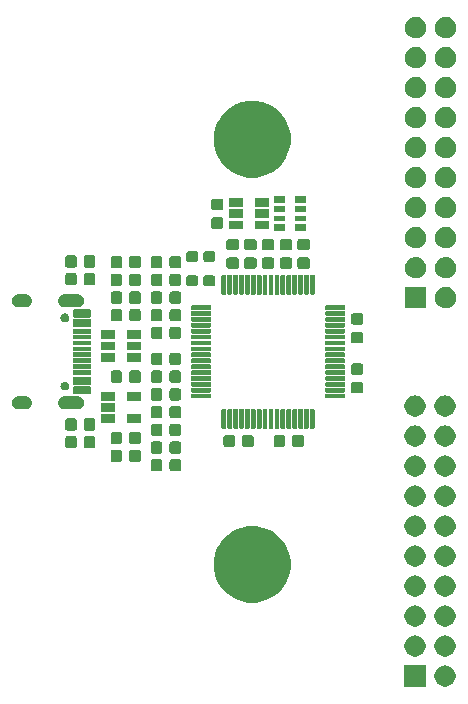
<source format=gbr>
G04 #@! TF.GenerationSoftware,KiCad,Pcbnew,(5.1.6-0-10_14)*
G04 #@! TF.CreationDate,2020-09-25T04:26:35-07:00*
G04 #@! TF.ProjectId,FT2232H_USB-C_to_2x10_1.27_F_RA,46543232-3332-4485-9f55-53422d435f74,rev?*
G04 #@! TF.SameCoordinates,Original*
G04 #@! TF.FileFunction,Soldermask,Top*
G04 #@! TF.FilePolarity,Negative*
%FSLAX46Y46*%
G04 Gerber Fmt 4.6, Leading zero omitted, Abs format (unit mm)*
G04 Created by KiCad (PCBNEW (5.1.6-0-10_14)) date 2020-09-25 04:26:35*
%MOMM*%
%LPD*%
G01*
G04 APERTURE LIST*
%ADD10C,0.100000*%
G04 APERTURE END LIST*
D10*
G36*
X176188561Y-123597057D02*
G01*
X176246520Y-123608586D01*
X176410310Y-123676430D01*
X176557717Y-123774924D01*
X176683076Y-123900283D01*
X176781570Y-124047690D01*
X176849414Y-124211480D01*
X176884000Y-124385358D01*
X176884000Y-124562642D01*
X176849414Y-124736520D01*
X176781570Y-124900310D01*
X176683076Y-125047717D01*
X176557717Y-125173076D01*
X176410310Y-125271570D01*
X176246520Y-125339414D01*
X176188561Y-125350943D01*
X176072644Y-125374000D01*
X175895356Y-125374000D01*
X175779439Y-125350943D01*
X175721480Y-125339414D01*
X175557690Y-125271570D01*
X175410283Y-125173076D01*
X175284924Y-125047717D01*
X175186430Y-124900310D01*
X175118586Y-124736520D01*
X175084000Y-124562642D01*
X175084000Y-124385358D01*
X175118586Y-124211480D01*
X175186430Y-124047690D01*
X175284924Y-123900283D01*
X175410283Y-123774924D01*
X175557690Y-123676430D01*
X175721480Y-123608586D01*
X175779439Y-123597057D01*
X175895356Y-123574000D01*
X176072644Y-123574000D01*
X176188561Y-123597057D01*
G37*
G36*
X174344000Y-125374000D02*
G01*
X172544000Y-125374000D01*
X172544000Y-123574000D01*
X174344000Y-123574000D01*
X174344000Y-125374000D01*
G37*
G36*
X176188561Y-121057057D02*
G01*
X176246520Y-121068586D01*
X176410310Y-121136430D01*
X176557717Y-121234924D01*
X176683076Y-121360283D01*
X176781570Y-121507690D01*
X176849414Y-121671480D01*
X176884000Y-121845358D01*
X176884000Y-122022642D01*
X176849414Y-122196520D01*
X176781570Y-122360310D01*
X176683076Y-122507717D01*
X176557717Y-122633076D01*
X176410310Y-122731570D01*
X176246520Y-122799414D01*
X176188561Y-122810943D01*
X176072644Y-122834000D01*
X175895356Y-122834000D01*
X175779439Y-122810943D01*
X175721480Y-122799414D01*
X175557690Y-122731570D01*
X175410283Y-122633076D01*
X175284924Y-122507717D01*
X175186430Y-122360310D01*
X175118586Y-122196520D01*
X175084000Y-122022642D01*
X175084000Y-121845358D01*
X175118586Y-121671480D01*
X175186430Y-121507690D01*
X175284924Y-121360283D01*
X175410283Y-121234924D01*
X175557690Y-121136430D01*
X175721480Y-121068586D01*
X175779439Y-121057057D01*
X175895356Y-121034000D01*
X176072644Y-121034000D01*
X176188561Y-121057057D01*
G37*
G36*
X173648561Y-121057057D02*
G01*
X173706520Y-121068586D01*
X173870310Y-121136430D01*
X174017717Y-121234924D01*
X174143076Y-121360283D01*
X174241570Y-121507690D01*
X174309414Y-121671480D01*
X174344000Y-121845358D01*
X174344000Y-122022642D01*
X174309414Y-122196520D01*
X174241570Y-122360310D01*
X174143076Y-122507717D01*
X174017717Y-122633076D01*
X173870310Y-122731570D01*
X173706520Y-122799414D01*
X173648561Y-122810943D01*
X173532644Y-122834000D01*
X173355356Y-122834000D01*
X173239439Y-122810943D01*
X173181480Y-122799414D01*
X173017690Y-122731570D01*
X172870283Y-122633076D01*
X172744924Y-122507717D01*
X172646430Y-122360310D01*
X172578586Y-122196520D01*
X172544000Y-122022642D01*
X172544000Y-121845358D01*
X172578586Y-121671480D01*
X172646430Y-121507690D01*
X172744924Y-121360283D01*
X172870283Y-121234924D01*
X173017690Y-121136430D01*
X173181480Y-121068586D01*
X173239439Y-121057057D01*
X173355356Y-121034000D01*
X173532644Y-121034000D01*
X173648561Y-121057057D01*
G37*
G36*
X173648561Y-118517057D02*
G01*
X173706520Y-118528586D01*
X173870310Y-118596430D01*
X174017717Y-118694924D01*
X174143076Y-118820283D01*
X174241570Y-118967690D01*
X174309414Y-119131480D01*
X174344000Y-119305358D01*
X174344000Y-119482642D01*
X174309414Y-119656520D01*
X174241570Y-119820310D01*
X174143076Y-119967717D01*
X174017717Y-120093076D01*
X173870310Y-120191570D01*
X173706520Y-120259414D01*
X173648561Y-120270943D01*
X173532644Y-120294000D01*
X173355356Y-120294000D01*
X173239439Y-120270943D01*
X173181480Y-120259414D01*
X173017690Y-120191570D01*
X172870283Y-120093076D01*
X172744924Y-119967717D01*
X172646430Y-119820310D01*
X172578586Y-119656520D01*
X172544000Y-119482642D01*
X172544000Y-119305358D01*
X172578586Y-119131480D01*
X172646430Y-118967690D01*
X172744924Y-118820283D01*
X172870283Y-118694924D01*
X173017690Y-118596430D01*
X173181480Y-118528586D01*
X173239439Y-118517057D01*
X173355356Y-118494000D01*
X173532644Y-118494000D01*
X173648561Y-118517057D01*
G37*
G36*
X176188561Y-118517057D02*
G01*
X176246520Y-118528586D01*
X176410310Y-118596430D01*
X176557717Y-118694924D01*
X176683076Y-118820283D01*
X176781570Y-118967690D01*
X176849414Y-119131480D01*
X176884000Y-119305358D01*
X176884000Y-119482642D01*
X176849414Y-119656520D01*
X176781570Y-119820310D01*
X176683076Y-119967717D01*
X176557717Y-120093076D01*
X176410310Y-120191570D01*
X176246520Y-120259414D01*
X176188561Y-120270943D01*
X176072644Y-120294000D01*
X175895356Y-120294000D01*
X175779439Y-120270943D01*
X175721480Y-120259414D01*
X175557690Y-120191570D01*
X175410283Y-120093076D01*
X175284924Y-119967717D01*
X175186430Y-119820310D01*
X175118586Y-119656520D01*
X175084000Y-119482642D01*
X175084000Y-119305358D01*
X175118586Y-119131480D01*
X175186430Y-118967690D01*
X175284924Y-118820283D01*
X175410283Y-118694924D01*
X175557690Y-118596430D01*
X175721480Y-118528586D01*
X175779439Y-118517057D01*
X175895356Y-118494000D01*
X176072644Y-118494000D01*
X176188561Y-118517057D01*
G37*
G36*
X160597988Y-111902895D02*
G01*
X161189451Y-112147887D01*
X161311167Y-112229215D01*
X161721754Y-112503560D01*
X162174440Y-112956246D01*
X162395190Y-113286623D01*
X162530113Y-113488549D01*
X162775105Y-114080012D01*
X162900000Y-114707901D01*
X162900000Y-115348099D01*
X162775105Y-115975988D01*
X162530113Y-116567451D01*
X162512510Y-116593796D01*
X162174440Y-117099754D01*
X161721754Y-117552440D01*
X161471859Y-117719414D01*
X161189451Y-117908113D01*
X160597988Y-118153105D01*
X159970099Y-118278000D01*
X159329901Y-118278000D01*
X158702012Y-118153105D01*
X158110549Y-117908113D01*
X157828141Y-117719414D01*
X157578246Y-117552440D01*
X157125560Y-117099754D01*
X156787490Y-116593796D01*
X156769887Y-116567451D01*
X156524895Y-115975988D01*
X156400000Y-115348099D01*
X156400000Y-114707901D01*
X156524895Y-114080012D01*
X156769887Y-113488549D01*
X156904810Y-113286623D01*
X157125560Y-112956246D01*
X157578246Y-112503560D01*
X157988833Y-112229215D01*
X158110549Y-112147887D01*
X158702012Y-111902895D01*
X159329901Y-111778000D01*
X159970099Y-111778000D01*
X160597988Y-111902895D01*
G37*
G36*
X176183185Y-115975988D02*
G01*
X176246520Y-115988586D01*
X176410310Y-116056430D01*
X176557717Y-116154924D01*
X176683076Y-116280283D01*
X176781570Y-116427690D01*
X176849414Y-116591480D01*
X176884000Y-116765358D01*
X176884000Y-116942642D01*
X176849414Y-117116520D01*
X176781570Y-117280310D01*
X176683076Y-117427717D01*
X176557717Y-117553076D01*
X176410310Y-117651570D01*
X176246520Y-117719414D01*
X176188561Y-117730943D01*
X176072644Y-117754000D01*
X175895356Y-117754000D01*
X175779439Y-117730943D01*
X175721480Y-117719414D01*
X175557690Y-117651570D01*
X175410283Y-117553076D01*
X175284924Y-117427717D01*
X175186430Y-117280310D01*
X175118586Y-117116520D01*
X175084000Y-116942642D01*
X175084000Y-116765358D01*
X175118586Y-116591480D01*
X175186430Y-116427690D01*
X175284924Y-116280283D01*
X175410283Y-116154924D01*
X175557690Y-116056430D01*
X175721480Y-115988586D01*
X175784815Y-115975988D01*
X175895356Y-115954000D01*
X176072644Y-115954000D01*
X176183185Y-115975988D01*
G37*
G36*
X173643185Y-115975988D02*
G01*
X173706520Y-115988586D01*
X173870310Y-116056430D01*
X174017717Y-116154924D01*
X174143076Y-116280283D01*
X174241570Y-116427690D01*
X174309414Y-116591480D01*
X174344000Y-116765358D01*
X174344000Y-116942642D01*
X174309414Y-117116520D01*
X174241570Y-117280310D01*
X174143076Y-117427717D01*
X174017717Y-117553076D01*
X173870310Y-117651570D01*
X173706520Y-117719414D01*
X173648561Y-117730943D01*
X173532644Y-117754000D01*
X173355356Y-117754000D01*
X173239439Y-117730943D01*
X173181480Y-117719414D01*
X173017690Y-117651570D01*
X172870283Y-117553076D01*
X172744924Y-117427717D01*
X172646430Y-117280310D01*
X172578586Y-117116520D01*
X172544000Y-116942642D01*
X172544000Y-116765358D01*
X172578586Y-116591480D01*
X172646430Y-116427690D01*
X172744924Y-116280283D01*
X172870283Y-116154924D01*
X173017690Y-116056430D01*
X173181480Y-115988586D01*
X173244815Y-115975988D01*
X173355356Y-115954000D01*
X173532644Y-115954000D01*
X173643185Y-115975988D01*
G37*
G36*
X173648561Y-113437057D02*
G01*
X173706520Y-113448586D01*
X173870310Y-113516430D01*
X174017717Y-113614924D01*
X174143076Y-113740283D01*
X174241570Y-113887690D01*
X174309414Y-114051480D01*
X174344000Y-114225358D01*
X174344000Y-114402642D01*
X174309414Y-114576520D01*
X174241570Y-114740310D01*
X174143076Y-114887717D01*
X174017717Y-115013076D01*
X173870310Y-115111570D01*
X173706520Y-115179414D01*
X173648561Y-115190943D01*
X173532644Y-115214000D01*
X173355356Y-115214000D01*
X173239439Y-115190943D01*
X173181480Y-115179414D01*
X173017690Y-115111570D01*
X172870283Y-115013076D01*
X172744924Y-114887717D01*
X172646430Y-114740310D01*
X172578586Y-114576520D01*
X172544000Y-114402642D01*
X172544000Y-114225358D01*
X172578586Y-114051480D01*
X172646430Y-113887690D01*
X172744924Y-113740283D01*
X172870283Y-113614924D01*
X173017690Y-113516430D01*
X173181480Y-113448586D01*
X173239439Y-113437057D01*
X173355356Y-113414000D01*
X173532644Y-113414000D01*
X173648561Y-113437057D01*
G37*
G36*
X176188561Y-113437057D02*
G01*
X176246520Y-113448586D01*
X176410310Y-113516430D01*
X176557717Y-113614924D01*
X176683076Y-113740283D01*
X176781570Y-113887690D01*
X176849414Y-114051480D01*
X176884000Y-114225358D01*
X176884000Y-114402642D01*
X176849414Y-114576520D01*
X176781570Y-114740310D01*
X176683076Y-114887717D01*
X176557717Y-115013076D01*
X176410310Y-115111570D01*
X176246520Y-115179414D01*
X176188561Y-115190943D01*
X176072644Y-115214000D01*
X175895356Y-115214000D01*
X175779439Y-115190943D01*
X175721480Y-115179414D01*
X175557690Y-115111570D01*
X175410283Y-115013076D01*
X175284924Y-114887717D01*
X175186430Y-114740310D01*
X175118586Y-114576520D01*
X175084000Y-114402642D01*
X175084000Y-114225358D01*
X175118586Y-114051480D01*
X175186430Y-113887690D01*
X175284924Y-113740283D01*
X175410283Y-113614924D01*
X175557690Y-113516430D01*
X175721480Y-113448586D01*
X175779439Y-113437057D01*
X175895356Y-113414000D01*
X176072644Y-113414000D01*
X176188561Y-113437057D01*
G37*
G36*
X176188561Y-110897057D02*
G01*
X176246520Y-110908586D01*
X176410310Y-110976430D01*
X176557717Y-111074924D01*
X176683076Y-111200283D01*
X176683077Y-111200285D01*
X176781571Y-111347692D01*
X176849414Y-111511481D01*
X176884000Y-111685356D01*
X176884000Y-111862644D01*
X176875993Y-111902896D01*
X176849414Y-112036520D01*
X176781570Y-112200310D01*
X176683076Y-112347717D01*
X176557717Y-112473076D01*
X176410310Y-112571570D01*
X176246520Y-112639414D01*
X176188561Y-112650943D01*
X176072644Y-112674000D01*
X175895356Y-112674000D01*
X175779439Y-112650943D01*
X175721480Y-112639414D01*
X175557690Y-112571570D01*
X175410283Y-112473076D01*
X175284924Y-112347717D01*
X175186430Y-112200310D01*
X175118586Y-112036520D01*
X175092007Y-111902896D01*
X175084000Y-111862644D01*
X175084000Y-111685356D01*
X175118586Y-111511481D01*
X175186429Y-111347692D01*
X175284923Y-111200285D01*
X175284924Y-111200283D01*
X175410283Y-111074924D01*
X175557690Y-110976430D01*
X175721480Y-110908586D01*
X175779439Y-110897057D01*
X175895356Y-110874000D01*
X176072644Y-110874000D01*
X176188561Y-110897057D01*
G37*
G36*
X173648561Y-110897057D02*
G01*
X173706520Y-110908586D01*
X173870310Y-110976430D01*
X174017717Y-111074924D01*
X174143076Y-111200283D01*
X174143077Y-111200285D01*
X174241571Y-111347692D01*
X174309414Y-111511481D01*
X174344000Y-111685356D01*
X174344000Y-111862644D01*
X174335993Y-111902896D01*
X174309414Y-112036520D01*
X174241570Y-112200310D01*
X174143076Y-112347717D01*
X174017717Y-112473076D01*
X173870310Y-112571570D01*
X173706520Y-112639414D01*
X173648561Y-112650943D01*
X173532644Y-112674000D01*
X173355356Y-112674000D01*
X173239439Y-112650943D01*
X173181480Y-112639414D01*
X173017690Y-112571570D01*
X172870283Y-112473076D01*
X172744924Y-112347717D01*
X172646430Y-112200310D01*
X172578586Y-112036520D01*
X172552007Y-111902896D01*
X172544000Y-111862644D01*
X172544000Y-111685356D01*
X172578586Y-111511481D01*
X172646429Y-111347692D01*
X172744923Y-111200285D01*
X172744924Y-111200283D01*
X172870283Y-111074924D01*
X173017690Y-110976430D01*
X173181480Y-110908586D01*
X173239439Y-110897057D01*
X173355356Y-110874000D01*
X173532644Y-110874000D01*
X173648561Y-110897057D01*
G37*
G36*
X173648561Y-108357057D02*
G01*
X173706520Y-108368586D01*
X173870310Y-108436430D01*
X174017717Y-108534924D01*
X174143076Y-108660283D01*
X174241570Y-108807690D01*
X174309414Y-108971480D01*
X174344000Y-109145358D01*
X174344000Y-109322642D01*
X174309414Y-109496520D01*
X174241570Y-109660310D01*
X174143076Y-109807717D01*
X174017717Y-109933076D01*
X173870310Y-110031570D01*
X173706520Y-110099414D01*
X173648561Y-110110943D01*
X173532644Y-110134000D01*
X173355356Y-110134000D01*
X173239439Y-110110943D01*
X173181480Y-110099414D01*
X173017690Y-110031570D01*
X172870283Y-109933076D01*
X172744924Y-109807717D01*
X172646430Y-109660310D01*
X172578586Y-109496520D01*
X172544000Y-109322642D01*
X172544000Y-109145358D01*
X172578586Y-108971480D01*
X172646430Y-108807690D01*
X172744924Y-108660283D01*
X172870283Y-108534924D01*
X173017690Y-108436430D01*
X173181480Y-108368586D01*
X173239439Y-108357057D01*
X173355356Y-108334000D01*
X173532644Y-108334000D01*
X173648561Y-108357057D01*
G37*
G36*
X176188561Y-108357057D02*
G01*
X176246520Y-108368586D01*
X176410310Y-108436430D01*
X176557717Y-108534924D01*
X176683076Y-108660283D01*
X176781570Y-108807690D01*
X176849414Y-108971480D01*
X176884000Y-109145358D01*
X176884000Y-109322642D01*
X176849414Y-109496520D01*
X176781570Y-109660310D01*
X176683076Y-109807717D01*
X176557717Y-109933076D01*
X176410310Y-110031570D01*
X176246520Y-110099414D01*
X176188561Y-110110943D01*
X176072644Y-110134000D01*
X175895356Y-110134000D01*
X175779439Y-110110943D01*
X175721480Y-110099414D01*
X175557690Y-110031570D01*
X175410283Y-109933076D01*
X175284924Y-109807717D01*
X175186430Y-109660310D01*
X175118586Y-109496520D01*
X175084000Y-109322642D01*
X175084000Y-109145358D01*
X175118586Y-108971480D01*
X175186430Y-108807690D01*
X175284924Y-108660283D01*
X175410283Y-108534924D01*
X175557690Y-108436430D01*
X175721480Y-108368586D01*
X175779439Y-108357057D01*
X175895356Y-108334000D01*
X176072644Y-108334000D01*
X176188561Y-108357057D01*
G37*
G36*
X173648561Y-105817057D02*
G01*
X173706520Y-105828586D01*
X173870310Y-105896430D01*
X174017717Y-105994924D01*
X174143076Y-106120283D01*
X174241570Y-106267690D01*
X174309414Y-106431480D01*
X174344000Y-106605358D01*
X174344000Y-106782642D01*
X174309414Y-106956520D01*
X174241570Y-107120310D01*
X174143076Y-107267717D01*
X174017717Y-107393076D01*
X173870310Y-107491570D01*
X173706520Y-107559414D01*
X173648561Y-107570943D01*
X173532644Y-107594000D01*
X173355356Y-107594000D01*
X173239439Y-107570943D01*
X173181480Y-107559414D01*
X173017690Y-107491570D01*
X172870283Y-107393076D01*
X172744924Y-107267717D01*
X172646430Y-107120310D01*
X172578586Y-106956520D01*
X172544000Y-106782642D01*
X172544000Y-106605358D01*
X172578586Y-106431480D01*
X172646430Y-106267690D01*
X172744924Y-106120283D01*
X172870283Y-105994924D01*
X173017690Y-105896430D01*
X173181480Y-105828586D01*
X173239439Y-105817057D01*
X173355356Y-105794000D01*
X173532644Y-105794000D01*
X173648561Y-105817057D01*
G37*
G36*
X176188561Y-105817057D02*
G01*
X176246520Y-105828586D01*
X176410310Y-105896430D01*
X176557717Y-105994924D01*
X176683076Y-106120283D01*
X176781570Y-106267690D01*
X176849414Y-106431480D01*
X176884000Y-106605358D01*
X176884000Y-106782642D01*
X176849414Y-106956520D01*
X176781570Y-107120310D01*
X176683076Y-107267717D01*
X176557717Y-107393076D01*
X176410310Y-107491570D01*
X176246520Y-107559414D01*
X176188561Y-107570943D01*
X176072644Y-107594000D01*
X175895356Y-107594000D01*
X175779439Y-107570943D01*
X175721480Y-107559414D01*
X175557690Y-107491570D01*
X175410283Y-107393076D01*
X175284924Y-107267717D01*
X175186430Y-107120310D01*
X175118586Y-106956520D01*
X175084000Y-106782642D01*
X175084000Y-106605358D01*
X175118586Y-106431480D01*
X175186430Y-106267690D01*
X175284924Y-106120283D01*
X175410283Y-105994924D01*
X175557690Y-105896430D01*
X175721480Y-105828586D01*
X175779439Y-105817057D01*
X175895356Y-105794000D01*
X176072644Y-105794000D01*
X176188561Y-105817057D01*
G37*
G36*
X153448879Y-106107440D02*
G01*
X153489870Y-106119874D01*
X153527645Y-106140065D01*
X153560758Y-106167242D01*
X153587935Y-106200355D01*
X153608126Y-106238130D01*
X153620560Y-106279121D01*
X153625000Y-106324204D01*
X153625000Y-106931796D01*
X153620560Y-106976879D01*
X153608126Y-107017870D01*
X153587935Y-107055645D01*
X153560758Y-107088758D01*
X153527645Y-107115935D01*
X153489870Y-107136126D01*
X153448879Y-107148560D01*
X153403796Y-107153000D01*
X152871204Y-107153000D01*
X152826121Y-107148560D01*
X152785130Y-107136126D01*
X152747355Y-107115935D01*
X152714242Y-107088758D01*
X152687065Y-107055645D01*
X152666874Y-107017870D01*
X152654440Y-106976879D01*
X152650000Y-106931796D01*
X152650000Y-106324204D01*
X152654440Y-106279121D01*
X152666874Y-106238130D01*
X152687065Y-106200355D01*
X152714242Y-106167242D01*
X152747355Y-106140065D01*
X152785130Y-106119874D01*
X152826121Y-106107440D01*
X152871204Y-106103000D01*
X153403796Y-106103000D01*
X153448879Y-106107440D01*
G37*
G36*
X151873879Y-106107440D02*
G01*
X151914870Y-106119874D01*
X151952645Y-106140065D01*
X151985758Y-106167242D01*
X152012935Y-106200355D01*
X152033126Y-106238130D01*
X152045560Y-106279121D01*
X152050000Y-106324204D01*
X152050000Y-106931796D01*
X152045560Y-106976879D01*
X152033126Y-107017870D01*
X152012935Y-107055645D01*
X151985758Y-107088758D01*
X151952645Y-107115935D01*
X151914870Y-107136126D01*
X151873879Y-107148560D01*
X151828796Y-107153000D01*
X151296204Y-107153000D01*
X151251121Y-107148560D01*
X151210130Y-107136126D01*
X151172355Y-107115935D01*
X151139242Y-107088758D01*
X151112065Y-107055645D01*
X151091874Y-107017870D01*
X151079440Y-106976879D01*
X151075000Y-106931796D01*
X151075000Y-106324204D01*
X151079440Y-106279121D01*
X151091874Y-106238130D01*
X151112065Y-106200355D01*
X151139242Y-106167242D01*
X151172355Y-106140065D01*
X151210130Y-106119874D01*
X151251121Y-106107440D01*
X151296204Y-106103000D01*
X151828796Y-106103000D01*
X151873879Y-106107440D01*
G37*
G36*
X150048879Y-105307440D02*
G01*
X150089870Y-105319874D01*
X150127645Y-105340065D01*
X150160758Y-105367242D01*
X150187935Y-105400355D01*
X150208126Y-105438130D01*
X150220560Y-105479121D01*
X150225000Y-105524204D01*
X150225000Y-106131796D01*
X150220560Y-106176879D01*
X150208126Y-106217870D01*
X150187935Y-106255645D01*
X150160758Y-106288758D01*
X150127645Y-106315935D01*
X150089870Y-106336126D01*
X150048879Y-106348560D01*
X150003796Y-106353000D01*
X149471204Y-106353000D01*
X149426121Y-106348560D01*
X149385130Y-106336126D01*
X149347355Y-106315935D01*
X149314242Y-106288758D01*
X149287065Y-106255645D01*
X149266874Y-106217870D01*
X149254440Y-106176879D01*
X149250000Y-106131796D01*
X149250000Y-105524204D01*
X149254440Y-105479121D01*
X149266874Y-105438130D01*
X149287065Y-105400355D01*
X149314242Y-105367242D01*
X149347355Y-105340065D01*
X149385130Y-105319874D01*
X149426121Y-105307440D01*
X149471204Y-105303000D01*
X150003796Y-105303000D01*
X150048879Y-105307440D01*
G37*
G36*
X148473879Y-105307440D02*
G01*
X148514870Y-105319874D01*
X148552645Y-105340065D01*
X148585758Y-105367242D01*
X148612935Y-105400355D01*
X148633126Y-105438130D01*
X148645560Y-105479121D01*
X148650000Y-105524204D01*
X148650000Y-106131796D01*
X148645560Y-106176879D01*
X148633126Y-106217870D01*
X148612935Y-106255645D01*
X148585758Y-106288758D01*
X148552645Y-106315935D01*
X148514870Y-106336126D01*
X148473879Y-106348560D01*
X148428796Y-106353000D01*
X147896204Y-106353000D01*
X147851121Y-106348560D01*
X147810130Y-106336126D01*
X147772355Y-106315935D01*
X147739242Y-106288758D01*
X147712065Y-106255645D01*
X147691874Y-106217870D01*
X147679440Y-106176879D01*
X147675000Y-106131796D01*
X147675000Y-105524204D01*
X147679440Y-105479121D01*
X147691874Y-105438130D01*
X147712065Y-105400355D01*
X147739242Y-105367242D01*
X147772355Y-105340065D01*
X147810130Y-105319874D01*
X147851121Y-105307440D01*
X147896204Y-105303000D01*
X148428796Y-105303000D01*
X148473879Y-105307440D01*
G37*
G36*
X153448879Y-104607440D02*
G01*
X153489870Y-104619874D01*
X153527645Y-104640065D01*
X153560758Y-104667242D01*
X153587935Y-104700355D01*
X153608126Y-104738130D01*
X153620560Y-104779121D01*
X153625000Y-104824204D01*
X153625000Y-105431796D01*
X153620560Y-105476879D01*
X153608126Y-105517870D01*
X153587935Y-105555645D01*
X153560758Y-105588758D01*
X153527645Y-105615935D01*
X153489870Y-105636126D01*
X153448879Y-105648560D01*
X153403796Y-105653000D01*
X152871204Y-105653000D01*
X152826121Y-105648560D01*
X152785130Y-105636126D01*
X152747355Y-105615935D01*
X152714242Y-105588758D01*
X152687065Y-105555645D01*
X152666874Y-105517870D01*
X152654440Y-105476879D01*
X152650000Y-105431796D01*
X152650000Y-104824204D01*
X152654440Y-104779121D01*
X152666874Y-104738130D01*
X152687065Y-104700355D01*
X152714242Y-104667242D01*
X152747355Y-104640065D01*
X152785130Y-104619874D01*
X152826121Y-104607440D01*
X152871204Y-104603000D01*
X153403796Y-104603000D01*
X153448879Y-104607440D01*
G37*
G36*
X151873879Y-104607440D02*
G01*
X151914870Y-104619874D01*
X151952645Y-104640065D01*
X151985758Y-104667242D01*
X152012935Y-104700355D01*
X152033126Y-104738130D01*
X152045560Y-104779121D01*
X152050000Y-104824204D01*
X152050000Y-105431796D01*
X152045560Y-105476879D01*
X152033126Y-105517870D01*
X152012935Y-105555645D01*
X151985758Y-105588758D01*
X151952645Y-105615935D01*
X151914870Y-105636126D01*
X151873879Y-105648560D01*
X151828796Y-105653000D01*
X151296204Y-105653000D01*
X151251121Y-105648560D01*
X151210130Y-105636126D01*
X151172355Y-105615935D01*
X151139242Y-105588758D01*
X151112065Y-105555645D01*
X151091874Y-105517870D01*
X151079440Y-105476879D01*
X151075000Y-105431796D01*
X151075000Y-104824204D01*
X151079440Y-104779121D01*
X151091874Y-104738130D01*
X151112065Y-104700355D01*
X151139242Y-104667242D01*
X151172355Y-104640065D01*
X151210130Y-104619874D01*
X151251121Y-104607440D01*
X151296204Y-104603000D01*
X151828796Y-104603000D01*
X151873879Y-104607440D01*
G37*
G36*
X146198879Y-104157440D02*
G01*
X146239870Y-104169874D01*
X146277645Y-104190065D01*
X146310758Y-104217242D01*
X146337935Y-104250355D01*
X146358126Y-104288130D01*
X146370560Y-104329121D01*
X146375000Y-104374204D01*
X146375000Y-104981796D01*
X146370560Y-105026879D01*
X146358126Y-105067870D01*
X146337935Y-105105645D01*
X146310758Y-105138758D01*
X146277645Y-105165935D01*
X146239870Y-105186126D01*
X146198879Y-105198560D01*
X146153796Y-105203000D01*
X145621204Y-105203000D01*
X145576121Y-105198560D01*
X145535130Y-105186126D01*
X145497355Y-105165935D01*
X145464242Y-105138758D01*
X145437065Y-105105645D01*
X145416874Y-105067870D01*
X145404440Y-105026879D01*
X145400000Y-104981796D01*
X145400000Y-104374204D01*
X145404440Y-104329121D01*
X145416874Y-104288130D01*
X145437065Y-104250355D01*
X145464242Y-104217242D01*
X145497355Y-104190065D01*
X145535130Y-104169874D01*
X145576121Y-104157440D01*
X145621204Y-104153000D01*
X146153796Y-104153000D01*
X146198879Y-104157440D01*
G37*
G36*
X144623879Y-104157440D02*
G01*
X144664870Y-104169874D01*
X144702645Y-104190065D01*
X144735758Y-104217242D01*
X144762935Y-104250355D01*
X144783126Y-104288130D01*
X144795560Y-104329121D01*
X144800000Y-104374204D01*
X144800000Y-104981796D01*
X144795560Y-105026879D01*
X144783126Y-105067870D01*
X144762935Y-105105645D01*
X144735758Y-105138758D01*
X144702645Y-105165935D01*
X144664870Y-105186126D01*
X144623879Y-105198560D01*
X144578796Y-105203000D01*
X144046204Y-105203000D01*
X144001121Y-105198560D01*
X143960130Y-105186126D01*
X143922355Y-105165935D01*
X143889242Y-105138758D01*
X143862065Y-105105645D01*
X143841874Y-105067870D01*
X143829440Y-105026879D01*
X143825000Y-104981796D01*
X143825000Y-104374204D01*
X143829440Y-104329121D01*
X143841874Y-104288130D01*
X143862065Y-104250355D01*
X143889242Y-104217242D01*
X143922355Y-104190065D01*
X143960130Y-104169874D01*
X144001121Y-104157440D01*
X144046204Y-104153000D01*
X144578796Y-104153000D01*
X144623879Y-104157440D01*
G37*
G36*
X159598879Y-104057440D02*
G01*
X159639870Y-104069874D01*
X159677645Y-104090065D01*
X159710758Y-104117242D01*
X159737935Y-104150355D01*
X159758126Y-104188130D01*
X159770560Y-104229121D01*
X159775000Y-104274204D01*
X159775000Y-104881796D01*
X159770560Y-104926879D01*
X159758126Y-104967870D01*
X159737935Y-105005645D01*
X159710758Y-105038758D01*
X159677645Y-105065935D01*
X159639870Y-105086126D01*
X159598879Y-105098560D01*
X159553796Y-105103000D01*
X159021204Y-105103000D01*
X158976121Y-105098560D01*
X158935130Y-105086126D01*
X158897355Y-105065935D01*
X158864242Y-105038758D01*
X158837065Y-105005645D01*
X158816874Y-104967870D01*
X158804440Y-104926879D01*
X158800000Y-104881796D01*
X158800000Y-104274204D01*
X158804440Y-104229121D01*
X158816874Y-104188130D01*
X158837065Y-104150355D01*
X158864242Y-104117242D01*
X158897355Y-104090065D01*
X158935130Y-104069874D01*
X158976121Y-104057440D01*
X159021204Y-104053000D01*
X159553796Y-104053000D01*
X159598879Y-104057440D01*
G37*
G36*
X163848879Y-104057440D02*
G01*
X163889870Y-104069874D01*
X163927645Y-104090065D01*
X163960758Y-104117242D01*
X163987935Y-104150355D01*
X164008126Y-104188130D01*
X164020560Y-104229121D01*
X164025000Y-104274204D01*
X164025000Y-104881796D01*
X164020560Y-104926879D01*
X164008126Y-104967870D01*
X163987935Y-105005645D01*
X163960758Y-105038758D01*
X163927645Y-105065935D01*
X163889870Y-105086126D01*
X163848879Y-105098560D01*
X163803796Y-105103000D01*
X163271204Y-105103000D01*
X163226121Y-105098560D01*
X163185130Y-105086126D01*
X163147355Y-105065935D01*
X163114242Y-105038758D01*
X163087065Y-105005645D01*
X163066874Y-104967870D01*
X163054440Y-104926879D01*
X163050000Y-104881796D01*
X163050000Y-104274204D01*
X163054440Y-104229121D01*
X163066874Y-104188130D01*
X163087065Y-104150355D01*
X163114242Y-104117242D01*
X163147355Y-104090065D01*
X163185130Y-104069874D01*
X163226121Y-104057440D01*
X163271204Y-104053000D01*
X163803796Y-104053000D01*
X163848879Y-104057440D01*
G37*
G36*
X162273879Y-104057440D02*
G01*
X162314870Y-104069874D01*
X162352645Y-104090065D01*
X162385758Y-104117242D01*
X162412935Y-104150355D01*
X162433126Y-104188130D01*
X162445560Y-104229121D01*
X162450000Y-104274204D01*
X162450000Y-104881796D01*
X162445560Y-104926879D01*
X162433126Y-104967870D01*
X162412935Y-105005645D01*
X162385758Y-105038758D01*
X162352645Y-105065935D01*
X162314870Y-105086126D01*
X162273879Y-105098560D01*
X162228796Y-105103000D01*
X161696204Y-105103000D01*
X161651121Y-105098560D01*
X161610130Y-105086126D01*
X161572355Y-105065935D01*
X161539242Y-105038758D01*
X161512065Y-105005645D01*
X161491874Y-104967870D01*
X161479440Y-104926879D01*
X161475000Y-104881796D01*
X161475000Y-104274204D01*
X161479440Y-104229121D01*
X161491874Y-104188130D01*
X161512065Y-104150355D01*
X161539242Y-104117242D01*
X161572355Y-104090065D01*
X161610130Y-104069874D01*
X161651121Y-104057440D01*
X161696204Y-104053000D01*
X162228796Y-104053000D01*
X162273879Y-104057440D01*
G37*
G36*
X158023879Y-104057440D02*
G01*
X158064870Y-104069874D01*
X158102645Y-104090065D01*
X158135758Y-104117242D01*
X158162935Y-104150355D01*
X158183126Y-104188130D01*
X158195560Y-104229121D01*
X158200000Y-104274204D01*
X158200000Y-104881796D01*
X158195560Y-104926879D01*
X158183126Y-104967870D01*
X158162935Y-105005645D01*
X158135758Y-105038758D01*
X158102645Y-105065935D01*
X158064870Y-105086126D01*
X158023879Y-105098560D01*
X157978796Y-105103000D01*
X157446204Y-105103000D01*
X157401121Y-105098560D01*
X157360130Y-105086126D01*
X157322355Y-105065935D01*
X157289242Y-105038758D01*
X157262065Y-105005645D01*
X157241874Y-104967870D01*
X157229440Y-104926879D01*
X157225000Y-104881796D01*
X157225000Y-104274204D01*
X157229440Y-104229121D01*
X157241874Y-104188130D01*
X157262065Y-104150355D01*
X157289242Y-104117242D01*
X157322355Y-104090065D01*
X157360130Y-104069874D01*
X157401121Y-104057440D01*
X157446204Y-104053000D01*
X157978796Y-104053000D01*
X158023879Y-104057440D01*
G37*
G36*
X176188561Y-103277057D02*
G01*
X176246520Y-103288586D01*
X176362335Y-103336558D01*
X176386941Y-103346750D01*
X176410310Y-103356430D01*
X176557717Y-103454924D01*
X176683076Y-103580283D01*
X176781570Y-103727690D01*
X176849414Y-103891480D01*
X176853362Y-103911330D01*
X176884000Y-104065356D01*
X176884000Y-104242644D01*
X176862805Y-104349197D01*
X176849414Y-104416520D01*
X176781570Y-104580310D01*
X176683076Y-104727717D01*
X176557717Y-104853076D01*
X176410310Y-104951570D01*
X176246520Y-105019414D01*
X176208990Y-105026879D01*
X176072644Y-105054000D01*
X175895356Y-105054000D01*
X175759010Y-105026879D01*
X175721480Y-105019414D01*
X175557690Y-104951570D01*
X175410283Y-104853076D01*
X175284924Y-104727717D01*
X175186430Y-104580310D01*
X175118586Y-104416520D01*
X175105195Y-104349197D01*
X175084000Y-104242644D01*
X175084000Y-104065356D01*
X175114638Y-103911330D01*
X175118586Y-103891480D01*
X175186430Y-103727690D01*
X175284924Y-103580283D01*
X175410283Y-103454924D01*
X175557690Y-103356430D01*
X175581060Y-103346750D01*
X175605665Y-103336558D01*
X175721480Y-103288586D01*
X175779439Y-103277057D01*
X175895356Y-103254000D01*
X176072644Y-103254000D01*
X176188561Y-103277057D01*
G37*
G36*
X173648561Y-103277057D02*
G01*
X173706520Y-103288586D01*
X173822335Y-103336558D01*
X173846941Y-103346750D01*
X173870310Y-103356430D01*
X174017717Y-103454924D01*
X174143076Y-103580283D01*
X174241570Y-103727690D01*
X174309414Y-103891480D01*
X174313362Y-103911330D01*
X174344000Y-104065356D01*
X174344000Y-104242644D01*
X174322805Y-104349197D01*
X174309414Y-104416520D01*
X174241570Y-104580310D01*
X174143076Y-104727717D01*
X174017717Y-104853076D01*
X173870310Y-104951570D01*
X173706520Y-105019414D01*
X173668990Y-105026879D01*
X173532644Y-105054000D01*
X173355356Y-105054000D01*
X173219010Y-105026879D01*
X173181480Y-105019414D01*
X173017690Y-104951570D01*
X172870283Y-104853076D01*
X172744924Y-104727717D01*
X172646430Y-104580310D01*
X172578586Y-104416520D01*
X172565195Y-104349197D01*
X172544000Y-104242644D01*
X172544000Y-104065356D01*
X172574638Y-103911330D01*
X172578586Y-103891480D01*
X172646430Y-103727690D01*
X172744924Y-103580283D01*
X172870283Y-103454924D01*
X173017690Y-103356430D01*
X173041060Y-103346750D01*
X173065665Y-103336558D01*
X173181480Y-103288586D01*
X173239439Y-103277057D01*
X173355356Y-103254000D01*
X173532644Y-103254000D01*
X173648561Y-103277057D01*
G37*
G36*
X150048879Y-103807440D02*
G01*
X150089870Y-103819874D01*
X150127645Y-103840065D01*
X150160758Y-103867242D01*
X150187935Y-103900355D01*
X150208126Y-103938130D01*
X150220560Y-103979121D01*
X150225000Y-104024204D01*
X150225000Y-104631796D01*
X150220560Y-104676879D01*
X150208126Y-104717870D01*
X150187935Y-104755645D01*
X150160758Y-104788758D01*
X150127645Y-104815935D01*
X150089870Y-104836126D01*
X150048879Y-104848560D01*
X150003796Y-104853000D01*
X149471204Y-104853000D01*
X149426121Y-104848560D01*
X149385130Y-104836126D01*
X149347355Y-104815935D01*
X149314242Y-104788758D01*
X149287065Y-104755645D01*
X149266874Y-104717870D01*
X149254440Y-104676879D01*
X149250000Y-104631796D01*
X149250000Y-104024204D01*
X149254440Y-103979121D01*
X149266874Y-103938130D01*
X149287065Y-103900355D01*
X149314242Y-103867242D01*
X149347355Y-103840065D01*
X149385130Y-103819874D01*
X149426121Y-103807440D01*
X149471204Y-103803000D01*
X150003796Y-103803000D01*
X150048879Y-103807440D01*
G37*
G36*
X148473879Y-103807440D02*
G01*
X148514870Y-103819874D01*
X148552645Y-103840065D01*
X148585758Y-103867242D01*
X148612935Y-103900355D01*
X148633126Y-103938130D01*
X148645560Y-103979121D01*
X148650000Y-104024204D01*
X148650000Y-104631796D01*
X148645560Y-104676879D01*
X148633126Y-104717870D01*
X148612935Y-104755645D01*
X148585758Y-104788758D01*
X148552645Y-104815935D01*
X148514870Y-104836126D01*
X148473879Y-104848560D01*
X148428796Y-104853000D01*
X147896204Y-104853000D01*
X147851121Y-104848560D01*
X147810130Y-104836126D01*
X147772355Y-104815935D01*
X147739242Y-104788758D01*
X147712065Y-104755645D01*
X147691874Y-104717870D01*
X147679440Y-104676879D01*
X147675000Y-104631796D01*
X147675000Y-104024204D01*
X147679440Y-103979121D01*
X147691874Y-103938130D01*
X147712065Y-103900355D01*
X147739242Y-103867242D01*
X147772355Y-103840065D01*
X147810130Y-103819874D01*
X147851121Y-103807440D01*
X147896204Y-103803000D01*
X148428796Y-103803000D01*
X148473879Y-103807440D01*
G37*
G36*
X153448879Y-103107440D02*
G01*
X153489870Y-103119874D01*
X153527645Y-103140065D01*
X153560758Y-103167242D01*
X153587935Y-103200355D01*
X153608126Y-103238130D01*
X153620560Y-103279121D01*
X153625000Y-103324204D01*
X153625000Y-103931796D01*
X153620560Y-103976879D01*
X153608126Y-104017870D01*
X153587935Y-104055645D01*
X153560758Y-104088758D01*
X153527645Y-104115935D01*
X153489870Y-104136126D01*
X153448879Y-104148560D01*
X153403796Y-104153000D01*
X152871204Y-104153000D01*
X152826121Y-104148560D01*
X152785130Y-104136126D01*
X152747355Y-104115935D01*
X152714242Y-104088758D01*
X152687065Y-104055645D01*
X152666874Y-104017870D01*
X152654440Y-103976879D01*
X152650000Y-103931796D01*
X152650000Y-103324204D01*
X152654440Y-103279121D01*
X152666874Y-103238130D01*
X152687065Y-103200355D01*
X152714242Y-103167242D01*
X152747355Y-103140065D01*
X152785130Y-103119874D01*
X152826121Y-103107440D01*
X152871204Y-103103000D01*
X153403796Y-103103000D01*
X153448879Y-103107440D01*
G37*
G36*
X151873879Y-103107440D02*
G01*
X151914870Y-103119874D01*
X151952645Y-103140065D01*
X151985758Y-103167242D01*
X152012935Y-103200355D01*
X152033126Y-103238130D01*
X152045560Y-103279121D01*
X152050000Y-103324204D01*
X152050000Y-103931796D01*
X152045560Y-103976879D01*
X152033126Y-104017870D01*
X152012935Y-104055645D01*
X151985758Y-104088758D01*
X151952645Y-104115935D01*
X151914870Y-104136126D01*
X151873879Y-104148560D01*
X151828796Y-104153000D01*
X151296204Y-104153000D01*
X151251121Y-104148560D01*
X151210130Y-104136126D01*
X151172355Y-104115935D01*
X151139242Y-104088758D01*
X151112065Y-104055645D01*
X151091874Y-104017870D01*
X151079440Y-103976879D01*
X151075000Y-103931796D01*
X151075000Y-103324204D01*
X151079440Y-103279121D01*
X151091874Y-103238130D01*
X151112065Y-103200355D01*
X151139242Y-103167242D01*
X151172355Y-103140065D01*
X151210130Y-103119874D01*
X151251121Y-103107440D01*
X151296204Y-103103000D01*
X151828796Y-103103000D01*
X151873879Y-103107440D01*
G37*
G36*
X144623879Y-102657440D02*
G01*
X144664870Y-102669874D01*
X144702645Y-102690065D01*
X144735758Y-102717242D01*
X144762935Y-102750355D01*
X144783126Y-102788130D01*
X144795560Y-102829121D01*
X144800000Y-102874204D01*
X144800000Y-103481796D01*
X144795560Y-103526879D01*
X144783126Y-103567870D01*
X144762935Y-103605645D01*
X144735758Y-103638758D01*
X144702645Y-103665935D01*
X144664870Y-103686126D01*
X144623879Y-103698560D01*
X144578796Y-103703000D01*
X144046204Y-103703000D01*
X144001121Y-103698560D01*
X143960130Y-103686126D01*
X143922355Y-103665935D01*
X143889242Y-103638758D01*
X143862065Y-103605645D01*
X143841874Y-103567870D01*
X143829440Y-103526879D01*
X143825000Y-103481796D01*
X143825000Y-102874204D01*
X143829440Y-102829121D01*
X143841874Y-102788130D01*
X143862065Y-102750355D01*
X143889242Y-102717242D01*
X143922355Y-102690065D01*
X143960130Y-102669874D01*
X144001121Y-102657440D01*
X144046204Y-102653000D01*
X144578796Y-102653000D01*
X144623879Y-102657440D01*
G37*
G36*
X146198879Y-102657440D02*
G01*
X146239870Y-102669874D01*
X146277645Y-102690065D01*
X146310758Y-102717242D01*
X146337935Y-102750355D01*
X146358126Y-102788130D01*
X146370560Y-102829121D01*
X146375000Y-102874204D01*
X146375000Y-103481796D01*
X146370560Y-103526879D01*
X146358126Y-103567870D01*
X146337935Y-103605645D01*
X146310758Y-103638758D01*
X146277645Y-103665935D01*
X146239870Y-103686126D01*
X146198879Y-103698560D01*
X146153796Y-103703000D01*
X145621204Y-103703000D01*
X145576121Y-103698560D01*
X145535130Y-103686126D01*
X145497355Y-103665935D01*
X145464242Y-103638758D01*
X145437065Y-103605645D01*
X145416874Y-103567870D01*
X145404440Y-103526879D01*
X145400000Y-103481796D01*
X145400000Y-102874204D01*
X145404440Y-102829121D01*
X145416874Y-102788130D01*
X145437065Y-102750355D01*
X145464242Y-102717242D01*
X145497355Y-102690065D01*
X145535130Y-102669874D01*
X145576121Y-102657440D01*
X145621204Y-102653000D01*
X146153796Y-102653000D01*
X146198879Y-102657440D01*
G37*
G36*
X163889584Y-101879678D02*
G01*
X163903611Y-101883933D01*
X163916532Y-101890840D01*
X163927862Y-101900138D01*
X163937160Y-101911468D01*
X163944067Y-101924389D01*
X163948322Y-101938416D01*
X163950000Y-101955454D01*
X163950000Y-103450546D01*
X163948322Y-103467584D01*
X163944067Y-103481611D01*
X163937160Y-103494532D01*
X163927862Y-103505862D01*
X163916532Y-103515160D01*
X163903611Y-103522067D01*
X163889584Y-103526322D01*
X163872546Y-103528000D01*
X163627454Y-103528000D01*
X163610416Y-103526322D01*
X163596389Y-103522067D01*
X163583468Y-103515160D01*
X163572138Y-103505862D01*
X163562840Y-103494532D01*
X163555933Y-103481611D01*
X163551678Y-103467584D01*
X163550000Y-103450546D01*
X163550000Y-101955454D01*
X163551678Y-101938416D01*
X163555933Y-101924389D01*
X163562840Y-101911468D01*
X163572138Y-101900138D01*
X163583468Y-101890840D01*
X163596389Y-101883933D01*
X163610416Y-101879678D01*
X163627454Y-101878000D01*
X163872546Y-101878000D01*
X163889584Y-101879678D01*
G37*
G36*
X163389584Y-101879678D02*
G01*
X163403611Y-101883933D01*
X163416532Y-101890840D01*
X163427862Y-101900138D01*
X163437160Y-101911468D01*
X163444067Y-101924389D01*
X163448322Y-101938416D01*
X163450000Y-101955454D01*
X163450000Y-103450546D01*
X163448322Y-103467584D01*
X163444067Y-103481611D01*
X163437160Y-103494532D01*
X163427862Y-103505862D01*
X163416532Y-103515160D01*
X163403611Y-103522067D01*
X163389584Y-103526322D01*
X163372546Y-103528000D01*
X163127454Y-103528000D01*
X163110416Y-103526322D01*
X163096389Y-103522067D01*
X163083468Y-103515160D01*
X163072138Y-103505862D01*
X163062840Y-103494532D01*
X163055933Y-103481611D01*
X163051678Y-103467584D01*
X163050000Y-103450546D01*
X163050000Y-101955454D01*
X163051678Y-101938416D01*
X163055933Y-101924389D01*
X163062840Y-101911468D01*
X163072138Y-101900138D01*
X163083468Y-101890840D01*
X163096389Y-101883933D01*
X163110416Y-101879678D01*
X163127454Y-101878000D01*
X163372546Y-101878000D01*
X163389584Y-101879678D01*
G37*
G36*
X162889584Y-101879678D02*
G01*
X162903611Y-101883933D01*
X162916532Y-101890840D01*
X162927862Y-101900138D01*
X162937160Y-101911468D01*
X162944067Y-101924389D01*
X162948322Y-101938416D01*
X162950000Y-101955454D01*
X162950000Y-103450546D01*
X162948322Y-103467584D01*
X162944067Y-103481611D01*
X162937160Y-103494532D01*
X162927862Y-103505862D01*
X162916532Y-103515160D01*
X162903611Y-103522067D01*
X162889584Y-103526322D01*
X162872546Y-103528000D01*
X162627454Y-103528000D01*
X162610416Y-103526322D01*
X162596389Y-103522067D01*
X162583468Y-103515160D01*
X162572138Y-103505862D01*
X162562840Y-103494532D01*
X162555933Y-103481611D01*
X162551678Y-103467584D01*
X162550000Y-103450546D01*
X162550000Y-101955454D01*
X162551678Y-101938416D01*
X162555933Y-101924389D01*
X162562840Y-101911468D01*
X162572138Y-101900138D01*
X162583468Y-101890840D01*
X162596389Y-101883933D01*
X162610416Y-101879678D01*
X162627454Y-101878000D01*
X162872546Y-101878000D01*
X162889584Y-101879678D01*
G37*
G36*
X162389584Y-101879678D02*
G01*
X162403611Y-101883933D01*
X162416532Y-101890840D01*
X162427862Y-101900138D01*
X162437160Y-101911468D01*
X162444067Y-101924389D01*
X162448322Y-101938416D01*
X162450000Y-101955454D01*
X162450000Y-103450546D01*
X162448322Y-103467584D01*
X162444067Y-103481611D01*
X162437160Y-103494532D01*
X162427862Y-103505862D01*
X162416532Y-103515160D01*
X162403611Y-103522067D01*
X162389584Y-103526322D01*
X162372546Y-103528000D01*
X162127454Y-103528000D01*
X162110416Y-103526322D01*
X162096389Y-103522067D01*
X162083468Y-103515160D01*
X162072138Y-103505862D01*
X162062840Y-103494532D01*
X162055933Y-103481611D01*
X162051678Y-103467584D01*
X162050000Y-103450546D01*
X162050000Y-101955454D01*
X162051678Y-101938416D01*
X162055933Y-101924389D01*
X162062840Y-101911468D01*
X162072138Y-101900138D01*
X162083468Y-101890840D01*
X162096389Y-101883933D01*
X162110416Y-101879678D01*
X162127454Y-101878000D01*
X162372546Y-101878000D01*
X162389584Y-101879678D01*
G37*
G36*
X161889584Y-101879678D02*
G01*
X161903611Y-101883933D01*
X161916532Y-101890840D01*
X161927862Y-101900138D01*
X161937160Y-101911468D01*
X161944067Y-101924389D01*
X161948322Y-101938416D01*
X161950000Y-101955454D01*
X161950000Y-103450546D01*
X161948322Y-103467584D01*
X161944067Y-103481611D01*
X161937160Y-103494532D01*
X161927862Y-103505862D01*
X161916532Y-103515160D01*
X161903611Y-103522067D01*
X161889584Y-103526322D01*
X161872546Y-103528000D01*
X161627454Y-103528000D01*
X161610416Y-103526322D01*
X161596389Y-103522067D01*
X161583468Y-103515160D01*
X161572138Y-103505862D01*
X161562840Y-103494532D01*
X161555933Y-103481611D01*
X161551678Y-103467584D01*
X161550000Y-103450546D01*
X161550000Y-101955454D01*
X161551678Y-101938416D01*
X161555933Y-101924389D01*
X161562840Y-101911468D01*
X161572138Y-101900138D01*
X161583468Y-101890840D01*
X161596389Y-101883933D01*
X161610416Y-101879678D01*
X161627454Y-101878000D01*
X161872546Y-101878000D01*
X161889584Y-101879678D01*
G37*
G36*
X161389584Y-101879678D02*
G01*
X161403611Y-101883933D01*
X161416532Y-101890840D01*
X161427862Y-101900138D01*
X161437160Y-101911468D01*
X161444067Y-101924389D01*
X161448322Y-101938416D01*
X161450000Y-101955454D01*
X161450000Y-103450546D01*
X161448322Y-103467584D01*
X161444067Y-103481611D01*
X161437160Y-103494532D01*
X161427862Y-103505862D01*
X161416532Y-103515160D01*
X161403611Y-103522067D01*
X161389584Y-103526322D01*
X161372546Y-103528000D01*
X161127454Y-103528000D01*
X161110416Y-103526322D01*
X161096389Y-103522067D01*
X161083468Y-103515160D01*
X161072138Y-103505862D01*
X161062840Y-103494532D01*
X161055933Y-103481611D01*
X161051678Y-103467584D01*
X161050000Y-103450546D01*
X161050000Y-101955454D01*
X161051678Y-101938416D01*
X161055933Y-101924389D01*
X161062840Y-101911468D01*
X161072138Y-101900138D01*
X161083468Y-101890840D01*
X161096389Y-101883933D01*
X161110416Y-101879678D01*
X161127454Y-101878000D01*
X161372546Y-101878000D01*
X161389584Y-101879678D01*
G37*
G36*
X160889584Y-101879678D02*
G01*
X160903611Y-101883933D01*
X160916532Y-101890840D01*
X160927862Y-101900138D01*
X160937160Y-101911468D01*
X160944067Y-101924389D01*
X160948322Y-101938416D01*
X160950000Y-101955454D01*
X160950000Y-103450546D01*
X160948322Y-103467584D01*
X160944067Y-103481611D01*
X160937160Y-103494532D01*
X160927862Y-103505862D01*
X160916532Y-103515160D01*
X160903611Y-103522067D01*
X160889584Y-103526322D01*
X160872546Y-103528000D01*
X160627454Y-103528000D01*
X160610416Y-103526322D01*
X160596389Y-103522067D01*
X160583468Y-103515160D01*
X160572138Y-103505862D01*
X160562840Y-103494532D01*
X160555933Y-103481611D01*
X160551678Y-103467584D01*
X160550000Y-103450546D01*
X160550000Y-101955454D01*
X160551678Y-101938416D01*
X160555933Y-101924389D01*
X160562840Y-101911468D01*
X160572138Y-101900138D01*
X160583468Y-101890840D01*
X160596389Y-101883933D01*
X160610416Y-101879678D01*
X160627454Y-101878000D01*
X160872546Y-101878000D01*
X160889584Y-101879678D01*
G37*
G36*
X160389584Y-101879678D02*
G01*
X160403611Y-101883933D01*
X160416532Y-101890840D01*
X160427862Y-101900138D01*
X160437160Y-101911468D01*
X160444067Y-101924389D01*
X160448322Y-101938416D01*
X160450000Y-101955454D01*
X160450000Y-103450546D01*
X160448322Y-103467584D01*
X160444067Y-103481611D01*
X160437160Y-103494532D01*
X160427862Y-103505862D01*
X160416532Y-103515160D01*
X160403611Y-103522067D01*
X160389584Y-103526322D01*
X160372546Y-103528000D01*
X160127454Y-103528000D01*
X160110416Y-103526322D01*
X160096389Y-103522067D01*
X160083468Y-103515160D01*
X160072138Y-103505862D01*
X160062840Y-103494532D01*
X160055933Y-103481611D01*
X160051678Y-103467584D01*
X160050000Y-103450546D01*
X160050000Y-101955454D01*
X160051678Y-101938416D01*
X160055933Y-101924389D01*
X160062840Y-101911468D01*
X160072138Y-101900138D01*
X160083468Y-101890840D01*
X160096389Y-101883933D01*
X160110416Y-101879678D01*
X160127454Y-101878000D01*
X160372546Y-101878000D01*
X160389584Y-101879678D01*
G37*
G36*
X159889584Y-101879678D02*
G01*
X159903611Y-101883933D01*
X159916532Y-101890840D01*
X159927862Y-101900138D01*
X159937160Y-101911468D01*
X159944067Y-101924389D01*
X159948322Y-101938416D01*
X159950000Y-101955454D01*
X159950000Y-103450546D01*
X159948322Y-103467584D01*
X159944067Y-103481611D01*
X159937160Y-103494532D01*
X159927862Y-103505862D01*
X159916532Y-103515160D01*
X159903611Y-103522067D01*
X159889584Y-103526322D01*
X159872546Y-103528000D01*
X159627454Y-103528000D01*
X159610416Y-103526322D01*
X159596389Y-103522067D01*
X159583468Y-103515160D01*
X159572138Y-103505862D01*
X159562840Y-103494532D01*
X159555933Y-103481611D01*
X159551678Y-103467584D01*
X159550000Y-103450546D01*
X159550000Y-101955454D01*
X159551678Y-101938416D01*
X159555933Y-101924389D01*
X159562840Y-101911468D01*
X159572138Y-101900138D01*
X159583468Y-101890840D01*
X159596389Y-101883933D01*
X159610416Y-101879678D01*
X159627454Y-101878000D01*
X159872546Y-101878000D01*
X159889584Y-101879678D01*
G37*
G36*
X159389584Y-101879678D02*
G01*
X159403611Y-101883933D01*
X159416532Y-101890840D01*
X159427862Y-101900138D01*
X159437160Y-101911468D01*
X159444067Y-101924389D01*
X159448322Y-101938416D01*
X159450000Y-101955454D01*
X159450000Y-103450546D01*
X159448322Y-103467584D01*
X159444067Y-103481611D01*
X159437160Y-103494532D01*
X159427862Y-103505862D01*
X159416532Y-103515160D01*
X159403611Y-103522067D01*
X159389584Y-103526322D01*
X159372546Y-103528000D01*
X159127454Y-103528000D01*
X159110416Y-103526322D01*
X159096389Y-103522067D01*
X159083468Y-103515160D01*
X159072138Y-103505862D01*
X159062840Y-103494532D01*
X159055933Y-103481611D01*
X159051678Y-103467584D01*
X159050000Y-103450546D01*
X159050000Y-101955454D01*
X159051678Y-101938416D01*
X159055933Y-101924389D01*
X159062840Y-101911468D01*
X159072138Y-101900138D01*
X159083468Y-101890840D01*
X159096389Y-101883933D01*
X159110416Y-101879678D01*
X159127454Y-101878000D01*
X159372546Y-101878000D01*
X159389584Y-101879678D01*
G37*
G36*
X158889584Y-101879678D02*
G01*
X158903611Y-101883933D01*
X158916532Y-101890840D01*
X158927862Y-101900138D01*
X158937160Y-101911468D01*
X158944067Y-101924389D01*
X158948322Y-101938416D01*
X158950000Y-101955454D01*
X158950000Y-103450546D01*
X158948322Y-103467584D01*
X158944067Y-103481611D01*
X158937160Y-103494532D01*
X158927862Y-103505862D01*
X158916532Y-103515160D01*
X158903611Y-103522067D01*
X158889584Y-103526322D01*
X158872546Y-103528000D01*
X158627454Y-103528000D01*
X158610416Y-103526322D01*
X158596389Y-103522067D01*
X158583468Y-103515160D01*
X158572138Y-103505862D01*
X158562840Y-103494532D01*
X158555933Y-103481611D01*
X158551678Y-103467584D01*
X158550000Y-103450546D01*
X158550000Y-101955454D01*
X158551678Y-101938416D01*
X158555933Y-101924389D01*
X158562840Y-101911468D01*
X158572138Y-101900138D01*
X158583468Y-101890840D01*
X158596389Y-101883933D01*
X158610416Y-101879678D01*
X158627454Y-101878000D01*
X158872546Y-101878000D01*
X158889584Y-101879678D01*
G37*
G36*
X158389584Y-101879678D02*
G01*
X158403611Y-101883933D01*
X158416532Y-101890840D01*
X158427862Y-101900138D01*
X158437160Y-101911468D01*
X158444067Y-101924389D01*
X158448322Y-101938416D01*
X158450000Y-101955454D01*
X158450000Y-103450546D01*
X158448322Y-103467584D01*
X158444067Y-103481611D01*
X158437160Y-103494532D01*
X158427862Y-103505862D01*
X158416532Y-103515160D01*
X158403611Y-103522067D01*
X158389584Y-103526322D01*
X158372546Y-103528000D01*
X158127454Y-103528000D01*
X158110416Y-103526322D01*
X158096389Y-103522067D01*
X158083468Y-103515160D01*
X158072138Y-103505862D01*
X158062840Y-103494532D01*
X158055933Y-103481611D01*
X158051678Y-103467584D01*
X158050000Y-103450546D01*
X158050000Y-101955454D01*
X158051678Y-101938416D01*
X158055933Y-101924389D01*
X158062840Y-101911468D01*
X158072138Y-101900138D01*
X158083468Y-101890840D01*
X158096389Y-101883933D01*
X158110416Y-101879678D01*
X158127454Y-101878000D01*
X158372546Y-101878000D01*
X158389584Y-101879678D01*
G37*
G36*
X157889584Y-101879678D02*
G01*
X157903611Y-101883933D01*
X157916532Y-101890840D01*
X157927862Y-101900138D01*
X157937160Y-101911468D01*
X157944067Y-101924389D01*
X157948322Y-101938416D01*
X157950000Y-101955454D01*
X157950000Y-103450546D01*
X157948322Y-103467584D01*
X157944067Y-103481611D01*
X157937160Y-103494532D01*
X157927862Y-103505862D01*
X157916532Y-103515160D01*
X157903611Y-103522067D01*
X157889584Y-103526322D01*
X157872546Y-103528000D01*
X157627454Y-103528000D01*
X157610416Y-103526322D01*
X157596389Y-103522067D01*
X157583468Y-103515160D01*
X157572138Y-103505862D01*
X157562840Y-103494532D01*
X157555933Y-103481611D01*
X157551678Y-103467584D01*
X157550000Y-103450546D01*
X157550000Y-101955454D01*
X157551678Y-101938416D01*
X157555933Y-101924389D01*
X157562840Y-101911468D01*
X157572138Y-101900138D01*
X157583468Y-101890840D01*
X157596389Y-101883933D01*
X157610416Y-101879678D01*
X157627454Y-101878000D01*
X157872546Y-101878000D01*
X157889584Y-101879678D01*
G37*
G36*
X157389584Y-101879678D02*
G01*
X157403611Y-101883933D01*
X157416532Y-101890840D01*
X157427862Y-101900138D01*
X157437160Y-101911468D01*
X157444067Y-101924389D01*
X157448322Y-101938416D01*
X157450000Y-101955454D01*
X157450000Y-103450546D01*
X157448322Y-103467584D01*
X157444067Y-103481611D01*
X157437160Y-103494532D01*
X157427862Y-103505862D01*
X157416532Y-103515160D01*
X157403611Y-103522067D01*
X157389584Y-103526322D01*
X157372546Y-103528000D01*
X157127454Y-103528000D01*
X157110416Y-103526322D01*
X157096389Y-103522067D01*
X157083468Y-103515160D01*
X157072138Y-103505862D01*
X157062840Y-103494532D01*
X157055933Y-103481611D01*
X157051678Y-103467584D01*
X157050000Y-103450546D01*
X157050000Y-101955454D01*
X157051678Y-101938416D01*
X157055933Y-101924389D01*
X157062840Y-101911468D01*
X157072138Y-101900138D01*
X157083468Y-101890840D01*
X157096389Y-101883933D01*
X157110416Y-101879678D01*
X157127454Y-101878000D01*
X157372546Y-101878000D01*
X157389584Y-101879678D01*
G37*
G36*
X164389584Y-101879678D02*
G01*
X164403611Y-101883933D01*
X164416532Y-101890840D01*
X164427862Y-101900138D01*
X164437160Y-101911468D01*
X164444067Y-101924389D01*
X164448322Y-101938416D01*
X164450000Y-101955454D01*
X164450000Y-103450546D01*
X164448322Y-103467584D01*
X164444067Y-103481611D01*
X164437160Y-103494532D01*
X164427862Y-103505862D01*
X164416532Y-103515160D01*
X164403611Y-103522067D01*
X164389584Y-103526322D01*
X164372546Y-103528000D01*
X164127454Y-103528000D01*
X164110416Y-103526322D01*
X164096389Y-103522067D01*
X164083468Y-103515160D01*
X164072138Y-103505862D01*
X164062840Y-103494532D01*
X164055933Y-103481611D01*
X164051678Y-103467584D01*
X164050000Y-103450546D01*
X164050000Y-101955454D01*
X164051678Y-101938416D01*
X164055933Y-101924389D01*
X164062840Y-101911468D01*
X164072138Y-101900138D01*
X164083468Y-101890840D01*
X164096389Y-101883933D01*
X164110416Y-101879678D01*
X164127454Y-101878000D01*
X164372546Y-101878000D01*
X164389584Y-101879678D01*
G37*
G36*
X164889584Y-101879678D02*
G01*
X164903611Y-101883933D01*
X164916532Y-101890840D01*
X164927862Y-101900138D01*
X164937160Y-101911468D01*
X164944067Y-101924389D01*
X164948322Y-101938416D01*
X164950000Y-101955454D01*
X164950000Y-103450546D01*
X164948322Y-103467584D01*
X164944067Y-103481611D01*
X164937160Y-103494532D01*
X164927862Y-103505862D01*
X164916532Y-103515160D01*
X164903611Y-103522067D01*
X164889584Y-103526322D01*
X164872546Y-103528000D01*
X164627454Y-103528000D01*
X164610416Y-103526322D01*
X164596389Y-103522067D01*
X164583468Y-103515160D01*
X164572138Y-103505862D01*
X164562840Y-103494532D01*
X164555933Y-103481611D01*
X164551678Y-103467584D01*
X164550000Y-103450546D01*
X164550000Y-101955454D01*
X164551678Y-101938416D01*
X164555933Y-101924389D01*
X164562840Y-101911468D01*
X164572138Y-101900138D01*
X164583468Y-101890840D01*
X164596389Y-101883933D01*
X164610416Y-101879678D01*
X164627454Y-101878000D01*
X164872546Y-101878000D01*
X164889584Y-101879678D01*
G37*
G36*
X148030000Y-103053000D02*
G01*
X146870000Y-103053000D01*
X146870000Y-102303000D01*
X148030000Y-102303000D01*
X148030000Y-103053000D01*
G37*
G36*
X150230000Y-103053000D02*
G01*
X149070000Y-103053000D01*
X149070000Y-102303000D01*
X150230000Y-102303000D01*
X150230000Y-103053000D01*
G37*
G36*
X153448879Y-101607440D02*
G01*
X153489870Y-101619874D01*
X153527645Y-101640065D01*
X153560758Y-101667242D01*
X153587935Y-101700355D01*
X153608126Y-101738130D01*
X153620560Y-101779121D01*
X153625000Y-101824204D01*
X153625000Y-102431796D01*
X153620560Y-102476879D01*
X153608126Y-102517870D01*
X153587935Y-102555645D01*
X153560758Y-102588758D01*
X153527645Y-102615935D01*
X153489870Y-102636126D01*
X153448879Y-102648560D01*
X153403796Y-102653000D01*
X152871204Y-102653000D01*
X152826121Y-102648560D01*
X152785130Y-102636126D01*
X152747355Y-102615935D01*
X152714242Y-102588758D01*
X152687065Y-102555645D01*
X152666874Y-102517870D01*
X152654440Y-102476879D01*
X152650000Y-102431796D01*
X152650000Y-101824204D01*
X152654440Y-101779121D01*
X152666874Y-101738130D01*
X152687065Y-101700355D01*
X152714242Y-101667242D01*
X152747355Y-101640065D01*
X152785130Y-101619874D01*
X152826121Y-101607440D01*
X152871204Y-101603000D01*
X153403796Y-101603000D01*
X153448879Y-101607440D01*
G37*
G36*
X151873879Y-101607440D02*
G01*
X151914870Y-101619874D01*
X151952645Y-101640065D01*
X151985758Y-101667242D01*
X152012935Y-101700355D01*
X152033126Y-101738130D01*
X152045560Y-101779121D01*
X152050000Y-101824204D01*
X152050000Y-102431796D01*
X152045560Y-102476879D01*
X152033126Y-102517870D01*
X152012935Y-102555645D01*
X151985758Y-102588758D01*
X151952645Y-102615935D01*
X151914870Y-102636126D01*
X151873879Y-102648560D01*
X151828796Y-102653000D01*
X151296204Y-102653000D01*
X151251121Y-102648560D01*
X151210130Y-102636126D01*
X151172355Y-102615935D01*
X151139242Y-102588758D01*
X151112065Y-102555645D01*
X151091874Y-102517870D01*
X151079440Y-102476879D01*
X151075000Y-102431796D01*
X151075000Y-101824204D01*
X151079440Y-101779121D01*
X151091874Y-101738130D01*
X151112065Y-101700355D01*
X151139242Y-101667242D01*
X151172355Y-101640065D01*
X151210130Y-101619874D01*
X151251121Y-101607440D01*
X151296204Y-101603000D01*
X151828796Y-101603000D01*
X151873879Y-101607440D01*
G37*
G36*
X176188561Y-100737057D02*
G01*
X176246520Y-100748586D01*
X176362335Y-100796558D01*
X176385029Y-100805958D01*
X176410310Y-100816430D01*
X176557717Y-100914924D01*
X176683076Y-101040283D01*
X176781570Y-101187690D01*
X176849414Y-101351480D01*
X176884000Y-101525358D01*
X176884000Y-101702642D01*
X176849414Y-101876520D01*
X176781570Y-102040310D01*
X176683076Y-102187717D01*
X176557717Y-102313076D01*
X176410310Y-102411570D01*
X176246520Y-102479414D01*
X176188561Y-102490943D01*
X176072644Y-102514000D01*
X175895356Y-102514000D01*
X175779439Y-102490943D01*
X175721480Y-102479414D01*
X175557690Y-102411570D01*
X175410283Y-102313076D01*
X175284924Y-102187717D01*
X175186430Y-102040310D01*
X175118586Y-101876520D01*
X175084000Y-101702642D01*
X175084000Y-101525358D01*
X175118586Y-101351480D01*
X175186430Y-101187690D01*
X175284924Y-101040283D01*
X175410283Y-100914924D01*
X175557690Y-100816430D01*
X175582972Y-100805958D01*
X175605665Y-100796558D01*
X175721480Y-100748586D01*
X175779439Y-100737057D01*
X175895356Y-100714000D01*
X176072644Y-100714000D01*
X176188561Y-100737057D01*
G37*
G36*
X173648561Y-100737057D02*
G01*
X173706520Y-100748586D01*
X173822335Y-100796558D01*
X173845029Y-100805958D01*
X173870310Y-100816430D01*
X174017717Y-100914924D01*
X174143076Y-101040283D01*
X174241570Y-101187690D01*
X174309414Y-101351480D01*
X174344000Y-101525358D01*
X174344000Y-101702642D01*
X174309414Y-101876520D01*
X174241570Y-102040310D01*
X174143076Y-102187717D01*
X174017717Y-102313076D01*
X173870310Y-102411570D01*
X173706520Y-102479414D01*
X173648561Y-102490943D01*
X173532644Y-102514000D01*
X173355356Y-102514000D01*
X173239439Y-102490943D01*
X173181480Y-102479414D01*
X173017690Y-102411570D01*
X172870283Y-102313076D01*
X172744924Y-102187717D01*
X172646430Y-102040310D01*
X172578586Y-101876520D01*
X172544000Y-101702642D01*
X172544000Y-101525358D01*
X172578586Y-101351480D01*
X172646430Y-101187690D01*
X172744924Y-101040283D01*
X172870283Y-100914924D01*
X173017690Y-100816430D01*
X173042972Y-100805958D01*
X173065665Y-100796558D01*
X173181480Y-100748586D01*
X173239439Y-100737057D01*
X173355356Y-100714000D01*
X173532644Y-100714000D01*
X173648561Y-100737057D01*
G37*
G36*
X148030000Y-102103000D02*
G01*
X146870000Y-102103000D01*
X146870000Y-101353000D01*
X148030000Y-101353000D01*
X148030000Y-102103000D01*
G37*
G36*
X140530885Y-100803305D02*
G01*
X140557819Y-100805958D01*
X140592337Y-100816429D01*
X140661496Y-100837408D01*
X140757039Y-100888477D01*
X140757040Y-100888478D01*
X140757042Y-100888479D01*
X140840790Y-100957210D01*
X140908969Y-101040285D01*
X140909523Y-101040961D01*
X140960592Y-101136504D01*
X140992042Y-101240182D01*
X141002661Y-101348000D01*
X140992042Y-101455818D01*
X140960592Y-101559496D01*
X140915381Y-101644079D01*
X140909521Y-101655042D01*
X140840790Y-101738790D01*
X140757042Y-101807521D01*
X140757040Y-101807522D01*
X140757039Y-101807523D01*
X140661496Y-101858592D01*
X140592377Y-101879559D01*
X140557819Y-101890042D01*
X140530885Y-101892695D01*
X140477020Y-101898000D01*
X139822980Y-101898000D01*
X139769115Y-101892695D01*
X139742181Y-101890042D01*
X139707623Y-101879559D01*
X139638504Y-101858592D01*
X139542961Y-101807523D01*
X139542960Y-101807522D01*
X139542958Y-101807521D01*
X139459210Y-101738790D01*
X139390479Y-101655042D01*
X139384619Y-101644079D01*
X139339408Y-101559496D01*
X139307958Y-101455818D01*
X139297339Y-101348000D01*
X139307958Y-101240182D01*
X139339408Y-101136504D01*
X139390477Y-101040961D01*
X139391032Y-101040285D01*
X139459210Y-100957210D01*
X139542958Y-100888479D01*
X139542960Y-100888478D01*
X139542961Y-100888477D01*
X139638504Y-100837408D01*
X139707663Y-100816429D01*
X139742181Y-100805958D01*
X139769115Y-100803305D01*
X139822980Y-100798000D01*
X140477020Y-100798000D01*
X140530885Y-100803305D01*
G37*
G36*
X144960885Y-100803305D02*
G01*
X144987819Y-100805958D01*
X145022337Y-100816429D01*
X145091496Y-100837408D01*
X145187039Y-100888477D01*
X145187040Y-100888478D01*
X145187042Y-100888479D01*
X145270790Y-100957210D01*
X145338969Y-101040285D01*
X145339523Y-101040961D01*
X145390592Y-101136504D01*
X145422042Y-101240182D01*
X145432661Y-101348000D01*
X145422042Y-101455818D01*
X145390592Y-101559496D01*
X145345381Y-101644079D01*
X145339521Y-101655042D01*
X145270790Y-101738790D01*
X145187042Y-101807521D01*
X145187040Y-101807522D01*
X145187039Y-101807523D01*
X145091496Y-101858592D01*
X145022377Y-101879559D01*
X144987819Y-101890042D01*
X144960885Y-101892695D01*
X144907020Y-101898000D01*
X143752980Y-101898000D01*
X143699115Y-101892695D01*
X143672181Y-101890042D01*
X143637623Y-101879559D01*
X143568504Y-101858592D01*
X143472961Y-101807523D01*
X143472960Y-101807522D01*
X143472958Y-101807521D01*
X143389210Y-101738790D01*
X143320479Y-101655042D01*
X143314619Y-101644079D01*
X143269408Y-101559496D01*
X143237958Y-101455818D01*
X143227339Y-101348000D01*
X143237958Y-101240182D01*
X143269408Y-101136504D01*
X143320477Y-101040961D01*
X143321032Y-101040285D01*
X143389210Y-100957210D01*
X143472958Y-100888479D01*
X143472960Y-100888478D01*
X143472961Y-100888477D01*
X143568504Y-100837408D01*
X143637663Y-100816429D01*
X143672181Y-100805958D01*
X143699115Y-100803305D01*
X143752980Y-100798000D01*
X144907020Y-100798000D01*
X144960885Y-100803305D01*
G37*
G36*
X150230000Y-101153000D02*
G01*
X149070000Y-101153000D01*
X149070000Y-100403000D01*
X150230000Y-100403000D01*
X150230000Y-101153000D01*
G37*
G36*
X148030000Y-101153000D02*
G01*
X146870000Y-101153000D01*
X146870000Y-100403000D01*
X148030000Y-100403000D01*
X148030000Y-101153000D01*
G37*
G36*
X153448879Y-100107440D02*
G01*
X153489870Y-100119874D01*
X153527645Y-100140065D01*
X153560758Y-100167242D01*
X153587935Y-100200355D01*
X153608126Y-100238130D01*
X153620560Y-100279121D01*
X153625000Y-100324204D01*
X153625000Y-100931796D01*
X153620560Y-100976879D01*
X153608126Y-101017870D01*
X153587935Y-101055645D01*
X153560758Y-101088758D01*
X153527645Y-101115935D01*
X153489870Y-101136126D01*
X153448879Y-101148560D01*
X153403796Y-101153000D01*
X152871204Y-101153000D01*
X152826121Y-101148560D01*
X152785130Y-101136126D01*
X152747355Y-101115935D01*
X152714242Y-101088758D01*
X152687065Y-101055645D01*
X152666874Y-101017870D01*
X152654440Y-100976879D01*
X152650000Y-100931796D01*
X152650000Y-100324204D01*
X152654440Y-100279121D01*
X152666874Y-100238130D01*
X152687065Y-100200355D01*
X152714242Y-100167242D01*
X152747355Y-100140065D01*
X152785130Y-100119874D01*
X152826121Y-100107440D01*
X152871204Y-100103000D01*
X153403796Y-100103000D01*
X153448879Y-100107440D01*
G37*
G36*
X151873879Y-100107440D02*
G01*
X151914870Y-100119874D01*
X151952645Y-100140065D01*
X151985758Y-100167242D01*
X152012935Y-100200355D01*
X152033126Y-100238130D01*
X152045560Y-100279121D01*
X152050000Y-100324204D01*
X152050000Y-100931796D01*
X152045560Y-100976879D01*
X152033126Y-101017870D01*
X152012935Y-101055645D01*
X151985758Y-101088758D01*
X151952645Y-101115935D01*
X151914870Y-101136126D01*
X151873879Y-101148560D01*
X151828796Y-101153000D01*
X151296204Y-101153000D01*
X151251121Y-101148560D01*
X151210130Y-101136126D01*
X151172355Y-101115935D01*
X151139242Y-101088758D01*
X151112065Y-101055645D01*
X151091874Y-101017870D01*
X151079440Y-100976879D01*
X151075000Y-100931796D01*
X151075000Y-100324204D01*
X151079440Y-100279121D01*
X151091874Y-100238130D01*
X151112065Y-100200355D01*
X151139242Y-100167242D01*
X151172355Y-100140065D01*
X151210130Y-100119874D01*
X151251121Y-100107440D01*
X151296204Y-100103000D01*
X151828796Y-100103000D01*
X151873879Y-100107440D01*
G37*
G36*
X156089584Y-100579678D02*
G01*
X156103611Y-100583933D01*
X156116532Y-100590840D01*
X156127862Y-100600138D01*
X156137160Y-100611468D01*
X156144067Y-100624389D01*
X156148322Y-100638416D01*
X156150000Y-100655454D01*
X156150000Y-100900546D01*
X156148322Y-100917584D01*
X156144067Y-100931611D01*
X156137160Y-100944532D01*
X156127862Y-100955862D01*
X156116532Y-100965160D01*
X156103611Y-100972067D01*
X156089584Y-100976322D01*
X156072546Y-100978000D01*
X154577454Y-100978000D01*
X154560416Y-100976322D01*
X154546389Y-100972067D01*
X154533468Y-100965160D01*
X154522138Y-100955862D01*
X154512840Y-100944532D01*
X154505933Y-100931611D01*
X154501678Y-100917584D01*
X154500000Y-100900546D01*
X154500000Y-100655454D01*
X154501678Y-100638416D01*
X154505933Y-100624389D01*
X154512840Y-100611468D01*
X154522138Y-100600138D01*
X154533468Y-100590840D01*
X154546389Y-100583933D01*
X154560416Y-100579678D01*
X154577454Y-100578000D01*
X156072546Y-100578000D01*
X156089584Y-100579678D01*
G37*
G36*
X167439584Y-100579678D02*
G01*
X167453611Y-100583933D01*
X167466532Y-100590840D01*
X167477862Y-100600138D01*
X167487160Y-100611468D01*
X167494067Y-100624389D01*
X167498322Y-100638416D01*
X167500000Y-100655454D01*
X167500000Y-100900546D01*
X167498322Y-100917584D01*
X167494067Y-100931611D01*
X167487160Y-100944532D01*
X167477862Y-100955862D01*
X167466532Y-100965160D01*
X167453611Y-100972067D01*
X167439584Y-100976322D01*
X167422546Y-100978000D01*
X165927454Y-100978000D01*
X165910416Y-100976322D01*
X165896389Y-100972067D01*
X165883468Y-100965160D01*
X165872138Y-100955862D01*
X165862840Y-100944532D01*
X165855933Y-100931611D01*
X165851678Y-100917584D01*
X165850000Y-100900546D01*
X165850000Y-100655454D01*
X165851678Y-100638416D01*
X165855933Y-100624389D01*
X165862840Y-100611468D01*
X165872138Y-100600138D01*
X165883468Y-100590840D01*
X165896389Y-100583933D01*
X165910416Y-100579678D01*
X165927454Y-100578000D01*
X167422546Y-100578000D01*
X167439584Y-100579678D01*
G37*
G36*
X145899216Y-99931119D02*
G01*
X145927309Y-99939641D01*
X145953204Y-99953483D01*
X145975896Y-99972104D01*
X145994517Y-99994796D01*
X146008359Y-100020691D01*
X146016881Y-100048784D01*
X146020000Y-100080454D01*
X146020000Y-100475546D01*
X146016881Y-100507216D01*
X146008359Y-100535309D01*
X145994517Y-100561204D01*
X145975896Y-100583896D01*
X145953204Y-100602517D01*
X145927309Y-100616359D01*
X145899216Y-100624881D01*
X145867546Y-100628000D01*
X144622454Y-100628000D01*
X144590784Y-100624881D01*
X144562691Y-100616359D01*
X144536796Y-100602517D01*
X144514104Y-100583896D01*
X144495483Y-100561204D01*
X144481641Y-100535309D01*
X144473119Y-100507216D01*
X144470000Y-100475546D01*
X144470000Y-100080454D01*
X144473119Y-100048784D01*
X144481641Y-100020691D01*
X144495483Y-99994796D01*
X144514104Y-99972104D01*
X144536796Y-99953483D01*
X144562691Y-99939641D01*
X144590784Y-99931119D01*
X144622454Y-99928000D01*
X145867546Y-99928000D01*
X145899216Y-99931119D01*
G37*
G36*
X168898879Y-99582440D02*
G01*
X168939870Y-99594874D01*
X168977645Y-99615065D01*
X169010758Y-99642242D01*
X169037935Y-99675355D01*
X169058126Y-99713130D01*
X169070560Y-99754121D01*
X169075000Y-99799204D01*
X169075000Y-100331796D01*
X169070560Y-100376879D01*
X169058126Y-100417870D01*
X169037935Y-100455645D01*
X169010758Y-100488758D01*
X168977645Y-100515935D01*
X168939870Y-100536126D01*
X168898879Y-100548560D01*
X168853796Y-100553000D01*
X168246204Y-100553000D01*
X168201121Y-100548560D01*
X168160130Y-100536126D01*
X168122355Y-100515935D01*
X168089242Y-100488758D01*
X168062065Y-100455645D01*
X168041874Y-100417870D01*
X168029440Y-100376879D01*
X168025000Y-100331796D01*
X168025000Y-99799204D01*
X168029440Y-99754121D01*
X168041874Y-99713130D01*
X168062065Y-99675355D01*
X168089242Y-99642242D01*
X168122355Y-99615065D01*
X168160130Y-99594874D01*
X168201121Y-99582440D01*
X168246204Y-99578000D01*
X168853796Y-99578000D01*
X168898879Y-99582440D01*
G37*
G36*
X156089584Y-100079678D02*
G01*
X156103611Y-100083933D01*
X156116532Y-100090840D01*
X156127862Y-100100138D01*
X156137160Y-100111468D01*
X156144067Y-100124389D01*
X156148322Y-100138416D01*
X156150000Y-100155454D01*
X156150000Y-100400546D01*
X156148322Y-100417584D01*
X156144067Y-100431611D01*
X156137160Y-100444532D01*
X156127862Y-100455862D01*
X156116532Y-100465160D01*
X156103611Y-100472067D01*
X156089584Y-100476322D01*
X156072546Y-100478000D01*
X154577454Y-100478000D01*
X154560416Y-100476322D01*
X154546389Y-100472067D01*
X154533468Y-100465160D01*
X154522138Y-100455862D01*
X154512840Y-100444532D01*
X154505933Y-100431611D01*
X154501678Y-100417584D01*
X154500000Y-100400546D01*
X154500000Y-100155454D01*
X154501678Y-100138416D01*
X154505933Y-100124389D01*
X154512840Y-100111468D01*
X154522138Y-100100138D01*
X154533468Y-100090840D01*
X154546389Y-100083933D01*
X154560416Y-100079678D01*
X154577454Y-100078000D01*
X156072546Y-100078000D01*
X156089584Y-100079678D01*
G37*
G36*
X167439584Y-100079678D02*
G01*
X167453611Y-100083933D01*
X167466532Y-100090840D01*
X167477862Y-100100138D01*
X167487160Y-100111468D01*
X167494067Y-100124389D01*
X167498322Y-100138416D01*
X167500000Y-100155454D01*
X167500000Y-100400546D01*
X167498322Y-100417584D01*
X167494067Y-100431611D01*
X167487160Y-100444532D01*
X167477862Y-100455862D01*
X167466532Y-100465160D01*
X167453611Y-100472067D01*
X167439584Y-100476322D01*
X167422546Y-100478000D01*
X165927454Y-100478000D01*
X165910416Y-100476322D01*
X165896389Y-100472067D01*
X165883468Y-100465160D01*
X165872138Y-100455862D01*
X165862840Y-100444532D01*
X165855933Y-100431611D01*
X165851678Y-100417584D01*
X165850000Y-100400546D01*
X165850000Y-100155454D01*
X165851678Y-100138416D01*
X165855933Y-100124389D01*
X165862840Y-100111468D01*
X165872138Y-100100138D01*
X165883468Y-100090840D01*
X165896389Y-100083933D01*
X165910416Y-100079678D01*
X165927454Y-100078000D01*
X167422546Y-100078000D01*
X167439584Y-100079678D01*
G37*
G36*
X143909383Y-99557411D02*
G01*
X143973412Y-99583933D01*
X143977629Y-99585680D01*
X144039048Y-99626719D01*
X144091281Y-99678952D01*
X144128938Y-99735309D01*
X144132321Y-99740373D01*
X144160589Y-99808617D01*
X144175000Y-99881065D01*
X144175000Y-99954935D01*
X144160589Y-100027383D01*
X144132321Y-100095627D01*
X144091282Y-100157047D01*
X144039047Y-100209282D01*
X144008546Y-100229662D01*
X143977629Y-100250320D01*
X143977628Y-100250321D01*
X143977627Y-100250321D01*
X143909383Y-100278589D01*
X143836935Y-100293000D01*
X143763065Y-100293000D01*
X143690617Y-100278589D01*
X143622373Y-100250321D01*
X143622372Y-100250321D01*
X143622371Y-100250320D01*
X143591454Y-100229662D01*
X143560953Y-100209282D01*
X143508718Y-100157047D01*
X143467679Y-100095627D01*
X143439411Y-100027383D01*
X143425000Y-99954935D01*
X143425000Y-99881065D01*
X143439411Y-99808617D01*
X143467679Y-99740373D01*
X143471063Y-99735309D01*
X143508719Y-99678952D01*
X143560952Y-99626719D01*
X143622371Y-99585680D01*
X143626589Y-99583933D01*
X143690617Y-99557411D01*
X143763065Y-99543000D01*
X143836935Y-99543000D01*
X143909383Y-99557411D01*
G37*
G36*
X156089584Y-99579678D02*
G01*
X156103611Y-99583933D01*
X156116532Y-99590840D01*
X156127862Y-99600138D01*
X156137160Y-99611468D01*
X156144067Y-99624389D01*
X156148322Y-99638416D01*
X156150000Y-99655454D01*
X156150000Y-99900546D01*
X156148322Y-99917584D01*
X156144067Y-99931611D01*
X156137160Y-99944532D01*
X156127862Y-99955862D01*
X156116532Y-99965160D01*
X156103611Y-99972067D01*
X156089584Y-99976322D01*
X156072546Y-99978000D01*
X154577454Y-99978000D01*
X154560416Y-99976322D01*
X154546389Y-99972067D01*
X154533468Y-99965160D01*
X154522138Y-99955862D01*
X154512840Y-99944532D01*
X154505933Y-99931611D01*
X154501678Y-99917584D01*
X154500000Y-99900546D01*
X154500000Y-99655454D01*
X154501678Y-99638416D01*
X154505933Y-99624389D01*
X154512840Y-99611468D01*
X154522138Y-99600138D01*
X154533468Y-99590840D01*
X154546389Y-99583933D01*
X154560416Y-99579678D01*
X154577454Y-99578000D01*
X156072546Y-99578000D01*
X156089584Y-99579678D01*
G37*
G36*
X167439584Y-99579678D02*
G01*
X167453611Y-99583933D01*
X167466532Y-99590840D01*
X167477862Y-99600138D01*
X167487160Y-99611468D01*
X167494067Y-99624389D01*
X167498322Y-99638416D01*
X167500000Y-99655454D01*
X167500000Y-99900546D01*
X167498322Y-99917584D01*
X167494067Y-99931611D01*
X167487160Y-99944532D01*
X167477862Y-99955862D01*
X167466532Y-99965160D01*
X167453611Y-99972067D01*
X167439584Y-99976322D01*
X167422546Y-99978000D01*
X165927454Y-99978000D01*
X165910416Y-99976322D01*
X165896389Y-99972067D01*
X165883468Y-99965160D01*
X165872138Y-99955862D01*
X165862840Y-99944532D01*
X165855933Y-99931611D01*
X165851678Y-99917584D01*
X165850000Y-99900546D01*
X165850000Y-99655454D01*
X165851678Y-99638416D01*
X165855933Y-99624389D01*
X165862840Y-99611468D01*
X165872138Y-99600138D01*
X165883468Y-99590840D01*
X165896389Y-99583933D01*
X165910416Y-99579678D01*
X165927454Y-99578000D01*
X167422546Y-99578000D01*
X167439584Y-99579678D01*
G37*
G36*
X145899216Y-99131119D02*
G01*
X145927309Y-99139641D01*
X145953204Y-99153483D01*
X145975896Y-99172104D01*
X145994517Y-99194796D01*
X146008359Y-99220691D01*
X146016881Y-99248784D01*
X146020000Y-99280454D01*
X146020000Y-99675546D01*
X146016881Y-99707216D01*
X146008359Y-99735309D01*
X145994517Y-99761204D01*
X145975896Y-99783896D01*
X145953204Y-99802517D01*
X145927309Y-99816359D01*
X145899216Y-99824881D01*
X145867546Y-99828000D01*
X144622454Y-99828000D01*
X144590784Y-99824881D01*
X144562691Y-99816359D01*
X144536796Y-99802517D01*
X144514104Y-99783896D01*
X144495483Y-99761204D01*
X144481641Y-99735309D01*
X144473119Y-99707216D01*
X144470000Y-99675546D01*
X144470000Y-99280454D01*
X144473119Y-99248784D01*
X144481641Y-99220691D01*
X144495483Y-99194796D01*
X144514104Y-99172104D01*
X144536796Y-99153483D01*
X144562691Y-99139641D01*
X144590784Y-99131119D01*
X144622454Y-99128000D01*
X145867546Y-99128000D01*
X145899216Y-99131119D01*
G37*
G36*
X151873879Y-98607440D02*
G01*
X151914870Y-98619874D01*
X151952645Y-98640065D01*
X151985758Y-98667242D01*
X152012935Y-98700355D01*
X152033126Y-98738130D01*
X152045560Y-98779121D01*
X152050000Y-98824204D01*
X152050000Y-99431796D01*
X152045560Y-99476879D01*
X152033126Y-99517870D01*
X152012935Y-99555645D01*
X151985758Y-99588758D01*
X151952645Y-99615935D01*
X151914870Y-99636126D01*
X151873879Y-99648560D01*
X151828796Y-99653000D01*
X151296204Y-99653000D01*
X151251121Y-99648560D01*
X151210130Y-99636126D01*
X151172355Y-99615935D01*
X151139242Y-99588758D01*
X151112065Y-99555645D01*
X151091874Y-99517870D01*
X151079440Y-99476879D01*
X151075000Y-99431796D01*
X151075000Y-98824204D01*
X151079440Y-98779121D01*
X151091874Y-98738130D01*
X151112065Y-98700355D01*
X151139242Y-98667242D01*
X151172355Y-98640065D01*
X151210130Y-98619874D01*
X151251121Y-98607440D01*
X151296204Y-98603000D01*
X151828796Y-98603000D01*
X151873879Y-98607440D01*
G37*
G36*
X153448879Y-98607440D02*
G01*
X153489870Y-98619874D01*
X153527645Y-98640065D01*
X153560758Y-98667242D01*
X153587935Y-98700355D01*
X153608126Y-98738130D01*
X153620560Y-98779121D01*
X153625000Y-98824204D01*
X153625000Y-99431796D01*
X153620560Y-99476879D01*
X153608126Y-99517870D01*
X153587935Y-99555645D01*
X153560758Y-99588758D01*
X153527645Y-99615935D01*
X153489870Y-99636126D01*
X153448879Y-99648560D01*
X153403796Y-99653000D01*
X152871204Y-99653000D01*
X152826121Y-99648560D01*
X152785130Y-99636126D01*
X152747355Y-99615935D01*
X152714242Y-99588758D01*
X152687065Y-99555645D01*
X152666874Y-99517870D01*
X152654440Y-99476879D01*
X152650000Y-99431796D01*
X152650000Y-98824204D01*
X152654440Y-98779121D01*
X152666874Y-98738130D01*
X152687065Y-98700355D01*
X152714242Y-98667242D01*
X152747355Y-98640065D01*
X152785130Y-98619874D01*
X152826121Y-98607440D01*
X152871204Y-98603000D01*
X153403796Y-98603000D01*
X153448879Y-98607440D01*
G37*
G36*
X148473879Y-98607440D02*
G01*
X148514870Y-98619874D01*
X148552645Y-98640065D01*
X148585758Y-98667242D01*
X148612935Y-98700355D01*
X148633126Y-98738130D01*
X148645560Y-98779121D01*
X148650000Y-98824204D01*
X148650000Y-99431796D01*
X148645560Y-99476879D01*
X148633126Y-99517870D01*
X148612935Y-99555645D01*
X148585758Y-99588758D01*
X148552645Y-99615935D01*
X148514870Y-99636126D01*
X148473879Y-99648560D01*
X148428796Y-99653000D01*
X147896204Y-99653000D01*
X147851121Y-99648560D01*
X147810130Y-99636126D01*
X147772355Y-99615935D01*
X147739242Y-99588758D01*
X147712065Y-99555645D01*
X147691874Y-99517870D01*
X147679440Y-99476879D01*
X147675000Y-99431796D01*
X147675000Y-98824204D01*
X147679440Y-98779121D01*
X147691874Y-98738130D01*
X147712065Y-98700355D01*
X147739242Y-98667242D01*
X147772355Y-98640065D01*
X147810130Y-98619874D01*
X147851121Y-98607440D01*
X147896204Y-98603000D01*
X148428796Y-98603000D01*
X148473879Y-98607440D01*
G37*
G36*
X150048879Y-98607440D02*
G01*
X150089870Y-98619874D01*
X150127645Y-98640065D01*
X150160758Y-98667242D01*
X150187935Y-98700355D01*
X150208126Y-98738130D01*
X150220560Y-98779121D01*
X150225000Y-98824204D01*
X150225000Y-99431796D01*
X150220560Y-99476879D01*
X150208126Y-99517870D01*
X150187935Y-99555645D01*
X150160758Y-99588758D01*
X150127645Y-99615935D01*
X150089870Y-99636126D01*
X150048879Y-99648560D01*
X150003796Y-99653000D01*
X149471204Y-99653000D01*
X149426121Y-99648560D01*
X149385130Y-99636126D01*
X149347355Y-99615935D01*
X149314242Y-99588758D01*
X149287065Y-99555645D01*
X149266874Y-99517870D01*
X149254440Y-99476879D01*
X149250000Y-99431796D01*
X149250000Y-98824204D01*
X149254440Y-98779121D01*
X149266874Y-98738130D01*
X149287065Y-98700355D01*
X149314242Y-98667242D01*
X149347355Y-98640065D01*
X149385130Y-98619874D01*
X149426121Y-98607440D01*
X149471204Y-98603000D01*
X150003796Y-98603000D01*
X150048879Y-98607440D01*
G37*
G36*
X156089584Y-99079678D02*
G01*
X156103611Y-99083933D01*
X156116532Y-99090840D01*
X156127862Y-99100138D01*
X156137160Y-99111468D01*
X156144067Y-99124389D01*
X156148322Y-99138416D01*
X156150000Y-99155454D01*
X156150000Y-99400546D01*
X156148322Y-99417584D01*
X156144067Y-99431611D01*
X156137160Y-99444532D01*
X156127862Y-99455862D01*
X156116532Y-99465160D01*
X156103611Y-99472067D01*
X156089584Y-99476322D01*
X156072546Y-99478000D01*
X154577454Y-99478000D01*
X154560416Y-99476322D01*
X154546389Y-99472067D01*
X154533468Y-99465160D01*
X154522138Y-99455862D01*
X154512840Y-99444532D01*
X154505933Y-99431611D01*
X154501678Y-99417584D01*
X154500000Y-99400546D01*
X154500000Y-99155454D01*
X154501678Y-99138416D01*
X154505933Y-99124389D01*
X154512840Y-99111468D01*
X154522138Y-99100138D01*
X154533468Y-99090840D01*
X154546389Y-99083933D01*
X154560416Y-99079678D01*
X154577454Y-99078000D01*
X156072546Y-99078000D01*
X156089584Y-99079678D01*
G37*
G36*
X167439584Y-99079678D02*
G01*
X167453611Y-99083933D01*
X167466532Y-99090840D01*
X167477862Y-99100138D01*
X167487160Y-99111468D01*
X167494067Y-99124389D01*
X167498322Y-99138416D01*
X167500000Y-99155454D01*
X167500000Y-99400546D01*
X167498322Y-99417584D01*
X167494067Y-99431611D01*
X167487160Y-99444532D01*
X167477862Y-99455862D01*
X167466532Y-99465160D01*
X167453611Y-99472067D01*
X167439584Y-99476322D01*
X167422546Y-99478000D01*
X165927454Y-99478000D01*
X165910416Y-99476322D01*
X165896389Y-99472067D01*
X165883468Y-99465160D01*
X165872138Y-99455862D01*
X165862840Y-99444532D01*
X165855933Y-99431611D01*
X165851678Y-99417584D01*
X165850000Y-99400546D01*
X165850000Y-99155454D01*
X165851678Y-99138416D01*
X165855933Y-99124389D01*
X165862840Y-99111468D01*
X165872138Y-99100138D01*
X165883468Y-99090840D01*
X165896389Y-99083933D01*
X165910416Y-99079678D01*
X165927454Y-99078000D01*
X167422546Y-99078000D01*
X167439584Y-99079678D01*
G37*
G36*
X167439584Y-98579678D02*
G01*
X167453611Y-98583933D01*
X167466532Y-98590840D01*
X167477862Y-98600138D01*
X167487160Y-98611468D01*
X167494067Y-98624389D01*
X167498322Y-98638416D01*
X167500000Y-98655454D01*
X167500000Y-98900546D01*
X167498322Y-98917584D01*
X167494067Y-98931611D01*
X167487160Y-98944532D01*
X167477862Y-98955862D01*
X167466532Y-98965160D01*
X167453611Y-98972067D01*
X167439584Y-98976322D01*
X167422546Y-98978000D01*
X165927454Y-98978000D01*
X165910416Y-98976322D01*
X165896389Y-98972067D01*
X165883468Y-98965160D01*
X165872138Y-98955862D01*
X165862840Y-98944532D01*
X165855933Y-98931611D01*
X165851678Y-98917584D01*
X165850000Y-98900546D01*
X165850000Y-98655454D01*
X165851678Y-98638416D01*
X165855933Y-98624389D01*
X165862840Y-98611468D01*
X165872138Y-98600138D01*
X165883468Y-98590840D01*
X165896389Y-98583933D01*
X165910416Y-98579678D01*
X165927454Y-98578000D01*
X167422546Y-98578000D01*
X167439584Y-98579678D01*
G37*
G36*
X156089584Y-98579678D02*
G01*
X156103611Y-98583933D01*
X156116532Y-98590840D01*
X156127862Y-98600138D01*
X156137160Y-98611468D01*
X156144067Y-98624389D01*
X156148322Y-98638416D01*
X156150000Y-98655454D01*
X156150000Y-98900546D01*
X156148322Y-98917584D01*
X156144067Y-98931611D01*
X156137160Y-98944532D01*
X156127862Y-98955862D01*
X156116532Y-98965160D01*
X156103611Y-98972067D01*
X156089584Y-98976322D01*
X156072546Y-98978000D01*
X154577454Y-98978000D01*
X154560416Y-98976322D01*
X154546389Y-98972067D01*
X154533468Y-98965160D01*
X154522138Y-98955862D01*
X154512840Y-98944532D01*
X154505933Y-98931611D01*
X154501678Y-98917584D01*
X154500000Y-98900546D01*
X154500000Y-98655454D01*
X154501678Y-98638416D01*
X154505933Y-98624389D01*
X154512840Y-98611468D01*
X154522138Y-98600138D01*
X154533468Y-98590840D01*
X154546389Y-98583933D01*
X154560416Y-98579678D01*
X154577454Y-98578000D01*
X156072546Y-98578000D01*
X156089584Y-98579678D01*
G37*
G36*
X145959584Y-98579678D02*
G01*
X145973611Y-98583933D01*
X145986532Y-98590840D01*
X145997862Y-98600138D01*
X146007160Y-98611468D01*
X146014067Y-98624389D01*
X146018322Y-98638416D01*
X146020000Y-98655454D01*
X146020000Y-98900546D01*
X146018322Y-98917584D01*
X146014067Y-98931611D01*
X146007160Y-98944532D01*
X145997862Y-98955862D01*
X145986532Y-98965160D01*
X145973611Y-98972067D01*
X145959584Y-98976322D01*
X145942546Y-98978000D01*
X144547454Y-98978000D01*
X144530416Y-98976322D01*
X144516389Y-98972067D01*
X144503468Y-98965160D01*
X144492138Y-98955862D01*
X144482840Y-98944532D01*
X144475933Y-98931611D01*
X144471678Y-98917584D01*
X144470000Y-98900546D01*
X144470000Y-98655454D01*
X144471678Y-98638416D01*
X144475933Y-98624389D01*
X144482840Y-98611468D01*
X144492138Y-98600138D01*
X144503468Y-98590840D01*
X144516389Y-98583933D01*
X144530416Y-98579678D01*
X144547454Y-98578000D01*
X145942546Y-98578000D01*
X145959584Y-98579678D01*
G37*
G36*
X168898879Y-98007440D02*
G01*
X168939870Y-98019874D01*
X168977645Y-98040065D01*
X169010758Y-98067242D01*
X169037935Y-98100355D01*
X169058126Y-98138130D01*
X169070560Y-98179121D01*
X169075000Y-98224204D01*
X169075000Y-98756796D01*
X169070560Y-98801879D01*
X169058126Y-98842870D01*
X169037935Y-98880645D01*
X169010758Y-98913758D01*
X168977645Y-98940935D01*
X168939870Y-98961126D01*
X168898879Y-98973560D01*
X168853796Y-98978000D01*
X168246204Y-98978000D01*
X168201121Y-98973560D01*
X168160130Y-98961126D01*
X168122355Y-98940935D01*
X168089242Y-98913758D01*
X168062065Y-98880645D01*
X168041874Y-98842870D01*
X168029440Y-98801879D01*
X168025000Y-98756796D01*
X168025000Y-98224204D01*
X168029440Y-98179121D01*
X168041874Y-98138130D01*
X168062065Y-98100355D01*
X168089242Y-98067242D01*
X168122355Y-98040065D01*
X168160130Y-98019874D01*
X168201121Y-98007440D01*
X168246204Y-98003000D01*
X168853796Y-98003000D01*
X168898879Y-98007440D01*
G37*
G36*
X145959584Y-98079678D02*
G01*
X145973611Y-98083933D01*
X145986532Y-98090840D01*
X145997862Y-98100138D01*
X146007160Y-98111468D01*
X146014067Y-98124389D01*
X146018322Y-98138416D01*
X146020000Y-98155454D01*
X146020000Y-98400546D01*
X146018322Y-98417584D01*
X146014067Y-98431611D01*
X146007160Y-98444532D01*
X145997862Y-98455862D01*
X145986532Y-98465160D01*
X145973611Y-98472067D01*
X145959584Y-98476322D01*
X145942546Y-98478000D01*
X144547454Y-98478000D01*
X144530416Y-98476322D01*
X144516389Y-98472067D01*
X144503468Y-98465160D01*
X144492138Y-98455862D01*
X144482840Y-98444532D01*
X144475933Y-98431611D01*
X144471678Y-98417584D01*
X144470000Y-98400546D01*
X144470000Y-98155454D01*
X144471678Y-98138416D01*
X144475933Y-98124389D01*
X144482840Y-98111468D01*
X144492138Y-98100138D01*
X144503468Y-98090840D01*
X144516389Y-98083933D01*
X144530416Y-98079678D01*
X144547454Y-98078000D01*
X145942546Y-98078000D01*
X145959584Y-98079678D01*
G37*
G36*
X156089584Y-98079678D02*
G01*
X156103611Y-98083933D01*
X156116532Y-98090840D01*
X156127862Y-98100138D01*
X156137160Y-98111468D01*
X156144067Y-98124389D01*
X156148322Y-98138416D01*
X156150000Y-98155454D01*
X156150000Y-98400546D01*
X156148322Y-98417584D01*
X156144067Y-98431611D01*
X156137160Y-98444532D01*
X156127862Y-98455862D01*
X156116532Y-98465160D01*
X156103611Y-98472067D01*
X156089584Y-98476322D01*
X156072546Y-98478000D01*
X154577454Y-98478000D01*
X154560416Y-98476322D01*
X154546389Y-98472067D01*
X154533468Y-98465160D01*
X154522138Y-98455862D01*
X154512840Y-98444532D01*
X154505933Y-98431611D01*
X154501678Y-98417584D01*
X154500000Y-98400546D01*
X154500000Y-98155454D01*
X154501678Y-98138416D01*
X154505933Y-98124389D01*
X154512840Y-98111468D01*
X154522138Y-98100138D01*
X154533468Y-98090840D01*
X154546389Y-98083933D01*
X154560416Y-98079678D01*
X154577454Y-98078000D01*
X156072546Y-98078000D01*
X156089584Y-98079678D01*
G37*
G36*
X167439584Y-98079678D02*
G01*
X167453611Y-98083933D01*
X167466532Y-98090840D01*
X167477862Y-98100138D01*
X167487160Y-98111468D01*
X167494067Y-98124389D01*
X167498322Y-98138416D01*
X167500000Y-98155454D01*
X167500000Y-98400546D01*
X167498322Y-98417584D01*
X167494067Y-98431611D01*
X167487160Y-98444532D01*
X167477862Y-98455862D01*
X167466532Y-98465160D01*
X167453611Y-98472067D01*
X167439584Y-98476322D01*
X167422546Y-98478000D01*
X165927454Y-98478000D01*
X165910416Y-98476322D01*
X165896389Y-98472067D01*
X165883468Y-98465160D01*
X165872138Y-98455862D01*
X165862840Y-98444532D01*
X165855933Y-98431611D01*
X165851678Y-98417584D01*
X165850000Y-98400546D01*
X165850000Y-98155454D01*
X165851678Y-98138416D01*
X165855933Y-98124389D01*
X165862840Y-98111468D01*
X165872138Y-98100138D01*
X165883468Y-98090840D01*
X165896389Y-98083933D01*
X165910416Y-98079678D01*
X165927454Y-98078000D01*
X167422546Y-98078000D01*
X167439584Y-98079678D01*
G37*
G36*
X153448879Y-97107440D02*
G01*
X153489870Y-97119874D01*
X153527645Y-97140065D01*
X153560758Y-97167242D01*
X153587935Y-97200355D01*
X153608126Y-97238130D01*
X153620560Y-97279121D01*
X153625000Y-97324204D01*
X153625000Y-97931796D01*
X153620560Y-97976879D01*
X153608126Y-98017870D01*
X153587935Y-98055645D01*
X153560758Y-98088758D01*
X153527645Y-98115935D01*
X153489870Y-98136126D01*
X153448879Y-98148560D01*
X153403796Y-98153000D01*
X152871204Y-98153000D01*
X152826121Y-98148560D01*
X152785130Y-98136126D01*
X152747355Y-98115935D01*
X152714242Y-98088758D01*
X152687065Y-98055645D01*
X152666874Y-98017870D01*
X152654440Y-97976879D01*
X152650000Y-97931796D01*
X152650000Y-97324204D01*
X152654440Y-97279121D01*
X152666874Y-97238130D01*
X152687065Y-97200355D01*
X152714242Y-97167242D01*
X152747355Y-97140065D01*
X152785130Y-97119874D01*
X152826121Y-97107440D01*
X152871204Y-97103000D01*
X153403796Y-97103000D01*
X153448879Y-97107440D01*
G37*
G36*
X151873879Y-97107440D02*
G01*
X151914870Y-97119874D01*
X151952645Y-97140065D01*
X151985758Y-97167242D01*
X152012935Y-97200355D01*
X152033126Y-97238130D01*
X152045560Y-97279121D01*
X152050000Y-97324204D01*
X152050000Y-97931796D01*
X152045560Y-97976879D01*
X152033126Y-98017870D01*
X152012935Y-98055645D01*
X151985758Y-98088758D01*
X151952645Y-98115935D01*
X151914870Y-98136126D01*
X151873879Y-98148560D01*
X151828796Y-98153000D01*
X151296204Y-98153000D01*
X151251121Y-98148560D01*
X151210130Y-98136126D01*
X151172355Y-98115935D01*
X151139242Y-98088758D01*
X151112065Y-98055645D01*
X151091874Y-98017870D01*
X151079440Y-97976879D01*
X151075000Y-97931796D01*
X151075000Y-97324204D01*
X151079440Y-97279121D01*
X151091874Y-97238130D01*
X151112065Y-97200355D01*
X151139242Y-97167242D01*
X151172355Y-97140065D01*
X151210130Y-97119874D01*
X151251121Y-97107440D01*
X151296204Y-97103000D01*
X151828796Y-97103000D01*
X151873879Y-97107440D01*
G37*
G36*
X167439584Y-97579678D02*
G01*
X167453611Y-97583933D01*
X167466532Y-97590840D01*
X167477862Y-97600138D01*
X167487160Y-97611468D01*
X167494067Y-97624389D01*
X167498322Y-97638416D01*
X167500000Y-97655454D01*
X167500000Y-97900546D01*
X167498322Y-97917584D01*
X167494067Y-97931611D01*
X167487160Y-97944532D01*
X167477862Y-97955862D01*
X167466532Y-97965160D01*
X167453611Y-97972067D01*
X167439584Y-97976322D01*
X167422546Y-97978000D01*
X165927454Y-97978000D01*
X165910416Y-97976322D01*
X165896389Y-97972067D01*
X165883468Y-97965160D01*
X165872138Y-97955862D01*
X165862840Y-97944532D01*
X165855933Y-97931611D01*
X165851678Y-97917584D01*
X165850000Y-97900546D01*
X165850000Y-97655454D01*
X165851678Y-97638416D01*
X165855933Y-97624389D01*
X165862840Y-97611468D01*
X165872138Y-97600138D01*
X165883468Y-97590840D01*
X165896389Y-97583933D01*
X165910416Y-97579678D01*
X165927454Y-97578000D01*
X167422546Y-97578000D01*
X167439584Y-97579678D01*
G37*
G36*
X156089584Y-97579678D02*
G01*
X156103611Y-97583933D01*
X156116532Y-97590840D01*
X156127862Y-97600138D01*
X156137160Y-97611468D01*
X156144067Y-97624389D01*
X156148322Y-97638416D01*
X156150000Y-97655454D01*
X156150000Y-97900546D01*
X156148322Y-97917584D01*
X156144067Y-97931611D01*
X156137160Y-97944532D01*
X156127862Y-97955862D01*
X156116532Y-97965160D01*
X156103611Y-97972067D01*
X156089584Y-97976322D01*
X156072546Y-97978000D01*
X154577454Y-97978000D01*
X154560416Y-97976322D01*
X154546389Y-97972067D01*
X154533468Y-97965160D01*
X154522138Y-97955862D01*
X154512840Y-97944532D01*
X154505933Y-97931611D01*
X154501678Y-97917584D01*
X154500000Y-97900546D01*
X154500000Y-97655454D01*
X154501678Y-97638416D01*
X154505933Y-97624389D01*
X154512840Y-97611468D01*
X154522138Y-97600138D01*
X154533468Y-97590840D01*
X154546389Y-97583933D01*
X154560416Y-97579678D01*
X154577454Y-97578000D01*
X156072546Y-97578000D01*
X156089584Y-97579678D01*
G37*
G36*
X145959584Y-97579678D02*
G01*
X145973611Y-97583933D01*
X145986532Y-97590840D01*
X145997862Y-97600138D01*
X146007160Y-97611468D01*
X146014067Y-97624389D01*
X146018322Y-97638416D01*
X146020000Y-97655454D01*
X146020000Y-97900546D01*
X146018322Y-97917584D01*
X146014067Y-97931611D01*
X146007160Y-97944532D01*
X145997862Y-97955862D01*
X145986532Y-97965160D01*
X145973611Y-97972067D01*
X145959584Y-97976322D01*
X145942546Y-97978000D01*
X144547454Y-97978000D01*
X144530416Y-97976322D01*
X144516389Y-97972067D01*
X144503468Y-97965160D01*
X144492138Y-97955862D01*
X144482840Y-97944532D01*
X144475933Y-97931611D01*
X144471678Y-97917584D01*
X144470000Y-97900546D01*
X144470000Y-97655454D01*
X144471678Y-97638416D01*
X144475933Y-97624389D01*
X144482840Y-97611468D01*
X144492138Y-97600138D01*
X144503468Y-97590840D01*
X144516389Y-97583933D01*
X144530416Y-97579678D01*
X144547454Y-97578000D01*
X145942546Y-97578000D01*
X145959584Y-97579678D01*
G37*
G36*
X150230000Y-97853000D02*
G01*
X149070000Y-97853000D01*
X149070000Y-97103000D01*
X150230000Y-97103000D01*
X150230000Y-97853000D01*
G37*
G36*
X148030000Y-97853000D02*
G01*
X146870000Y-97853000D01*
X146870000Y-97103000D01*
X148030000Y-97103000D01*
X148030000Y-97853000D01*
G37*
G36*
X145959584Y-97079678D02*
G01*
X145973611Y-97083933D01*
X145986532Y-97090840D01*
X145997862Y-97100138D01*
X146007160Y-97111468D01*
X146014067Y-97124389D01*
X146018322Y-97138416D01*
X146020000Y-97155454D01*
X146020000Y-97400546D01*
X146018322Y-97417584D01*
X146014067Y-97431611D01*
X146007160Y-97444532D01*
X145997862Y-97455862D01*
X145986532Y-97465160D01*
X145973611Y-97472067D01*
X145959584Y-97476322D01*
X145942546Y-97478000D01*
X144547454Y-97478000D01*
X144530416Y-97476322D01*
X144516389Y-97472067D01*
X144503468Y-97465160D01*
X144492138Y-97455862D01*
X144482840Y-97444532D01*
X144475933Y-97431611D01*
X144471678Y-97417584D01*
X144470000Y-97400546D01*
X144470000Y-97155454D01*
X144471678Y-97138416D01*
X144475933Y-97124389D01*
X144482840Y-97111468D01*
X144492138Y-97100138D01*
X144503468Y-97090840D01*
X144516389Y-97083933D01*
X144530416Y-97079678D01*
X144547454Y-97078000D01*
X145942546Y-97078000D01*
X145959584Y-97079678D01*
G37*
G36*
X156089584Y-97079678D02*
G01*
X156103611Y-97083933D01*
X156116532Y-97090840D01*
X156127862Y-97100138D01*
X156137160Y-97111468D01*
X156144067Y-97124389D01*
X156148322Y-97138416D01*
X156150000Y-97155454D01*
X156150000Y-97400546D01*
X156148322Y-97417584D01*
X156144067Y-97431611D01*
X156137160Y-97444532D01*
X156127862Y-97455862D01*
X156116532Y-97465160D01*
X156103611Y-97472067D01*
X156089584Y-97476322D01*
X156072546Y-97478000D01*
X154577454Y-97478000D01*
X154560416Y-97476322D01*
X154546389Y-97472067D01*
X154533468Y-97465160D01*
X154522138Y-97455862D01*
X154512840Y-97444532D01*
X154505933Y-97431611D01*
X154501678Y-97417584D01*
X154500000Y-97400546D01*
X154500000Y-97155454D01*
X154501678Y-97138416D01*
X154505933Y-97124389D01*
X154512840Y-97111468D01*
X154522138Y-97100138D01*
X154533468Y-97090840D01*
X154546389Y-97083933D01*
X154560416Y-97079678D01*
X154577454Y-97078000D01*
X156072546Y-97078000D01*
X156089584Y-97079678D01*
G37*
G36*
X167439584Y-97079678D02*
G01*
X167453611Y-97083933D01*
X167466532Y-97090840D01*
X167477862Y-97100138D01*
X167487160Y-97111468D01*
X167494067Y-97124389D01*
X167498322Y-97138416D01*
X167500000Y-97155454D01*
X167500000Y-97400546D01*
X167498322Y-97417584D01*
X167494067Y-97431611D01*
X167487160Y-97444532D01*
X167477862Y-97455862D01*
X167466532Y-97465160D01*
X167453611Y-97472067D01*
X167439584Y-97476322D01*
X167422546Y-97478000D01*
X165927454Y-97478000D01*
X165910416Y-97476322D01*
X165896389Y-97472067D01*
X165883468Y-97465160D01*
X165872138Y-97455862D01*
X165862840Y-97444532D01*
X165855933Y-97431611D01*
X165851678Y-97417584D01*
X165850000Y-97400546D01*
X165850000Y-97155454D01*
X165851678Y-97138416D01*
X165855933Y-97124389D01*
X165862840Y-97111468D01*
X165872138Y-97100138D01*
X165883468Y-97090840D01*
X165896389Y-97083933D01*
X165910416Y-97079678D01*
X165927454Y-97078000D01*
X167422546Y-97078000D01*
X167439584Y-97079678D01*
G37*
G36*
X167439584Y-96579678D02*
G01*
X167453611Y-96583933D01*
X167466532Y-96590840D01*
X167477862Y-96600138D01*
X167487160Y-96611468D01*
X167494067Y-96624389D01*
X167498322Y-96638416D01*
X167500000Y-96655454D01*
X167500000Y-96900546D01*
X167498322Y-96917584D01*
X167494067Y-96931611D01*
X167487160Y-96944532D01*
X167477862Y-96955862D01*
X167466532Y-96965160D01*
X167453611Y-96972067D01*
X167439584Y-96976322D01*
X167422546Y-96978000D01*
X165927454Y-96978000D01*
X165910416Y-96976322D01*
X165896389Y-96972067D01*
X165883468Y-96965160D01*
X165872138Y-96955862D01*
X165862840Y-96944532D01*
X165855933Y-96931611D01*
X165851678Y-96917584D01*
X165850000Y-96900546D01*
X165850000Y-96655454D01*
X165851678Y-96638416D01*
X165855933Y-96624389D01*
X165862840Y-96611468D01*
X165872138Y-96600138D01*
X165883468Y-96590840D01*
X165896389Y-96583933D01*
X165910416Y-96579678D01*
X165927454Y-96578000D01*
X167422546Y-96578000D01*
X167439584Y-96579678D01*
G37*
G36*
X145959584Y-96579678D02*
G01*
X145973611Y-96583933D01*
X145986532Y-96590840D01*
X145997862Y-96600138D01*
X146007160Y-96611468D01*
X146014067Y-96624389D01*
X146018322Y-96638416D01*
X146020000Y-96655454D01*
X146020000Y-96900546D01*
X146018322Y-96917584D01*
X146014067Y-96931611D01*
X146007160Y-96944532D01*
X145997862Y-96955862D01*
X145986532Y-96965160D01*
X145973611Y-96972067D01*
X145959584Y-96976322D01*
X145942546Y-96978000D01*
X144547454Y-96978000D01*
X144530416Y-96976322D01*
X144516389Y-96972067D01*
X144503468Y-96965160D01*
X144492138Y-96955862D01*
X144482840Y-96944532D01*
X144475933Y-96931611D01*
X144471678Y-96917584D01*
X144470000Y-96900546D01*
X144470000Y-96655454D01*
X144471678Y-96638416D01*
X144475933Y-96624389D01*
X144482840Y-96611468D01*
X144492138Y-96600138D01*
X144503468Y-96590840D01*
X144516389Y-96583933D01*
X144530416Y-96579678D01*
X144547454Y-96578000D01*
X145942546Y-96578000D01*
X145959584Y-96579678D01*
G37*
G36*
X156089584Y-96579678D02*
G01*
X156103611Y-96583933D01*
X156116532Y-96590840D01*
X156127862Y-96600138D01*
X156137160Y-96611468D01*
X156144067Y-96624389D01*
X156148322Y-96638416D01*
X156150000Y-96655454D01*
X156150000Y-96900546D01*
X156148322Y-96917584D01*
X156144067Y-96931611D01*
X156137160Y-96944532D01*
X156127862Y-96955862D01*
X156116532Y-96965160D01*
X156103611Y-96972067D01*
X156089584Y-96976322D01*
X156072546Y-96978000D01*
X154577454Y-96978000D01*
X154560416Y-96976322D01*
X154546389Y-96972067D01*
X154533468Y-96965160D01*
X154522138Y-96955862D01*
X154512840Y-96944532D01*
X154505933Y-96931611D01*
X154501678Y-96917584D01*
X154500000Y-96900546D01*
X154500000Y-96655454D01*
X154501678Y-96638416D01*
X154505933Y-96624389D01*
X154512840Y-96611468D01*
X154522138Y-96600138D01*
X154533468Y-96590840D01*
X154546389Y-96583933D01*
X154560416Y-96579678D01*
X154577454Y-96578000D01*
X156072546Y-96578000D01*
X156089584Y-96579678D01*
G37*
G36*
X150230000Y-96903000D02*
G01*
X149070000Y-96903000D01*
X149070000Y-96153000D01*
X150230000Y-96153000D01*
X150230000Y-96903000D01*
G37*
G36*
X148030000Y-96903000D02*
G01*
X146870000Y-96903000D01*
X146870000Y-96153000D01*
X148030000Y-96153000D01*
X148030000Y-96903000D01*
G37*
G36*
X167439584Y-96079678D02*
G01*
X167453611Y-96083933D01*
X167466532Y-96090840D01*
X167477862Y-96100138D01*
X167487160Y-96111468D01*
X167494067Y-96124389D01*
X167498322Y-96138416D01*
X167500000Y-96155454D01*
X167500000Y-96400546D01*
X167498322Y-96417584D01*
X167494067Y-96431611D01*
X167487160Y-96444532D01*
X167477862Y-96455862D01*
X167466532Y-96465160D01*
X167453611Y-96472067D01*
X167439584Y-96476322D01*
X167422546Y-96478000D01*
X165927454Y-96478000D01*
X165910416Y-96476322D01*
X165896389Y-96472067D01*
X165883468Y-96465160D01*
X165872138Y-96455862D01*
X165862840Y-96444532D01*
X165855933Y-96431611D01*
X165851678Y-96417584D01*
X165850000Y-96400546D01*
X165850000Y-96155454D01*
X165851678Y-96138416D01*
X165855933Y-96124389D01*
X165862840Y-96111468D01*
X165872138Y-96100138D01*
X165883468Y-96090840D01*
X165896389Y-96083933D01*
X165910416Y-96079678D01*
X165927454Y-96078000D01*
X167422546Y-96078000D01*
X167439584Y-96079678D01*
G37*
G36*
X156089584Y-96079678D02*
G01*
X156103611Y-96083933D01*
X156116532Y-96090840D01*
X156127862Y-96100138D01*
X156137160Y-96111468D01*
X156144067Y-96124389D01*
X156148322Y-96138416D01*
X156150000Y-96155454D01*
X156150000Y-96400546D01*
X156148322Y-96417584D01*
X156144067Y-96431611D01*
X156137160Y-96444532D01*
X156127862Y-96455862D01*
X156116532Y-96465160D01*
X156103611Y-96472067D01*
X156089584Y-96476322D01*
X156072546Y-96478000D01*
X154577454Y-96478000D01*
X154560416Y-96476322D01*
X154546389Y-96472067D01*
X154533468Y-96465160D01*
X154522138Y-96455862D01*
X154512840Y-96444532D01*
X154505933Y-96431611D01*
X154501678Y-96417584D01*
X154500000Y-96400546D01*
X154500000Y-96155454D01*
X154501678Y-96138416D01*
X154505933Y-96124389D01*
X154512840Y-96111468D01*
X154522138Y-96100138D01*
X154533468Y-96090840D01*
X154546389Y-96083933D01*
X154560416Y-96079678D01*
X154577454Y-96078000D01*
X156072546Y-96078000D01*
X156089584Y-96079678D01*
G37*
G36*
X145959584Y-96079678D02*
G01*
X145973611Y-96083933D01*
X145986532Y-96090840D01*
X145997862Y-96100138D01*
X146007160Y-96111468D01*
X146014067Y-96124389D01*
X146018322Y-96138416D01*
X146020000Y-96155454D01*
X146020000Y-96400546D01*
X146018322Y-96417584D01*
X146014067Y-96431611D01*
X146007160Y-96444532D01*
X145997862Y-96455862D01*
X145986532Y-96465160D01*
X145973611Y-96472067D01*
X145959584Y-96476322D01*
X145942546Y-96478000D01*
X144547454Y-96478000D01*
X144530416Y-96476322D01*
X144516389Y-96472067D01*
X144503468Y-96465160D01*
X144492138Y-96455862D01*
X144482840Y-96444532D01*
X144475933Y-96431611D01*
X144471678Y-96417584D01*
X144470000Y-96400546D01*
X144470000Y-96155454D01*
X144471678Y-96138416D01*
X144475933Y-96124389D01*
X144482840Y-96111468D01*
X144492138Y-96100138D01*
X144503468Y-96090840D01*
X144516389Y-96083933D01*
X144530416Y-96079678D01*
X144547454Y-96078000D01*
X145942546Y-96078000D01*
X145959584Y-96079678D01*
G37*
G36*
X168898879Y-95332440D02*
G01*
X168939870Y-95344874D01*
X168977645Y-95365065D01*
X169010758Y-95392242D01*
X169037935Y-95425355D01*
X169058126Y-95463130D01*
X169070560Y-95504121D01*
X169075000Y-95549204D01*
X169075000Y-96081796D01*
X169070560Y-96126879D01*
X169058126Y-96167870D01*
X169037935Y-96205645D01*
X169010758Y-96238758D01*
X168977645Y-96265935D01*
X168939870Y-96286126D01*
X168898879Y-96298560D01*
X168853796Y-96303000D01*
X168246204Y-96303000D01*
X168201121Y-96298560D01*
X168160130Y-96286126D01*
X168122355Y-96265935D01*
X168089242Y-96238758D01*
X168062065Y-96205645D01*
X168041874Y-96167870D01*
X168029440Y-96126879D01*
X168025000Y-96081796D01*
X168025000Y-95549204D01*
X168029440Y-95504121D01*
X168041874Y-95463130D01*
X168062065Y-95425355D01*
X168089242Y-95392242D01*
X168122355Y-95365065D01*
X168160130Y-95344874D01*
X168201121Y-95332440D01*
X168246204Y-95328000D01*
X168853796Y-95328000D01*
X168898879Y-95332440D01*
G37*
G36*
X167439584Y-95579678D02*
G01*
X167453611Y-95583933D01*
X167466532Y-95590840D01*
X167477862Y-95600138D01*
X167487160Y-95611468D01*
X167494067Y-95624389D01*
X167498322Y-95638416D01*
X167500000Y-95655454D01*
X167500000Y-95900546D01*
X167498322Y-95917584D01*
X167494067Y-95931611D01*
X167487160Y-95944532D01*
X167477862Y-95955862D01*
X167466532Y-95965160D01*
X167453611Y-95972067D01*
X167439584Y-95976322D01*
X167422546Y-95978000D01*
X165927454Y-95978000D01*
X165910416Y-95976322D01*
X165896389Y-95972067D01*
X165883468Y-95965160D01*
X165872138Y-95955862D01*
X165862840Y-95944532D01*
X165855933Y-95931611D01*
X165851678Y-95917584D01*
X165850000Y-95900546D01*
X165850000Y-95655454D01*
X165851678Y-95638416D01*
X165855933Y-95624389D01*
X165862840Y-95611468D01*
X165872138Y-95600138D01*
X165883468Y-95590840D01*
X165896389Y-95583933D01*
X165910416Y-95579678D01*
X165927454Y-95578000D01*
X167422546Y-95578000D01*
X167439584Y-95579678D01*
G37*
G36*
X156089584Y-95579678D02*
G01*
X156103611Y-95583933D01*
X156116532Y-95590840D01*
X156127862Y-95600138D01*
X156137160Y-95611468D01*
X156144067Y-95624389D01*
X156148322Y-95638416D01*
X156150000Y-95655454D01*
X156150000Y-95900546D01*
X156148322Y-95917584D01*
X156144067Y-95931611D01*
X156137160Y-95944532D01*
X156127862Y-95955862D01*
X156116532Y-95965160D01*
X156103611Y-95972067D01*
X156089584Y-95976322D01*
X156072546Y-95978000D01*
X154577454Y-95978000D01*
X154560416Y-95976322D01*
X154546389Y-95972067D01*
X154533468Y-95965160D01*
X154522138Y-95955862D01*
X154512840Y-95944532D01*
X154505933Y-95931611D01*
X154501678Y-95917584D01*
X154500000Y-95900546D01*
X154500000Y-95655454D01*
X154501678Y-95638416D01*
X154505933Y-95624389D01*
X154512840Y-95611468D01*
X154522138Y-95600138D01*
X154533468Y-95590840D01*
X154546389Y-95583933D01*
X154560416Y-95579678D01*
X154577454Y-95578000D01*
X156072546Y-95578000D01*
X156089584Y-95579678D01*
G37*
G36*
X145959584Y-95579678D02*
G01*
X145973611Y-95583933D01*
X145986532Y-95590840D01*
X145997862Y-95600138D01*
X146007160Y-95611468D01*
X146014067Y-95624389D01*
X146018322Y-95638416D01*
X146020000Y-95655454D01*
X146020000Y-95900546D01*
X146018322Y-95917584D01*
X146014067Y-95931611D01*
X146007160Y-95944532D01*
X145997862Y-95955862D01*
X145986532Y-95965160D01*
X145973611Y-95972067D01*
X145959584Y-95976322D01*
X145942546Y-95978000D01*
X144547454Y-95978000D01*
X144530416Y-95976322D01*
X144516389Y-95972067D01*
X144503468Y-95965160D01*
X144492138Y-95955862D01*
X144482840Y-95944532D01*
X144475933Y-95931611D01*
X144471678Y-95917584D01*
X144470000Y-95900546D01*
X144470000Y-95655454D01*
X144471678Y-95638416D01*
X144475933Y-95624389D01*
X144482840Y-95611468D01*
X144492138Y-95600138D01*
X144503468Y-95590840D01*
X144516389Y-95583933D01*
X144530416Y-95579678D01*
X144547454Y-95578000D01*
X145942546Y-95578000D01*
X145959584Y-95579678D01*
G37*
G36*
X148030000Y-95953000D02*
G01*
X146870000Y-95953000D01*
X146870000Y-95203000D01*
X148030000Y-95203000D01*
X148030000Y-95953000D01*
G37*
G36*
X150230000Y-95953000D02*
G01*
X149070000Y-95953000D01*
X149070000Y-95203000D01*
X150230000Y-95203000D01*
X150230000Y-95953000D01*
G37*
G36*
X151873879Y-94907440D02*
G01*
X151914870Y-94919874D01*
X151952645Y-94940065D01*
X151985758Y-94967242D01*
X152012935Y-95000355D01*
X152033126Y-95038130D01*
X152045560Y-95079121D01*
X152050000Y-95124204D01*
X152050000Y-95731796D01*
X152045560Y-95776879D01*
X152033126Y-95817870D01*
X152012935Y-95855645D01*
X151985758Y-95888758D01*
X151952645Y-95915935D01*
X151914870Y-95936126D01*
X151873879Y-95948560D01*
X151828796Y-95953000D01*
X151296204Y-95953000D01*
X151251121Y-95948560D01*
X151210130Y-95936126D01*
X151172355Y-95915935D01*
X151139242Y-95888758D01*
X151112065Y-95855645D01*
X151091874Y-95817870D01*
X151079440Y-95776879D01*
X151075000Y-95731796D01*
X151075000Y-95124204D01*
X151079440Y-95079121D01*
X151091874Y-95038130D01*
X151112065Y-95000355D01*
X151139242Y-94967242D01*
X151172355Y-94940065D01*
X151210130Y-94919874D01*
X151251121Y-94907440D01*
X151296204Y-94903000D01*
X151828796Y-94903000D01*
X151873879Y-94907440D01*
G37*
G36*
X153448879Y-94907440D02*
G01*
X153489870Y-94919874D01*
X153527645Y-94940065D01*
X153560758Y-94967242D01*
X153587935Y-95000355D01*
X153608126Y-95038130D01*
X153620560Y-95079121D01*
X153625000Y-95124204D01*
X153625000Y-95731796D01*
X153620560Y-95776879D01*
X153608126Y-95817870D01*
X153587935Y-95855645D01*
X153560758Y-95888758D01*
X153527645Y-95915935D01*
X153489870Y-95936126D01*
X153448879Y-95948560D01*
X153403796Y-95953000D01*
X152871204Y-95953000D01*
X152826121Y-95948560D01*
X152785130Y-95936126D01*
X152747355Y-95915935D01*
X152714242Y-95888758D01*
X152687065Y-95855645D01*
X152666874Y-95817870D01*
X152654440Y-95776879D01*
X152650000Y-95731796D01*
X152650000Y-95124204D01*
X152654440Y-95079121D01*
X152666874Y-95038130D01*
X152687065Y-95000355D01*
X152714242Y-94967242D01*
X152747355Y-94940065D01*
X152785130Y-94919874D01*
X152826121Y-94907440D01*
X152871204Y-94903000D01*
X153403796Y-94903000D01*
X153448879Y-94907440D01*
G37*
G36*
X145959584Y-95079678D02*
G01*
X145973611Y-95083933D01*
X145986532Y-95090840D01*
X145997862Y-95100138D01*
X146007160Y-95111468D01*
X146014067Y-95124389D01*
X146018322Y-95138416D01*
X146020000Y-95155454D01*
X146020000Y-95400546D01*
X146018322Y-95417584D01*
X146014067Y-95431611D01*
X146007160Y-95444532D01*
X145997862Y-95455862D01*
X145986532Y-95465160D01*
X145973611Y-95472067D01*
X145959584Y-95476322D01*
X145942546Y-95478000D01*
X144547454Y-95478000D01*
X144530416Y-95476322D01*
X144516389Y-95472067D01*
X144503468Y-95465160D01*
X144492138Y-95455862D01*
X144482840Y-95444532D01*
X144475933Y-95431611D01*
X144471678Y-95417584D01*
X144470000Y-95400546D01*
X144470000Y-95155454D01*
X144471678Y-95138416D01*
X144475933Y-95124389D01*
X144482840Y-95111468D01*
X144492138Y-95100138D01*
X144503468Y-95090840D01*
X144516389Y-95083933D01*
X144530416Y-95079678D01*
X144547454Y-95078000D01*
X145942546Y-95078000D01*
X145959584Y-95079678D01*
G37*
G36*
X167439584Y-95079678D02*
G01*
X167453611Y-95083933D01*
X167466532Y-95090840D01*
X167477862Y-95100138D01*
X167487160Y-95111468D01*
X167494067Y-95124389D01*
X167498322Y-95138416D01*
X167500000Y-95155454D01*
X167500000Y-95400546D01*
X167498322Y-95417584D01*
X167494067Y-95431611D01*
X167487160Y-95444532D01*
X167477862Y-95455862D01*
X167466532Y-95465160D01*
X167453611Y-95472067D01*
X167439584Y-95476322D01*
X167422546Y-95478000D01*
X165927454Y-95478000D01*
X165910416Y-95476322D01*
X165896389Y-95472067D01*
X165883468Y-95465160D01*
X165872138Y-95455862D01*
X165862840Y-95444532D01*
X165855933Y-95431611D01*
X165851678Y-95417584D01*
X165850000Y-95400546D01*
X165850000Y-95155454D01*
X165851678Y-95138416D01*
X165855933Y-95124389D01*
X165862840Y-95111468D01*
X165872138Y-95100138D01*
X165883468Y-95090840D01*
X165896389Y-95083933D01*
X165910416Y-95079678D01*
X165927454Y-95078000D01*
X167422546Y-95078000D01*
X167439584Y-95079678D01*
G37*
G36*
X156089584Y-95079678D02*
G01*
X156103611Y-95083933D01*
X156116532Y-95090840D01*
X156127862Y-95100138D01*
X156137160Y-95111468D01*
X156144067Y-95124389D01*
X156148322Y-95138416D01*
X156150000Y-95155454D01*
X156150000Y-95400546D01*
X156148322Y-95417584D01*
X156144067Y-95431611D01*
X156137160Y-95444532D01*
X156127862Y-95455862D01*
X156116532Y-95465160D01*
X156103611Y-95472067D01*
X156089584Y-95476322D01*
X156072546Y-95478000D01*
X154577454Y-95478000D01*
X154560416Y-95476322D01*
X154546389Y-95472067D01*
X154533468Y-95465160D01*
X154522138Y-95455862D01*
X154512840Y-95444532D01*
X154505933Y-95431611D01*
X154501678Y-95417584D01*
X154500000Y-95400546D01*
X154500000Y-95155454D01*
X154501678Y-95138416D01*
X154505933Y-95124389D01*
X154512840Y-95111468D01*
X154522138Y-95100138D01*
X154533468Y-95090840D01*
X154546389Y-95083933D01*
X154560416Y-95079678D01*
X154577454Y-95078000D01*
X156072546Y-95078000D01*
X156089584Y-95079678D01*
G37*
G36*
X156089584Y-94579678D02*
G01*
X156103611Y-94583933D01*
X156116532Y-94590840D01*
X156127862Y-94600138D01*
X156137160Y-94611468D01*
X156144067Y-94624389D01*
X156148322Y-94638416D01*
X156150000Y-94655454D01*
X156150000Y-94900546D01*
X156148322Y-94917584D01*
X156144067Y-94931611D01*
X156137160Y-94944532D01*
X156127862Y-94955862D01*
X156116532Y-94965160D01*
X156103611Y-94972067D01*
X156089584Y-94976322D01*
X156072546Y-94978000D01*
X154577454Y-94978000D01*
X154560416Y-94976322D01*
X154546389Y-94972067D01*
X154533468Y-94965160D01*
X154522138Y-94955862D01*
X154512840Y-94944532D01*
X154505933Y-94931611D01*
X154501678Y-94917584D01*
X154500000Y-94900546D01*
X154500000Y-94655454D01*
X154501678Y-94638416D01*
X154505933Y-94624389D01*
X154512840Y-94611468D01*
X154522138Y-94600138D01*
X154533468Y-94590840D01*
X154546389Y-94583933D01*
X154560416Y-94579678D01*
X154577454Y-94578000D01*
X156072546Y-94578000D01*
X156089584Y-94579678D01*
G37*
G36*
X167439584Y-94579678D02*
G01*
X167453611Y-94583933D01*
X167466532Y-94590840D01*
X167477862Y-94600138D01*
X167487160Y-94611468D01*
X167494067Y-94624389D01*
X167498322Y-94638416D01*
X167500000Y-94655454D01*
X167500000Y-94900546D01*
X167498322Y-94917584D01*
X167494067Y-94931611D01*
X167487160Y-94944532D01*
X167477862Y-94955862D01*
X167466532Y-94965160D01*
X167453611Y-94972067D01*
X167439584Y-94976322D01*
X167422546Y-94978000D01*
X165927454Y-94978000D01*
X165910416Y-94976322D01*
X165896389Y-94972067D01*
X165883468Y-94965160D01*
X165872138Y-94955862D01*
X165862840Y-94944532D01*
X165855933Y-94931611D01*
X165851678Y-94917584D01*
X165850000Y-94900546D01*
X165850000Y-94655454D01*
X165851678Y-94638416D01*
X165855933Y-94624389D01*
X165862840Y-94611468D01*
X165872138Y-94600138D01*
X165883468Y-94590840D01*
X165896389Y-94583933D01*
X165910416Y-94579678D01*
X165927454Y-94578000D01*
X167422546Y-94578000D01*
X167439584Y-94579678D01*
G37*
G36*
X145899216Y-94231119D02*
G01*
X145927309Y-94239641D01*
X145953204Y-94253483D01*
X145975896Y-94272104D01*
X145994517Y-94294796D01*
X146008359Y-94320691D01*
X146016881Y-94348784D01*
X146020000Y-94380454D01*
X146020000Y-94775546D01*
X146016881Y-94807216D01*
X146008359Y-94835309D01*
X145994517Y-94861204D01*
X145975896Y-94883896D01*
X145953204Y-94902517D01*
X145927309Y-94916359D01*
X145899216Y-94924881D01*
X145867546Y-94928000D01*
X144622454Y-94928000D01*
X144590784Y-94924881D01*
X144562691Y-94916359D01*
X144536796Y-94902517D01*
X144514104Y-94883896D01*
X144495483Y-94861204D01*
X144481641Y-94835309D01*
X144473119Y-94807216D01*
X144470000Y-94775546D01*
X144470000Y-94380454D01*
X144473119Y-94348784D01*
X144481641Y-94320691D01*
X144495483Y-94294796D01*
X144514104Y-94272104D01*
X144536796Y-94253483D01*
X144562691Y-94239641D01*
X144590784Y-94231119D01*
X144622454Y-94228000D01*
X145867546Y-94228000D01*
X145899216Y-94231119D01*
G37*
G36*
X168898879Y-93757440D02*
G01*
X168939870Y-93769874D01*
X168977645Y-93790065D01*
X169010758Y-93817242D01*
X169037935Y-93850355D01*
X169058126Y-93888130D01*
X169070560Y-93929121D01*
X169075000Y-93974204D01*
X169075000Y-94506796D01*
X169070560Y-94551879D01*
X169058126Y-94592870D01*
X169037935Y-94630645D01*
X169010758Y-94663758D01*
X168977645Y-94690935D01*
X168939870Y-94711126D01*
X168898879Y-94723560D01*
X168853796Y-94728000D01*
X168246204Y-94728000D01*
X168201121Y-94723560D01*
X168160130Y-94711126D01*
X168122355Y-94690935D01*
X168089242Y-94663758D01*
X168062065Y-94630645D01*
X168041874Y-94592870D01*
X168029440Y-94551879D01*
X168025000Y-94506796D01*
X168025000Y-93974204D01*
X168029440Y-93929121D01*
X168041874Y-93888130D01*
X168062065Y-93850355D01*
X168089242Y-93817242D01*
X168122355Y-93790065D01*
X168160130Y-93769874D01*
X168201121Y-93757440D01*
X168246204Y-93753000D01*
X168853796Y-93753000D01*
X168898879Y-93757440D01*
G37*
G36*
X143909383Y-93777411D02*
G01*
X143949623Y-93794079D01*
X143977629Y-93805680D01*
X144005635Y-93824393D01*
X144039047Y-93846718D01*
X144091282Y-93898953D01*
X144132321Y-93960373D01*
X144160589Y-94028617D01*
X144175000Y-94101065D01*
X144175000Y-94174935D01*
X144160589Y-94247383D01*
X144140950Y-94294796D01*
X144132320Y-94315629D01*
X144091281Y-94377048D01*
X144039048Y-94429281D01*
X143977629Y-94470320D01*
X143977628Y-94470321D01*
X143977627Y-94470321D01*
X143909383Y-94498589D01*
X143836935Y-94513000D01*
X143763065Y-94513000D01*
X143690617Y-94498589D01*
X143622373Y-94470321D01*
X143622372Y-94470321D01*
X143622371Y-94470320D01*
X143560952Y-94429281D01*
X143508719Y-94377048D01*
X143467680Y-94315629D01*
X143459051Y-94294796D01*
X143439411Y-94247383D01*
X143425000Y-94174935D01*
X143425000Y-94101065D01*
X143439411Y-94028617D01*
X143467679Y-93960373D01*
X143508718Y-93898953D01*
X143560953Y-93846718D01*
X143594365Y-93824393D01*
X143622371Y-93805680D01*
X143650378Y-93794079D01*
X143690617Y-93777411D01*
X143763065Y-93763000D01*
X143836935Y-93763000D01*
X143909383Y-93777411D01*
G37*
G36*
X167439584Y-94079678D02*
G01*
X167453611Y-94083933D01*
X167466532Y-94090840D01*
X167477862Y-94100138D01*
X167487160Y-94111468D01*
X167494067Y-94124389D01*
X167498322Y-94138416D01*
X167500000Y-94155454D01*
X167500000Y-94400546D01*
X167498322Y-94417584D01*
X167494067Y-94431611D01*
X167487160Y-94444532D01*
X167477862Y-94455862D01*
X167466532Y-94465160D01*
X167453611Y-94472067D01*
X167439584Y-94476322D01*
X167422546Y-94478000D01*
X165927454Y-94478000D01*
X165910416Y-94476322D01*
X165896389Y-94472067D01*
X165883468Y-94465160D01*
X165872138Y-94455862D01*
X165862840Y-94444532D01*
X165855933Y-94431611D01*
X165851678Y-94417584D01*
X165850000Y-94400546D01*
X165850000Y-94155454D01*
X165851678Y-94138416D01*
X165855933Y-94124389D01*
X165862840Y-94111468D01*
X165872138Y-94100138D01*
X165883468Y-94090840D01*
X165896389Y-94083933D01*
X165910416Y-94079678D01*
X165927454Y-94078000D01*
X167422546Y-94078000D01*
X167439584Y-94079678D01*
G37*
G36*
X156089584Y-94079678D02*
G01*
X156103611Y-94083933D01*
X156116532Y-94090840D01*
X156127862Y-94100138D01*
X156137160Y-94111468D01*
X156144067Y-94124389D01*
X156148322Y-94138416D01*
X156150000Y-94155454D01*
X156150000Y-94400546D01*
X156148322Y-94417584D01*
X156144067Y-94431611D01*
X156137160Y-94444532D01*
X156127862Y-94455862D01*
X156116532Y-94465160D01*
X156103611Y-94472067D01*
X156089584Y-94476322D01*
X156072546Y-94478000D01*
X154577454Y-94478000D01*
X154560416Y-94476322D01*
X154546389Y-94472067D01*
X154533468Y-94465160D01*
X154522138Y-94455862D01*
X154512840Y-94444532D01*
X154505933Y-94431611D01*
X154501678Y-94417584D01*
X154500000Y-94400546D01*
X154500000Y-94155454D01*
X154501678Y-94138416D01*
X154505933Y-94124389D01*
X154512840Y-94111468D01*
X154522138Y-94100138D01*
X154533468Y-94090840D01*
X154546389Y-94083933D01*
X154560416Y-94079678D01*
X154577454Y-94078000D01*
X156072546Y-94078000D01*
X156089584Y-94079678D01*
G37*
G36*
X150048879Y-93407440D02*
G01*
X150089870Y-93419874D01*
X150127645Y-93440065D01*
X150160758Y-93467242D01*
X150187935Y-93500355D01*
X150208126Y-93538130D01*
X150220560Y-93579121D01*
X150225000Y-93624204D01*
X150225000Y-94231796D01*
X150220560Y-94276879D01*
X150208126Y-94317870D01*
X150187935Y-94355645D01*
X150160758Y-94388758D01*
X150127645Y-94415935D01*
X150089870Y-94436126D01*
X150048879Y-94448560D01*
X150003796Y-94453000D01*
X149471204Y-94453000D01*
X149426121Y-94448560D01*
X149385130Y-94436126D01*
X149347355Y-94415935D01*
X149314242Y-94388758D01*
X149287065Y-94355645D01*
X149266874Y-94317870D01*
X149254440Y-94276879D01*
X149250000Y-94231796D01*
X149250000Y-93624204D01*
X149254440Y-93579121D01*
X149266874Y-93538130D01*
X149287065Y-93500355D01*
X149314242Y-93467242D01*
X149347355Y-93440065D01*
X149385130Y-93419874D01*
X149426121Y-93407440D01*
X149471204Y-93403000D01*
X150003796Y-93403000D01*
X150048879Y-93407440D01*
G37*
G36*
X153448879Y-93407440D02*
G01*
X153489870Y-93419874D01*
X153527645Y-93440065D01*
X153560758Y-93467242D01*
X153587935Y-93500355D01*
X153608126Y-93538130D01*
X153620560Y-93579121D01*
X153625000Y-93624204D01*
X153625000Y-94231796D01*
X153620560Y-94276879D01*
X153608126Y-94317870D01*
X153587935Y-94355645D01*
X153560758Y-94388758D01*
X153527645Y-94415935D01*
X153489870Y-94436126D01*
X153448879Y-94448560D01*
X153403796Y-94453000D01*
X152871204Y-94453000D01*
X152826121Y-94448560D01*
X152785130Y-94436126D01*
X152747355Y-94415935D01*
X152714242Y-94388758D01*
X152687065Y-94355645D01*
X152666874Y-94317870D01*
X152654440Y-94276879D01*
X152650000Y-94231796D01*
X152650000Y-93624204D01*
X152654440Y-93579121D01*
X152666874Y-93538130D01*
X152687065Y-93500355D01*
X152714242Y-93467242D01*
X152747355Y-93440065D01*
X152785130Y-93419874D01*
X152826121Y-93407440D01*
X152871204Y-93403000D01*
X153403796Y-93403000D01*
X153448879Y-93407440D01*
G37*
G36*
X148473879Y-93407440D02*
G01*
X148514870Y-93419874D01*
X148552645Y-93440065D01*
X148585758Y-93467242D01*
X148612935Y-93500355D01*
X148633126Y-93538130D01*
X148645560Y-93579121D01*
X148650000Y-93624204D01*
X148650000Y-94231796D01*
X148645560Y-94276879D01*
X148633126Y-94317870D01*
X148612935Y-94355645D01*
X148585758Y-94388758D01*
X148552645Y-94415935D01*
X148514870Y-94436126D01*
X148473879Y-94448560D01*
X148428796Y-94453000D01*
X147896204Y-94453000D01*
X147851121Y-94448560D01*
X147810130Y-94436126D01*
X147772355Y-94415935D01*
X147739242Y-94388758D01*
X147712065Y-94355645D01*
X147691874Y-94317870D01*
X147679440Y-94276879D01*
X147675000Y-94231796D01*
X147675000Y-93624204D01*
X147679440Y-93579121D01*
X147691874Y-93538130D01*
X147712065Y-93500355D01*
X147739242Y-93467242D01*
X147772355Y-93440065D01*
X147810130Y-93419874D01*
X147851121Y-93407440D01*
X147896204Y-93403000D01*
X148428796Y-93403000D01*
X148473879Y-93407440D01*
G37*
G36*
X151873879Y-93407440D02*
G01*
X151914870Y-93419874D01*
X151952645Y-93440065D01*
X151985758Y-93467242D01*
X152012935Y-93500355D01*
X152033126Y-93538130D01*
X152045560Y-93579121D01*
X152050000Y-93624204D01*
X152050000Y-94231796D01*
X152045560Y-94276879D01*
X152033126Y-94317870D01*
X152012935Y-94355645D01*
X151985758Y-94388758D01*
X151952645Y-94415935D01*
X151914870Y-94436126D01*
X151873879Y-94448560D01*
X151828796Y-94453000D01*
X151296204Y-94453000D01*
X151251121Y-94448560D01*
X151210130Y-94436126D01*
X151172355Y-94415935D01*
X151139242Y-94388758D01*
X151112065Y-94355645D01*
X151091874Y-94317870D01*
X151079440Y-94276879D01*
X151075000Y-94231796D01*
X151075000Y-93624204D01*
X151079440Y-93579121D01*
X151091874Y-93538130D01*
X151112065Y-93500355D01*
X151139242Y-93467242D01*
X151172355Y-93440065D01*
X151210130Y-93419874D01*
X151251121Y-93407440D01*
X151296204Y-93403000D01*
X151828796Y-93403000D01*
X151873879Y-93407440D01*
G37*
G36*
X145899216Y-93431119D02*
G01*
X145927309Y-93439641D01*
X145953204Y-93453483D01*
X145975896Y-93472104D01*
X145994517Y-93494796D01*
X146008359Y-93520691D01*
X146016881Y-93548784D01*
X146020000Y-93580454D01*
X146020000Y-93975546D01*
X146016881Y-94007216D01*
X146008359Y-94035309D01*
X145994517Y-94061204D01*
X145975896Y-94083896D01*
X145953204Y-94102517D01*
X145927309Y-94116359D01*
X145899216Y-94124881D01*
X145867546Y-94128000D01*
X144622454Y-94128000D01*
X144590784Y-94124881D01*
X144562691Y-94116359D01*
X144536796Y-94102517D01*
X144514104Y-94083896D01*
X144495483Y-94061204D01*
X144481641Y-94035309D01*
X144473119Y-94007216D01*
X144470000Y-93975546D01*
X144470000Y-93580454D01*
X144473119Y-93548784D01*
X144481641Y-93520691D01*
X144495483Y-93494796D01*
X144514104Y-93472104D01*
X144536796Y-93453483D01*
X144562691Y-93439641D01*
X144590784Y-93431119D01*
X144622454Y-93428000D01*
X145867546Y-93428000D01*
X145899216Y-93431119D01*
G37*
G36*
X156089584Y-93579678D02*
G01*
X156103611Y-93583933D01*
X156116532Y-93590840D01*
X156127862Y-93600138D01*
X156137160Y-93611468D01*
X156144067Y-93624389D01*
X156148322Y-93638416D01*
X156150000Y-93655454D01*
X156150000Y-93900546D01*
X156148322Y-93917584D01*
X156144067Y-93931611D01*
X156137160Y-93944532D01*
X156127862Y-93955862D01*
X156116532Y-93965160D01*
X156103611Y-93972067D01*
X156089584Y-93976322D01*
X156072546Y-93978000D01*
X154577454Y-93978000D01*
X154560416Y-93976322D01*
X154546389Y-93972067D01*
X154533468Y-93965160D01*
X154522138Y-93955862D01*
X154512840Y-93944532D01*
X154505933Y-93931611D01*
X154501678Y-93917584D01*
X154500000Y-93900546D01*
X154500000Y-93655454D01*
X154501678Y-93638416D01*
X154505933Y-93624389D01*
X154512840Y-93611468D01*
X154522138Y-93600138D01*
X154533468Y-93590840D01*
X154546389Y-93583933D01*
X154560416Y-93579678D01*
X154577454Y-93578000D01*
X156072546Y-93578000D01*
X156089584Y-93579678D01*
G37*
G36*
X167439584Y-93579678D02*
G01*
X167453611Y-93583933D01*
X167466532Y-93590840D01*
X167477862Y-93600138D01*
X167487160Y-93611468D01*
X167494067Y-93624389D01*
X167498322Y-93638416D01*
X167500000Y-93655454D01*
X167500000Y-93900546D01*
X167498322Y-93917584D01*
X167494067Y-93931611D01*
X167487160Y-93944532D01*
X167477862Y-93955862D01*
X167466532Y-93965160D01*
X167453611Y-93972067D01*
X167439584Y-93976322D01*
X167422546Y-93978000D01*
X165927454Y-93978000D01*
X165910416Y-93976322D01*
X165896389Y-93972067D01*
X165883468Y-93965160D01*
X165872138Y-93955862D01*
X165862840Y-93944532D01*
X165855933Y-93931611D01*
X165851678Y-93917584D01*
X165850000Y-93900546D01*
X165850000Y-93655454D01*
X165851678Y-93638416D01*
X165855933Y-93624389D01*
X165862840Y-93611468D01*
X165872138Y-93600138D01*
X165883468Y-93590840D01*
X165896389Y-93583933D01*
X165910416Y-93579678D01*
X165927454Y-93578000D01*
X167422546Y-93578000D01*
X167439584Y-93579678D01*
G37*
G36*
X167439584Y-93079678D02*
G01*
X167453611Y-93083933D01*
X167466532Y-93090840D01*
X167477862Y-93100138D01*
X167487160Y-93111468D01*
X167494067Y-93124389D01*
X167498322Y-93138416D01*
X167500000Y-93155454D01*
X167500000Y-93400546D01*
X167498322Y-93417584D01*
X167494067Y-93431611D01*
X167487160Y-93444532D01*
X167477862Y-93455862D01*
X167466532Y-93465160D01*
X167453611Y-93472067D01*
X167439584Y-93476322D01*
X167422546Y-93478000D01*
X165927454Y-93478000D01*
X165910416Y-93476322D01*
X165896389Y-93472067D01*
X165883468Y-93465160D01*
X165872138Y-93455862D01*
X165862840Y-93444532D01*
X165855933Y-93431611D01*
X165851678Y-93417584D01*
X165850000Y-93400546D01*
X165850000Y-93155454D01*
X165851678Y-93138416D01*
X165855933Y-93124389D01*
X165862840Y-93111468D01*
X165872138Y-93100138D01*
X165883468Y-93090840D01*
X165896389Y-93083933D01*
X165910416Y-93079678D01*
X165927454Y-93078000D01*
X167422546Y-93078000D01*
X167439584Y-93079678D01*
G37*
G36*
X156089584Y-93079678D02*
G01*
X156103611Y-93083933D01*
X156116532Y-93090840D01*
X156127862Y-93100138D01*
X156137160Y-93111468D01*
X156144067Y-93124389D01*
X156148322Y-93138416D01*
X156150000Y-93155454D01*
X156150000Y-93400546D01*
X156148322Y-93417584D01*
X156144067Y-93431611D01*
X156137160Y-93444532D01*
X156127862Y-93455862D01*
X156116532Y-93465160D01*
X156103611Y-93472067D01*
X156089584Y-93476322D01*
X156072546Y-93478000D01*
X154577454Y-93478000D01*
X154560416Y-93476322D01*
X154546389Y-93472067D01*
X154533468Y-93465160D01*
X154522138Y-93455862D01*
X154512840Y-93444532D01*
X154505933Y-93431611D01*
X154501678Y-93417584D01*
X154500000Y-93400546D01*
X154500000Y-93155454D01*
X154501678Y-93138416D01*
X154505933Y-93124389D01*
X154512840Y-93111468D01*
X154522138Y-93100138D01*
X154533468Y-93090840D01*
X154546389Y-93083933D01*
X154560416Y-93079678D01*
X154577454Y-93078000D01*
X156072546Y-93078000D01*
X156089584Y-93079678D01*
G37*
G36*
X176238561Y-91565057D02*
G01*
X176296520Y-91576586D01*
X176460310Y-91644430D01*
X176607717Y-91742924D01*
X176733076Y-91868283D01*
X176831570Y-92015690D01*
X176899414Y-92179480D01*
X176934000Y-92353358D01*
X176934000Y-92530642D01*
X176899414Y-92704520D01*
X176831570Y-92868310D01*
X176733076Y-93015717D01*
X176607717Y-93141076D01*
X176460310Y-93239570D01*
X176460309Y-93239571D01*
X176460308Y-93239571D01*
X176415816Y-93258000D01*
X176296520Y-93307414D01*
X176238561Y-93318943D01*
X176122644Y-93342000D01*
X175945356Y-93342000D01*
X175829439Y-93318943D01*
X175771480Y-93307414D01*
X175652184Y-93258000D01*
X175607692Y-93239571D01*
X175607691Y-93239571D01*
X175607690Y-93239570D01*
X175460283Y-93141076D01*
X175334924Y-93015717D01*
X175236430Y-92868310D01*
X175168586Y-92704520D01*
X175134000Y-92530642D01*
X175134000Y-92353358D01*
X175168586Y-92179480D01*
X175236430Y-92015690D01*
X175334924Y-91868283D01*
X175460283Y-91742924D01*
X175607690Y-91644430D01*
X175771480Y-91576586D01*
X175829439Y-91565057D01*
X175945356Y-91542000D01*
X176122644Y-91542000D01*
X176238561Y-91565057D01*
G37*
G36*
X174394000Y-93342000D02*
G01*
X172594000Y-93342000D01*
X172594000Y-91542000D01*
X174394000Y-91542000D01*
X174394000Y-93342000D01*
G37*
G36*
X140530885Y-92163305D02*
G01*
X140557819Y-92165958D01*
X140577957Y-92172067D01*
X140661496Y-92197408D01*
X140757039Y-92248477D01*
X140757040Y-92248478D01*
X140757042Y-92248479D01*
X140840790Y-92317210D01*
X140870455Y-92353356D01*
X140909523Y-92400961D01*
X140960592Y-92496504D01*
X140992042Y-92600182D01*
X141002661Y-92708000D01*
X140992042Y-92815818D01*
X140960592Y-92919496D01*
X140909523Y-93015039D01*
X140909521Y-93015042D01*
X140840790Y-93098790D01*
X140757042Y-93167521D01*
X140757040Y-93167522D01*
X140757039Y-93167523D01*
X140661496Y-93218592D01*
X140592377Y-93239559D01*
X140557819Y-93250042D01*
X140530885Y-93252695D01*
X140477020Y-93258000D01*
X139822980Y-93258000D01*
X139769115Y-93252695D01*
X139742181Y-93250042D01*
X139707623Y-93239559D01*
X139638504Y-93218592D01*
X139542961Y-93167523D01*
X139542960Y-93167522D01*
X139542958Y-93167521D01*
X139459210Y-93098790D01*
X139390479Y-93015042D01*
X139390477Y-93015039D01*
X139339408Y-92919496D01*
X139307958Y-92815818D01*
X139297339Y-92708000D01*
X139307958Y-92600182D01*
X139339408Y-92496504D01*
X139390477Y-92400961D01*
X139429546Y-92353356D01*
X139459210Y-92317210D01*
X139542958Y-92248479D01*
X139542960Y-92248478D01*
X139542961Y-92248477D01*
X139638504Y-92197408D01*
X139722043Y-92172067D01*
X139742181Y-92165958D01*
X139769115Y-92163305D01*
X139822980Y-92158000D01*
X140477020Y-92158000D01*
X140530885Y-92163305D01*
G37*
G36*
X144960885Y-92163305D02*
G01*
X144987819Y-92165958D01*
X145007957Y-92172067D01*
X145091496Y-92197408D01*
X145187039Y-92248477D01*
X145187040Y-92248478D01*
X145187042Y-92248479D01*
X145270790Y-92317210D01*
X145300455Y-92353356D01*
X145339523Y-92400961D01*
X145390592Y-92496504D01*
X145422042Y-92600182D01*
X145432661Y-92708000D01*
X145422042Y-92815818D01*
X145390592Y-92919496D01*
X145339523Y-93015039D01*
X145339521Y-93015042D01*
X145270790Y-93098790D01*
X145187042Y-93167521D01*
X145187040Y-93167522D01*
X145187039Y-93167523D01*
X145091496Y-93218592D01*
X145022377Y-93239559D01*
X144987819Y-93250042D01*
X144960885Y-93252695D01*
X144907020Y-93258000D01*
X143752980Y-93258000D01*
X143699115Y-93252695D01*
X143672181Y-93250042D01*
X143637623Y-93239559D01*
X143568504Y-93218592D01*
X143472961Y-93167523D01*
X143472960Y-93167522D01*
X143472958Y-93167521D01*
X143389210Y-93098790D01*
X143320479Y-93015042D01*
X143320477Y-93015039D01*
X143269408Y-92919496D01*
X143237958Y-92815818D01*
X143227339Y-92708000D01*
X143237958Y-92600182D01*
X143269408Y-92496504D01*
X143320477Y-92400961D01*
X143359546Y-92353356D01*
X143389210Y-92317210D01*
X143472958Y-92248479D01*
X143472960Y-92248478D01*
X143472961Y-92248477D01*
X143568504Y-92197408D01*
X143652043Y-92172067D01*
X143672181Y-92165958D01*
X143699115Y-92163305D01*
X143752980Y-92158000D01*
X144907020Y-92158000D01*
X144960885Y-92163305D01*
G37*
G36*
X148473879Y-91907440D02*
G01*
X148514870Y-91919874D01*
X148552645Y-91940065D01*
X148585758Y-91967242D01*
X148612935Y-92000355D01*
X148633126Y-92038130D01*
X148645560Y-92079121D01*
X148650000Y-92124204D01*
X148650000Y-92731796D01*
X148645560Y-92776879D01*
X148633126Y-92817870D01*
X148612935Y-92855645D01*
X148585758Y-92888758D01*
X148552645Y-92915935D01*
X148514870Y-92936126D01*
X148473879Y-92948560D01*
X148428796Y-92953000D01*
X147896204Y-92953000D01*
X147851121Y-92948560D01*
X147810130Y-92936126D01*
X147772355Y-92915935D01*
X147739242Y-92888758D01*
X147712065Y-92855645D01*
X147691874Y-92817870D01*
X147679440Y-92776879D01*
X147675000Y-92731796D01*
X147675000Y-92124204D01*
X147679440Y-92079121D01*
X147691874Y-92038130D01*
X147712065Y-92000355D01*
X147739242Y-91967242D01*
X147772355Y-91940065D01*
X147810130Y-91919874D01*
X147851121Y-91907440D01*
X147896204Y-91903000D01*
X148428796Y-91903000D01*
X148473879Y-91907440D01*
G37*
G36*
X150048879Y-91907440D02*
G01*
X150089870Y-91919874D01*
X150127645Y-91940065D01*
X150160758Y-91967242D01*
X150187935Y-92000355D01*
X150208126Y-92038130D01*
X150220560Y-92079121D01*
X150225000Y-92124204D01*
X150225000Y-92731796D01*
X150220560Y-92776879D01*
X150208126Y-92817870D01*
X150187935Y-92855645D01*
X150160758Y-92888758D01*
X150127645Y-92915935D01*
X150089870Y-92936126D01*
X150048879Y-92948560D01*
X150003796Y-92953000D01*
X149471204Y-92953000D01*
X149426121Y-92948560D01*
X149385130Y-92936126D01*
X149347355Y-92915935D01*
X149314242Y-92888758D01*
X149287065Y-92855645D01*
X149266874Y-92817870D01*
X149254440Y-92776879D01*
X149250000Y-92731796D01*
X149250000Y-92124204D01*
X149254440Y-92079121D01*
X149266874Y-92038130D01*
X149287065Y-92000355D01*
X149314242Y-91967242D01*
X149347355Y-91940065D01*
X149385130Y-91919874D01*
X149426121Y-91907440D01*
X149471204Y-91903000D01*
X150003796Y-91903000D01*
X150048879Y-91907440D01*
G37*
G36*
X151873879Y-91907440D02*
G01*
X151914870Y-91919874D01*
X151952645Y-91940065D01*
X151985758Y-91967242D01*
X152012935Y-92000355D01*
X152033126Y-92038130D01*
X152045560Y-92079121D01*
X152050000Y-92124204D01*
X152050000Y-92731796D01*
X152045560Y-92776879D01*
X152033126Y-92817870D01*
X152012935Y-92855645D01*
X151985758Y-92888758D01*
X151952645Y-92915935D01*
X151914870Y-92936126D01*
X151873879Y-92948560D01*
X151828796Y-92953000D01*
X151296204Y-92953000D01*
X151251121Y-92948560D01*
X151210130Y-92936126D01*
X151172355Y-92915935D01*
X151139242Y-92888758D01*
X151112065Y-92855645D01*
X151091874Y-92817870D01*
X151079440Y-92776879D01*
X151075000Y-92731796D01*
X151075000Y-92124204D01*
X151079440Y-92079121D01*
X151091874Y-92038130D01*
X151112065Y-92000355D01*
X151139242Y-91967242D01*
X151172355Y-91940065D01*
X151210130Y-91919874D01*
X151251121Y-91907440D01*
X151296204Y-91903000D01*
X151828796Y-91903000D01*
X151873879Y-91907440D01*
G37*
G36*
X153448879Y-91907440D02*
G01*
X153489870Y-91919874D01*
X153527645Y-91940065D01*
X153560758Y-91967242D01*
X153587935Y-92000355D01*
X153608126Y-92038130D01*
X153620560Y-92079121D01*
X153625000Y-92124204D01*
X153625000Y-92731796D01*
X153620560Y-92776879D01*
X153608126Y-92817870D01*
X153587935Y-92855645D01*
X153560758Y-92888758D01*
X153527645Y-92915935D01*
X153489870Y-92936126D01*
X153448879Y-92948560D01*
X153403796Y-92953000D01*
X152871204Y-92953000D01*
X152826121Y-92948560D01*
X152785130Y-92936126D01*
X152747355Y-92915935D01*
X152714242Y-92888758D01*
X152687065Y-92855645D01*
X152666874Y-92817870D01*
X152654440Y-92776879D01*
X152650000Y-92731796D01*
X152650000Y-92124204D01*
X152654440Y-92079121D01*
X152666874Y-92038130D01*
X152687065Y-92000355D01*
X152714242Y-91967242D01*
X152747355Y-91940065D01*
X152785130Y-91919874D01*
X152826121Y-91907440D01*
X152871204Y-91903000D01*
X153403796Y-91903000D01*
X153448879Y-91907440D01*
G37*
G36*
X160889584Y-90529678D02*
G01*
X160903611Y-90533933D01*
X160916532Y-90540840D01*
X160927862Y-90550138D01*
X160937160Y-90561468D01*
X160944067Y-90574389D01*
X160948322Y-90588416D01*
X160950000Y-90605454D01*
X160950000Y-92100546D01*
X160948322Y-92117584D01*
X160944067Y-92131611D01*
X160937160Y-92144532D01*
X160927862Y-92155862D01*
X160916532Y-92165160D01*
X160903611Y-92172067D01*
X160889584Y-92176322D01*
X160872546Y-92178000D01*
X160627454Y-92178000D01*
X160610416Y-92176322D01*
X160596389Y-92172067D01*
X160583468Y-92165160D01*
X160572138Y-92155862D01*
X160562840Y-92144532D01*
X160555933Y-92131611D01*
X160551678Y-92117584D01*
X160550000Y-92100546D01*
X160550000Y-90605454D01*
X160551678Y-90588416D01*
X160555933Y-90574389D01*
X160562840Y-90561468D01*
X160572138Y-90550138D01*
X160583468Y-90540840D01*
X160596389Y-90533933D01*
X160610416Y-90529678D01*
X160627454Y-90528000D01*
X160872546Y-90528000D01*
X160889584Y-90529678D01*
G37*
G36*
X163889584Y-90529678D02*
G01*
X163903611Y-90533933D01*
X163916532Y-90540840D01*
X163927862Y-90550138D01*
X163937160Y-90561468D01*
X163944067Y-90574389D01*
X163948322Y-90588416D01*
X163950000Y-90605454D01*
X163950000Y-92100546D01*
X163948322Y-92117584D01*
X163944067Y-92131611D01*
X163937160Y-92144532D01*
X163927862Y-92155862D01*
X163916532Y-92165160D01*
X163903611Y-92172067D01*
X163889584Y-92176322D01*
X163872546Y-92178000D01*
X163627454Y-92178000D01*
X163610416Y-92176322D01*
X163596389Y-92172067D01*
X163583468Y-92165160D01*
X163572138Y-92155862D01*
X163562840Y-92144532D01*
X163555933Y-92131611D01*
X163551678Y-92117584D01*
X163550000Y-92100546D01*
X163550000Y-90605454D01*
X163551678Y-90588416D01*
X163555933Y-90574389D01*
X163562840Y-90561468D01*
X163572138Y-90550138D01*
X163583468Y-90540840D01*
X163596389Y-90533933D01*
X163610416Y-90529678D01*
X163627454Y-90528000D01*
X163872546Y-90528000D01*
X163889584Y-90529678D01*
G37*
G36*
X157389584Y-90529678D02*
G01*
X157403611Y-90533933D01*
X157416532Y-90540840D01*
X157427862Y-90550138D01*
X157437160Y-90561468D01*
X157444067Y-90574389D01*
X157448322Y-90588416D01*
X157450000Y-90605454D01*
X157450000Y-92100546D01*
X157448322Y-92117584D01*
X157444067Y-92131611D01*
X157437160Y-92144532D01*
X157427862Y-92155862D01*
X157416532Y-92165160D01*
X157403611Y-92172067D01*
X157389584Y-92176322D01*
X157372546Y-92178000D01*
X157127454Y-92178000D01*
X157110416Y-92176322D01*
X157096389Y-92172067D01*
X157083468Y-92165160D01*
X157072138Y-92155862D01*
X157062840Y-92144532D01*
X157055933Y-92131611D01*
X157051678Y-92117584D01*
X157050000Y-92100546D01*
X157050000Y-90605454D01*
X157051678Y-90588416D01*
X157055933Y-90574389D01*
X157062840Y-90561468D01*
X157072138Y-90550138D01*
X157083468Y-90540840D01*
X157096389Y-90533933D01*
X157110416Y-90529678D01*
X157127454Y-90528000D01*
X157372546Y-90528000D01*
X157389584Y-90529678D01*
G37*
G36*
X157889584Y-90529678D02*
G01*
X157903611Y-90533933D01*
X157916532Y-90540840D01*
X157927862Y-90550138D01*
X157937160Y-90561468D01*
X157944067Y-90574389D01*
X157948322Y-90588416D01*
X157950000Y-90605454D01*
X157950000Y-92100546D01*
X157948322Y-92117584D01*
X157944067Y-92131611D01*
X157937160Y-92144532D01*
X157927862Y-92155862D01*
X157916532Y-92165160D01*
X157903611Y-92172067D01*
X157889584Y-92176322D01*
X157872546Y-92178000D01*
X157627454Y-92178000D01*
X157610416Y-92176322D01*
X157596389Y-92172067D01*
X157583468Y-92165160D01*
X157572138Y-92155862D01*
X157562840Y-92144532D01*
X157555933Y-92131611D01*
X157551678Y-92117584D01*
X157550000Y-92100546D01*
X157550000Y-90605454D01*
X157551678Y-90588416D01*
X157555933Y-90574389D01*
X157562840Y-90561468D01*
X157572138Y-90550138D01*
X157583468Y-90540840D01*
X157596389Y-90533933D01*
X157610416Y-90529678D01*
X157627454Y-90528000D01*
X157872546Y-90528000D01*
X157889584Y-90529678D01*
G37*
G36*
X158389584Y-90529678D02*
G01*
X158403611Y-90533933D01*
X158416532Y-90540840D01*
X158427862Y-90550138D01*
X158437160Y-90561468D01*
X158444067Y-90574389D01*
X158448322Y-90588416D01*
X158450000Y-90605454D01*
X158450000Y-92100546D01*
X158448322Y-92117584D01*
X158444067Y-92131611D01*
X158437160Y-92144532D01*
X158427862Y-92155862D01*
X158416532Y-92165160D01*
X158403611Y-92172067D01*
X158389584Y-92176322D01*
X158372546Y-92178000D01*
X158127454Y-92178000D01*
X158110416Y-92176322D01*
X158096389Y-92172067D01*
X158083468Y-92165160D01*
X158072138Y-92155862D01*
X158062840Y-92144532D01*
X158055933Y-92131611D01*
X158051678Y-92117584D01*
X158050000Y-92100546D01*
X158050000Y-90605454D01*
X158051678Y-90588416D01*
X158055933Y-90574389D01*
X158062840Y-90561468D01*
X158072138Y-90550138D01*
X158083468Y-90540840D01*
X158096389Y-90533933D01*
X158110416Y-90529678D01*
X158127454Y-90528000D01*
X158372546Y-90528000D01*
X158389584Y-90529678D01*
G37*
G36*
X158889584Y-90529678D02*
G01*
X158903611Y-90533933D01*
X158916532Y-90540840D01*
X158927862Y-90550138D01*
X158937160Y-90561468D01*
X158944067Y-90574389D01*
X158948322Y-90588416D01*
X158950000Y-90605454D01*
X158950000Y-92100546D01*
X158948322Y-92117584D01*
X158944067Y-92131611D01*
X158937160Y-92144532D01*
X158927862Y-92155862D01*
X158916532Y-92165160D01*
X158903611Y-92172067D01*
X158889584Y-92176322D01*
X158872546Y-92178000D01*
X158627454Y-92178000D01*
X158610416Y-92176322D01*
X158596389Y-92172067D01*
X158583468Y-92165160D01*
X158572138Y-92155862D01*
X158562840Y-92144532D01*
X158555933Y-92131611D01*
X158551678Y-92117584D01*
X158550000Y-92100546D01*
X158550000Y-90605454D01*
X158551678Y-90588416D01*
X158555933Y-90574389D01*
X158562840Y-90561468D01*
X158572138Y-90550138D01*
X158583468Y-90540840D01*
X158596389Y-90533933D01*
X158610416Y-90529678D01*
X158627454Y-90528000D01*
X158872546Y-90528000D01*
X158889584Y-90529678D01*
G37*
G36*
X159389584Y-90529678D02*
G01*
X159403611Y-90533933D01*
X159416532Y-90540840D01*
X159427862Y-90550138D01*
X159437160Y-90561468D01*
X159444067Y-90574389D01*
X159448322Y-90588416D01*
X159450000Y-90605454D01*
X159450000Y-92100546D01*
X159448322Y-92117584D01*
X159444067Y-92131611D01*
X159437160Y-92144532D01*
X159427862Y-92155862D01*
X159416532Y-92165160D01*
X159403611Y-92172067D01*
X159389584Y-92176322D01*
X159372546Y-92178000D01*
X159127454Y-92178000D01*
X159110416Y-92176322D01*
X159096389Y-92172067D01*
X159083468Y-92165160D01*
X159072138Y-92155862D01*
X159062840Y-92144532D01*
X159055933Y-92131611D01*
X159051678Y-92117584D01*
X159050000Y-92100546D01*
X159050000Y-90605454D01*
X159051678Y-90588416D01*
X159055933Y-90574389D01*
X159062840Y-90561468D01*
X159072138Y-90550138D01*
X159083468Y-90540840D01*
X159096389Y-90533933D01*
X159110416Y-90529678D01*
X159127454Y-90528000D01*
X159372546Y-90528000D01*
X159389584Y-90529678D01*
G37*
G36*
X159889584Y-90529678D02*
G01*
X159903611Y-90533933D01*
X159916532Y-90540840D01*
X159927862Y-90550138D01*
X159937160Y-90561468D01*
X159944067Y-90574389D01*
X159948322Y-90588416D01*
X159950000Y-90605454D01*
X159950000Y-92100546D01*
X159948322Y-92117584D01*
X159944067Y-92131611D01*
X159937160Y-92144532D01*
X159927862Y-92155862D01*
X159916532Y-92165160D01*
X159903611Y-92172067D01*
X159889584Y-92176322D01*
X159872546Y-92178000D01*
X159627454Y-92178000D01*
X159610416Y-92176322D01*
X159596389Y-92172067D01*
X159583468Y-92165160D01*
X159572138Y-92155862D01*
X159562840Y-92144532D01*
X159555933Y-92131611D01*
X159551678Y-92117584D01*
X159550000Y-92100546D01*
X159550000Y-90605454D01*
X159551678Y-90588416D01*
X159555933Y-90574389D01*
X159562840Y-90561468D01*
X159572138Y-90550138D01*
X159583468Y-90540840D01*
X159596389Y-90533933D01*
X159610416Y-90529678D01*
X159627454Y-90528000D01*
X159872546Y-90528000D01*
X159889584Y-90529678D01*
G37*
G36*
X160389584Y-90529678D02*
G01*
X160403611Y-90533933D01*
X160416532Y-90540840D01*
X160427862Y-90550138D01*
X160437160Y-90561468D01*
X160444067Y-90574389D01*
X160448322Y-90588416D01*
X160450000Y-90605454D01*
X160450000Y-92100546D01*
X160448322Y-92117584D01*
X160444067Y-92131611D01*
X160437160Y-92144532D01*
X160427862Y-92155862D01*
X160416532Y-92165160D01*
X160403611Y-92172067D01*
X160389584Y-92176322D01*
X160372546Y-92178000D01*
X160127454Y-92178000D01*
X160110416Y-92176322D01*
X160096389Y-92172067D01*
X160083468Y-92165160D01*
X160072138Y-92155862D01*
X160062840Y-92144532D01*
X160055933Y-92131611D01*
X160051678Y-92117584D01*
X160050000Y-92100546D01*
X160050000Y-90605454D01*
X160051678Y-90588416D01*
X160055933Y-90574389D01*
X160062840Y-90561468D01*
X160072138Y-90550138D01*
X160083468Y-90540840D01*
X160096389Y-90533933D01*
X160110416Y-90529678D01*
X160127454Y-90528000D01*
X160372546Y-90528000D01*
X160389584Y-90529678D01*
G37*
G36*
X163389584Y-90529678D02*
G01*
X163403611Y-90533933D01*
X163416532Y-90540840D01*
X163427862Y-90550138D01*
X163437160Y-90561468D01*
X163444067Y-90574389D01*
X163448322Y-90588416D01*
X163450000Y-90605454D01*
X163450000Y-92100546D01*
X163448322Y-92117584D01*
X163444067Y-92131611D01*
X163437160Y-92144532D01*
X163427862Y-92155862D01*
X163416532Y-92165160D01*
X163403611Y-92172067D01*
X163389584Y-92176322D01*
X163372546Y-92178000D01*
X163127454Y-92178000D01*
X163110416Y-92176322D01*
X163096389Y-92172067D01*
X163083468Y-92165160D01*
X163072138Y-92155862D01*
X163062840Y-92144532D01*
X163055933Y-92131611D01*
X163051678Y-92117584D01*
X163050000Y-92100546D01*
X163050000Y-90605454D01*
X163051678Y-90588416D01*
X163055933Y-90574389D01*
X163062840Y-90561468D01*
X163072138Y-90550138D01*
X163083468Y-90540840D01*
X163096389Y-90533933D01*
X163110416Y-90529678D01*
X163127454Y-90528000D01*
X163372546Y-90528000D01*
X163389584Y-90529678D01*
G37*
G36*
X161389584Y-90529678D02*
G01*
X161403611Y-90533933D01*
X161416532Y-90540840D01*
X161427862Y-90550138D01*
X161437160Y-90561468D01*
X161444067Y-90574389D01*
X161448322Y-90588416D01*
X161450000Y-90605454D01*
X161450000Y-92100546D01*
X161448322Y-92117584D01*
X161444067Y-92131611D01*
X161437160Y-92144532D01*
X161427862Y-92155862D01*
X161416532Y-92165160D01*
X161403611Y-92172067D01*
X161389584Y-92176322D01*
X161372546Y-92178000D01*
X161127454Y-92178000D01*
X161110416Y-92176322D01*
X161096389Y-92172067D01*
X161083468Y-92165160D01*
X161072138Y-92155862D01*
X161062840Y-92144532D01*
X161055933Y-92131611D01*
X161051678Y-92117584D01*
X161050000Y-92100546D01*
X161050000Y-90605454D01*
X161051678Y-90588416D01*
X161055933Y-90574389D01*
X161062840Y-90561468D01*
X161072138Y-90550138D01*
X161083468Y-90540840D01*
X161096389Y-90533933D01*
X161110416Y-90529678D01*
X161127454Y-90528000D01*
X161372546Y-90528000D01*
X161389584Y-90529678D01*
G37*
G36*
X161889584Y-90529678D02*
G01*
X161903611Y-90533933D01*
X161916532Y-90540840D01*
X161927862Y-90550138D01*
X161937160Y-90561468D01*
X161944067Y-90574389D01*
X161948322Y-90588416D01*
X161950000Y-90605454D01*
X161950000Y-92100546D01*
X161948322Y-92117584D01*
X161944067Y-92131611D01*
X161937160Y-92144532D01*
X161927862Y-92155862D01*
X161916532Y-92165160D01*
X161903611Y-92172067D01*
X161889584Y-92176322D01*
X161872546Y-92178000D01*
X161627454Y-92178000D01*
X161610416Y-92176322D01*
X161596389Y-92172067D01*
X161583468Y-92165160D01*
X161572138Y-92155862D01*
X161562840Y-92144532D01*
X161555933Y-92131611D01*
X161551678Y-92117584D01*
X161550000Y-92100546D01*
X161550000Y-90605454D01*
X161551678Y-90588416D01*
X161555933Y-90574389D01*
X161562840Y-90561468D01*
X161572138Y-90550138D01*
X161583468Y-90540840D01*
X161596389Y-90533933D01*
X161610416Y-90529678D01*
X161627454Y-90528000D01*
X161872546Y-90528000D01*
X161889584Y-90529678D01*
G37*
G36*
X162389584Y-90529678D02*
G01*
X162403611Y-90533933D01*
X162416532Y-90540840D01*
X162427862Y-90550138D01*
X162437160Y-90561468D01*
X162444067Y-90574389D01*
X162448322Y-90588416D01*
X162450000Y-90605454D01*
X162450000Y-92100546D01*
X162448322Y-92117584D01*
X162444067Y-92131611D01*
X162437160Y-92144532D01*
X162427862Y-92155862D01*
X162416532Y-92165160D01*
X162403611Y-92172067D01*
X162389584Y-92176322D01*
X162372546Y-92178000D01*
X162127454Y-92178000D01*
X162110416Y-92176322D01*
X162096389Y-92172067D01*
X162083468Y-92165160D01*
X162072138Y-92155862D01*
X162062840Y-92144532D01*
X162055933Y-92131611D01*
X162051678Y-92117584D01*
X162050000Y-92100546D01*
X162050000Y-90605454D01*
X162051678Y-90588416D01*
X162055933Y-90574389D01*
X162062840Y-90561468D01*
X162072138Y-90550138D01*
X162083468Y-90540840D01*
X162096389Y-90533933D01*
X162110416Y-90529678D01*
X162127454Y-90528000D01*
X162372546Y-90528000D01*
X162389584Y-90529678D01*
G37*
G36*
X162889584Y-90529678D02*
G01*
X162903611Y-90533933D01*
X162916532Y-90540840D01*
X162927862Y-90550138D01*
X162937160Y-90561468D01*
X162944067Y-90574389D01*
X162948322Y-90588416D01*
X162950000Y-90605454D01*
X162950000Y-92100546D01*
X162948322Y-92117584D01*
X162944067Y-92131611D01*
X162937160Y-92144532D01*
X162927862Y-92155862D01*
X162916532Y-92165160D01*
X162903611Y-92172067D01*
X162889584Y-92176322D01*
X162872546Y-92178000D01*
X162627454Y-92178000D01*
X162610416Y-92176322D01*
X162596389Y-92172067D01*
X162583468Y-92165160D01*
X162572138Y-92155862D01*
X162562840Y-92144532D01*
X162555933Y-92131611D01*
X162551678Y-92117584D01*
X162550000Y-92100546D01*
X162550000Y-90605454D01*
X162551678Y-90588416D01*
X162555933Y-90574389D01*
X162562840Y-90561468D01*
X162572138Y-90550138D01*
X162583468Y-90540840D01*
X162596389Y-90533933D01*
X162610416Y-90529678D01*
X162627454Y-90528000D01*
X162872546Y-90528000D01*
X162889584Y-90529678D01*
G37*
G36*
X164389584Y-90529678D02*
G01*
X164403611Y-90533933D01*
X164416532Y-90540840D01*
X164427862Y-90550138D01*
X164437160Y-90561468D01*
X164444067Y-90574389D01*
X164448322Y-90588416D01*
X164450000Y-90605454D01*
X164450000Y-92100546D01*
X164448322Y-92117584D01*
X164444067Y-92131611D01*
X164437160Y-92144532D01*
X164427862Y-92155862D01*
X164416532Y-92165160D01*
X164403611Y-92172067D01*
X164389584Y-92176322D01*
X164372546Y-92178000D01*
X164127454Y-92178000D01*
X164110416Y-92176322D01*
X164096389Y-92172067D01*
X164083468Y-92165160D01*
X164072138Y-92155862D01*
X164062840Y-92144532D01*
X164055933Y-92131611D01*
X164051678Y-92117584D01*
X164050000Y-92100546D01*
X164050000Y-90605454D01*
X164051678Y-90588416D01*
X164055933Y-90574389D01*
X164062840Y-90561468D01*
X164072138Y-90550138D01*
X164083468Y-90540840D01*
X164096389Y-90533933D01*
X164110416Y-90529678D01*
X164127454Y-90528000D01*
X164372546Y-90528000D01*
X164389584Y-90529678D01*
G37*
G36*
X164889584Y-90529678D02*
G01*
X164903611Y-90533933D01*
X164916532Y-90540840D01*
X164927862Y-90550138D01*
X164937160Y-90561468D01*
X164944067Y-90574389D01*
X164948322Y-90588416D01*
X164950000Y-90605454D01*
X164950000Y-92100546D01*
X164948322Y-92117584D01*
X164944067Y-92131611D01*
X164937160Y-92144532D01*
X164927862Y-92155862D01*
X164916532Y-92165160D01*
X164903611Y-92172067D01*
X164889584Y-92176322D01*
X164872546Y-92178000D01*
X164627454Y-92178000D01*
X164610416Y-92176322D01*
X164596389Y-92172067D01*
X164583468Y-92165160D01*
X164572138Y-92155862D01*
X164562840Y-92144532D01*
X164555933Y-92131611D01*
X164551678Y-92117584D01*
X164550000Y-92100546D01*
X164550000Y-90605454D01*
X164551678Y-90588416D01*
X164555933Y-90574389D01*
X164562840Y-90561468D01*
X164572138Y-90550138D01*
X164583468Y-90540840D01*
X164596389Y-90533933D01*
X164610416Y-90529678D01*
X164627454Y-90528000D01*
X164872546Y-90528000D01*
X164889584Y-90529678D01*
G37*
G36*
X153448879Y-90407440D02*
G01*
X153489870Y-90419874D01*
X153527645Y-90440065D01*
X153560758Y-90467242D01*
X153587935Y-90500355D01*
X153608126Y-90538130D01*
X153620560Y-90579121D01*
X153625000Y-90624204D01*
X153625000Y-91231796D01*
X153620560Y-91276879D01*
X153608126Y-91317870D01*
X153587935Y-91355645D01*
X153560758Y-91388758D01*
X153527645Y-91415935D01*
X153489870Y-91436126D01*
X153448879Y-91448560D01*
X153403796Y-91453000D01*
X152871204Y-91453000D01*
X152826121Y-91448560D01*
X152785130Y-91436126D01*
X152747355Y-91415935D01*
X152714242Y-91388758D01*
X152687065Y-91355645D01*
X152666874Y-91317870D01*
X152654440Y-91276879D01*
X152650000Y-91231796D01*
X152650000Y-90624204D01*
X152654440Y-90579121D01*
X152666874Y-90538130D01*
X152687065Y-90500355D01*
X152714242Y-90467242D01*
X152747355Y-90440065D01*
X152785130Y-90419874D01*
X152826121Y-90407440D01*
X152871204Y-90403000D01*
X153403796Y-90403000D01*
X153448879Y-90407440D01*
G37*
G36*
X151873879Y-90407440D02*
G01*
X151914870Y-90419874D01*
X151952645Y-90440065D01*
X151985758Y-90467242D01*
X152012935Y-90500355D01*
X152033126Y-90538130D01*
X152045560Y-90579121D01*
X152050000Y-90624204D01*
X152050000Y-91231796D01*
X152045560Y-91276879D01*
X152033126Y-91317870D01*
X152012935Y-91355645D01*
X151985758Y-91388758D01*
X151952645Y-91415935D01*
X151914870Y-91436126D01*
X151873879Y-91448560D01*
X151828796Y-91453000D01*
X151296204Y-91453000D01*
X151251121Y-91448560D01*
X151210130Y-91436126D01*
X151172355Y-91415935D01*
X151139242Y-91388758D01*
X151112065Y-91355645D01*
X151091874Y-91317870D01*
X151079440Y-91276879D01*
X151075000Y-91231796D01*
X151075000Y-90624204D01*
X151079440Y-90579121D01*
X151091874Y-90538130D01*
X151112065Y-90500355D01*
X151139242Y-90467242D01*
X151172355Y-90440065D01*
X151210130Y-90419874D01*
X151251121Y-90407440D01*
X151296204Y-90403000D01*
X151828796Y-90403000D01*
X151873879Y-90407440D01*
G37*
G36*
X150048879Y-90407440D02*
G01*
X150089870Y-90419874D01*
X150127645Y-90440065D01*
X150160758Y-90467242D01*
X150187935Y-90500355D01*
X150208126Y-90538130D01*
X150220560Y-90579121D01*
X150225000Y-90624204D01*
X150225000Y-91231796D01*
X150220560Y-91276879D01*
X150208126Y-91317870D01*
X150187935Y-91355645D01*
X150160758Y-91388758D01*
X150127645Y-91415935D01*
X150089870Y-91436126D01*
X150048879Y-91448560D01*
X150003796Y-91453000D01*
X149471204Y-91453000D01*
X149426121Y-91448560D01*
X149385130Y-91436126D01*
X149347355Y-91415935D01*
X149314242Y-91388758D01*
X149287065Y-91355645D01*
X149266874Y-91317870D01*
X149254440Y-91276879D01*
X149250000Y-91231796D01*
X149250000Y-90624204D01*
X149254440Y-90579121D01*
X149266874Y-90538130D01*
X149287065Y-90500355D01*
X149314242Y-90467242D01*
X149347355Y-90440065D01*
X149385130Y-90419874D01*
X149426121Y-90407440D01*
X149471204Y-90403000D01*
X150003796Y-90403000D01*
X150048879Y-90407440D01*
G37*
G36*
X148473879Y-90407440D02*
G01*
X148514870Y-90419874D01*
X148552645Y-90440065D01*
X148585758Y-90467242D01*
X148612935Y-90500355D01*
X148633126Y-90538130D01*
X148645560Y-90579121D01*
X148650000Y-90624204D01*
X148650000Y-91231796D01*
X148645560Y-91276879D01*
X148633126Y-91317870D01*
X148612935Y-91355645D01*
X148585758Y-91388758D01*
X148552645Y-91415935D01*
X148514870Y-91436126D01*
X148473879Y-91448560D01*
X148428796Y-91453000D01*
X147896204Y-91453000D01*
X147851121Y-91448560D01*
X147810130Y-91436126D01*
X147772355Y-91415935D01*
X147739242Y-91388758D01*
X147712065Y-91355645D01*
X147691874Y-91317870D01*
X147679440Y-91276879D01*
X147675000Y-91231796D01*
X147675000Y-90624204D01*
X147679440Y-90579121D01*
X147691874Y-90538130D01*
X147712065Y-90500355D01*
X147739242Y-90467242D01*
X147772355Y-90440065D01*
X147810130Y-90419874D01*
X147851121Y-90407440D01*
X147896204Y-90403000D01*
X148428796Y-90403000D01*
X148473879Y-90407440D01*
G37*
G36*
X154913970Y-90557079D02*
G01*
X154951446Y-90568447D01*
X154985978Y-90586904D01*
X155016250Y-90611749D01*
X155041095Y-90642021D01*
X155059552Y-90676553D01*
X155070920Y-90714029D01*
X155075000Y-90755453D01*
X155075000Y-91250545D01*
X155070920Y-91291969D01*
X155059552Y-91329445D01*
X155041095Y-91363977D01*
X155016250Y-91394249D01*
X154985978Y-91419094D01*
X154951446Y-91437551D01*
X154913970Y-91448919D01*
X154872546Y-91452999D01*
X154277454Y-91452999D01*
X154236030Y-91448919D01*
X154198554Y-91437551D01*
X154164022Y-91419094D01*
X154133750Y-91394249D01*
X154108905Y-91363977D01*
X154090448Y-91329445D01*
X154079080Y-91291969D01*
X154075000Y-91250545D01*
X154075000Y-90755453D01*
X154079080Y-90714029D01*
X154090448Y-90676553D01*
X154108905Y-90642021D01*
X154133750Y-90611749D01*
X154164022Y-90586904D01*
X154198554Y-90568447D01*
X154236030Y-90557079D01*
X154277454Y-90552999D01*
X154872546Y-90552999D01*
X154913970Y-90557079D01*
G37*
G36*
X156363970Y-90557079D02*
G01*
X156401446Y-90568447D01*
X156435978Y-90586904D01*
X156466250Y-90611749D01*
X156491095Y-90642021D01*
X156509552Y-90676553D01*
X156520920Y-90714029D01*
X156525000Y-90755453D01*
X156525000Y-91250545D01*
X156520920Y-91291969D01*
X156509552Y-91329445D01*
X156491095Y-91363977D01*
X156466250Y-91394249D01*
X156435978Y-91419094D01*
X156401446Y-91437551D01*
X156363970Y-91448919D01*
X156322546Y-91452999D01*
X155727454Y-91452999D01*
X155686030Y-91448919D01*
X155648554Y-91437551D01*
X155614022Y-91419094D01*
X155583750Y-91394249D01*
X155558905Y-91363977D01*
X155540448Y-91329445D01*
X155529080Y-91291969D01*
X155525000Y-91250545D01*
X155525000Y-90755453D01*
X155529080Y-90714029D01*
X155540448Y-90676553D01*
X155558905Y-90642021D01*
X155583750Y-90611749D01*
X155614022Y-90586904D01*
X155648554Y-90568447D01*
X155686030Y-90557079D01*
X155727454Y-90552999D01*
X156322546Y-90552999D01*
X156363970Y-90557079D01*
G37*
G36*
X144623879Y-90357440D02*
G01*
X144664870Y-90369874D01*
X144702645Y-90390065D01*
X144735758Y-90417242D01*
X144762935Y-90450355D01*
X144783126Y-90488130D01*
X144795560Y-90529121D01*
X144800000Y-90574204D01*
X144800000Y-91181796D01*
X144795560Y-91226879D01*
X144783126Y-91267870D01*
X144762935Y-91305645D01*
X144735758Y-91338758D01*
X144702645Y-91365935D01*
X144664870Y-91386126D01*
X144623879Y-91398560D01*
X144578796Y-91403000D01*
X144046204Y-91403000D01*
X144001121Y-91398560D01*
X143960130Y-91386126D01*
X143922355Y-91365935D01*
X143889242Y-91338758D01*
X143862065Y-91305645D01*
X143841874Y-91267870D01*
X143829440Y-91226879D01*
X143825000Y-91181796D01*
X143825000Y-90574204D01*
X143829440Y-90529121D01*
X143841874Y-90488130D01*
X143862065Y-90450355D01*
X143889242Y-90417242D01*
X143922355Y-90390065D01*
X143960130Y-90369874D01*
X144001121Y-90357440D01*
X144046204Y-90353000D01*
X144578796Y-90353000D01*
X144623879Y-90357440D01*
G37*
G36*
X146198879Y-90357440D02*
G01*
X146239870Y-90369874D01*
X146277645Y-90390065D01*
X146310758Y-90417242D01*
X146337935Y-90450355D01*
X146358126Y-90488130D01*
X146370560Y-90529121D01*
X146375000Y-90574204D01*
X146375000Y-91181796D01*
X146370560Y-91226879D01*
X146358126Y-91267870D01*
X146337935Y-91305645D01*
X146310758Y-91338758D01*
X146277645Y-91365935D01*
X146239870Y-91386126D01*
X146198879Y-91398560D01*
X146153796Y-91403000D01*
X145621204Y-91403000D01*
X145576121Y-91398560D01*
X145535130Y-91386126D01*
X145497355Y-91365935D01*
X145464242Y-91338758D01*
X145437065Y-91305645D01*
X145416874Y-91267870D01*
X145404440Y-91226879D01*
X145400000Y-91181796D01*
X145400000Y-90574204D01*
X145404440Y-90529121D01*
X145416874Y-90488130D01*
X145437065Y-90450355D01*
X145464242Y-90417242D01*
X145497355Y-90390065D01*
X145535130Y-90369874D01*
X145576121Y-90357440D01*
X145621204Y-90353000D01*
X146153796Y-90353000D01*
X146198879Y-90357440D01*
G37*
G36*
X173698561Y-89025057D02*
G01*
X173756520Y-89036586D01*
X173825274Y-89065065D01*
X173907677Y-89099197D01*
X173920310Y-89104430D01*
X174067717Y-89202924D01*
X174193076Y-89328283D01*
X174240274Y-89398920D01*
X174291571Y-89475692D01*
X174359414Y-89639481D01*
X174392697Y-89806803D01*
X174394000Y-89813358D01*
X174394000Y-89990642D01*
X174359414Y-90164520D01*
X174291570Y-90328310D01*
X174193076Y-90475717D01*
X174067717Y-90601076D01*
X173920310Y-90699570D01*
X173756520Y-90767414D01*
X173703305Y-90777999D01*
X173582644Y-90802000D01*
X173405356Y-90802000D01*
X173284695Y-90777999D01*
X173231480Y-90767414D01*
X173067690Y-90699570D01*
X172920283Y-90601076D01*
X172794924Y-90475717D01*
X172696430Y-90328310D01*
X172628586Y-90164520D01*
X172594000Y-89990642D01*
X172594000Y-89813358D01*
X172595304Y-89806803D01*
X172628586Y-89639481D01*
X172696429Y-89475692D01*
X172747726Y-89398920D01*
X172794924Y-89328283D01*
X172920283Y-89202924D01*
X173067690Y-89104430D01*
X173080324Y-89099197D01*
X173162726Y-89065065D01*
X173231480Y-89036586D01*
X173289439Y-89025057D01*
X173405356Y-89002000D01*
X173582644Y-89002000D01*
X173698561Y-89025057D01*
G37*
G36*
X176238561Y-89025057D02*
G01*
X176296520Y-89036586D01*
X176365274Y-89065065D01*
X176447677Y-89099197D01*
X176460310Y-89104430D01*
X176607717Y-89202924D01*
X176733076Y-89328283D01*
X176780274Y-89398920D01*
X176831571Y-89475692D01*
X176899414Y-89639481D01*
X176932697Y-89806803D01*
X176934000Y-89813358D01*
X176934000Y-89990642D01*
X176899414Y-90164520D01*
X176831570Y-90328310D01*
X176733076Y-90475717D01*
X176607717Y-90601076D01*
X176460310Y-90699570D01*
X176296520Y-90767414D01*
X176243305Y-90777999D01*
X176122644Y-90802000D01*
X175945356Y-90802000D01*
X175824695Y-90777999D01*
X175771480Y-90767414D01*
X175607690Y-90699570D01*
X175460283Y-90601076D01*
X175334924Y-90475717D01*
X175236430Y-90328310D01*
X175168586Y-90164520D01*
X175134000Y-89990642D01*
X175134000Y-89813358D01*
X175135304Y-89806803D01*
X175168586Y-89639481D01*
X175236429Y-89475692D01*
X175287726Y-89398920D01*
X175334924Y-89328283D01*
X175460283Y-89202924D01*
X175607690Y-89104430D01*
X175620324Y-89099197D01*
X175702726Y-89065065D01*
X175771480Y-89036586D01*
X175829439Y-89025057D01*
X175945356Y-89002000D01*
X176122644Y-89002000D01*
X176238561Y-89025057D01*
G37*
G36*
X162848879Y-89032440D02*
G01*
X162889870Y-89044874D01*
X162927645Y-89065065D01*
X162960758Y-89092242D01*
X162987935Y-89125355D01*
X163008126Y-89163130D01*
X163020560Y-89204121D01*
X163025000Y-89249204D01*
X163025000Y-89781796D01*
X163020560Y-89826879D01*
X163008126Y-89867870D01*
X162987935Y-89905645D01*
X162960758Y-89938758D01*
X162927645Y-89965935D01*
X162889870Y-89986126D01*
X162848879Y-89998560D01*
X162803796Y-90003000D01*
X162196204Y-90003000D01*
X162151121Y-89998560D01*
X162110130Y-89986126D01*
X162072355Y-89965935D01*
X162039242Y-89938758D01*
X162012065Y-89905645D01*
X161991874Y-89867870D01*
X161979440Y-89826879D01*
X161975000Y-89781796D01*
X161975000Y-89249204D01*
X161979440Y-89204121D01*
X161991874Y-89163130D01*
X162012065Y-89125355D01*
X162039242Y-89092242D01*
X162072355Y-89065065D01*
X162110130Y-89044874D01*
X162151121Y-89032440D01*
X162196204Y-89028000D01*
X162803796Y-89028000D01*
X162848879Y-89032440D01*
G37*
G36*
X158348879Y-89032440D02*
G01*
X158389870Y-89044874D01*
X158427645Y-89065065D01*
X158460758Y-89092242D01*
X158487935Y-89125355D01*
X158508126Y-89163130D01*
X158520560Y-89204121D01*
X158525000Y-89249204D01*
X158525000Y-89781796D01*
X158520560Y-89826879D01*
X158508126Y-89867870D01*
X158487935Y-89905645D01*
X158460758Y-89938758D01*
X158427645Y-89965935D01*
X158389870Y-89986126D01*
X158348879Y-89998560D01*
X158303796Y-90003000D01*
X157696204Y-90003000D01*
X157651121Y-89998560D01*
X157610130Y-89986126D01*
X157572355Y-89965935D01*
X157539242Y-89938758D01*
X157512065Y-89905645D01*
X157491874Y-89867870D01*
X157479440Y-89826879D01*
X157475000Y-89781796D01*
X157475000Y-89249204D01*
X157479440Y-89204121D01*
X157491874Y-89163130D01*
X157512065Y-89125355D01*
X157539242Y-89092242D01*
X157572355Y-89065065D01*
X157610130Y-89044874D01*
X157651121Y-89032440D01*
X157696204Y-89028000D01*
X158303796Y-89028000D01*
X158348879Y-89032440D01*
G37*
G36*
X159848879Y-89032440D02*
G01*
X159889870Y-89044874D01*
X159927645Y-89065065D01*
X159960758Y-89092242D01*
X159987935Y-89125355D01*
X160008126Y-89163130D01*
X160020560Y-89204121D01*
X160025000Y-89249204D01*
X160025000Y-89781796D01*
X160020560Y-89826879D01*
X160008126Y-89867870D01*
X159987935Y-89905645D01*
X159960758Y-89938758D01*
X159927645Y-89965935D01*
X159889870Y-89986126D01*
X159848879Y-89998560D01*
X159803796Y-90003000D01*
X159196204Y-90003000D01*
X159151121Y-89998560D01*
X159110130Y-89986126D01*
X159072355Y-89965935D01*
X159039242Y-89938758D01*
X159012065Y-89905645D01*
X158991874Y-89867870D01*
X158979440Y-89826879D01*
X158975000Y-89781796D01*
X158975000Y-89249204D01*
X158979440Y-89204121D01*
X158991874Y-89163130D01*
X159012065Y-89125355D01*
X159039242Y-89092242D01*
X159072355Y-89065065D01*
X159110130Y-89044874D01*
X159151121Y-89032440D01*
X159196204Y-89028000D01*
X159803796Y-89028000D01*
X159848879Y-89032440D01*
G37*
G36*
X161348879Y-89032440D02*
G01*
X161389870Y-89044874D01*
X161427645Y-89065065D01*
X161460758Y-89092242D01*
X161487935Y-89125355D01*
X161508126Y-89163130D01*
X161520560Y-89204121D01*
X161525000Y-89249204D01*
X161525000Y-89781796D01*
X161520560Y-89826879D01*
X161508126Y-89867870D01*
X161487935Y-89905645D01*
X161460758Y-89938758D01*
X161427645Y-89965935D01*
X161389870Y-89986126D01*
X161348879Y-89998560D01*
X161303796Y-90003000D01*
X160696204Y-90003000D01*
X160651121Y-89998560D01*
X160610130Y-89986126D01*
X160572355Y-89965935D01*
X160539242Y-89938758D01*
X160512065Y-89905645D01*
X160491874Y-89867870D01*
X160479440Y-89826879D01*
X160475000Y-89781796D01*
X160475000Y-89249204D01*
X160479440Y-89204121D01*
X160491874Y-89163130D01*
X160512065Y-89125355D01*
X160539242Y-89092242D01*
X160572355Y-89065065D01*
X160610130Y-89044874D01*
X160651121Y-89032440D01*
X160696204Y-89028000D01*
X161303796Y-89028000D01*
X161348879Y-89032440D01*
G37*
G36*
X164348879Y-89032440D02*
G01*
X164389870Y-89044874D01*
X164427645Y-89065065D01*
X164460758Y-89092242D01*
X164487935Y-89125355D01*
X164508126Y-89163130D01*
X164520560Y-89204121D01*
X164525000Y-89249204D01*
X164525000Y-89781796D01*
X164520560Y-89826879D01*
X164508126Y-89867870D01*
X164487935Y-89905645D01*
X164460758Y-89938758D01*
X164427645Y-89965935D01*
X164389870Y-89986126D01*
X164348879Y-89998560D01*
X164303796Y-90003000D01*
X163696204Y-90003000D01*
X163651121Y-89998560D01*
X163610130Y-89986126D01*
X163572355Y-89965935D01*
X163539242Y-89938758D01*
X163512065Y-89905645D01*
X163491874Y-89867870D01*
X163479440Y-89826879D01*
X163475000Y-89781796D01*
X163475000Y-89249204D01*
X163479440Y-89204121D01*
X163491874Y-89163130D01*
X163512065Y-89125355D01*
X163539242Y-89092242D01*
X163572355Y-89065065D01*
X163610130Y-89044874D01*
X163651121Y-89032440D01*
X163696204Y-89028000D01*
X164303796Y-89028000D01*
X164348879Y-89032440D01*
G37*
G36*
X153448879Y-88907440D02*
G01*
X153489870Y-88919874D01*
X153527645Y-88940065D01*
X153560758Y-88967242D01*
X153587935Y-89000355D01*
X153608126Y-89038130D01*
X153620560Y-89079121D01*
X153625000Y-89124204D01*
X153625000Y-89731796D01*
X153620560Y-89776879D01*
X153608126Y-89817870D01*
X153587935Y-89855645D01*
X153560758Y-89888758D01*
X153527645Y-89915935D01*
X153489870Y-89936126D01*
X153448879Y-89948560D01*
X153403796Y-89953000D01*
X152871204Y-89953000D01*
X152826121Y-89948560D01*
X152785130Y-89936126D01*
X152747355Y-89915935D01*
X152714242Y-89888758D01*
X152687065Y-89855645D01*
X152666874Y-89817870D01*
X152654440Y-89776879D01*
X152650000Y-89731796D01*
X152650000Y-89124204D01*
X152654440Y-89079121D01*
X152666874Y-89038130D01*
X152687065Y-89000355D01*
X152714242Y-88967242D01*
X152747355Y-88940065D01*
X152785130Y-88919874D01*
X152826121Y-88907440D01*
X152871204Y-88903000D01*
X153403796Y-88903000D01*
X153448879Y-88907440D01*
G37*
G36*
X148473879Y-88907440D02*
G01*
X148514870Y-88919874D01*
X148552645Y-88940065D01*
X148585758Y-88967242D01*
X148612935Y-89000355D01*
X148633126Y-89038130D01*
X148645560Y-89079121D01*
X148650000Y-89124204D01*
X148650000Y-89731796D01*
X148645560Y-89776879D01*
X148633126Y-89817870D01*
X148612935Y-89855645D01*
X148585758Y-89888758D01*
X148552645Y-89915935D01*
X148514870Y-89936126D01*
X148473879Y-89948560D01*
X148428796Y-89953000D01*
X147896204Y-89953000D01*
X147851121Y-89948560D01*
X147810130Y-89936126D01*
X147772355Y-89915935D01*
X147739242Y-89888758D01*
X147712065Y-89855645D01*
X147691874Y-89817870D01*
X147679440Y-89776879D01*
X147675000Y-89731796D01*
X147675000Y-89124204D01*
X147679440Y-89079121D01*
X147691874Y-89038130D01*
X147712065Y-89000355D01*
X147739242Y-88967242D01*
X147772355Y-88940065D01*
X147810130Y-88919874D01*
X147851121Y-88907440D01*
X147896204Y-88903000D01*
X148428796Y-88903000D01*
X148473879Y-88907440D01*
G37*
G36*
X150048879Y-88907440D02*
G01*
X150089870Y-88919874D01*
X150127645Y-88940065D01*
X150160758Y-88967242D01*
X150187935Y-89000355D01*
X150208126Y-89038130D01*
X150220560Y-89079121D01*
X150225000Y-89124204D01*
X150225000Y-89731796D01*
X150220560Y-89776879D01*
X150208126Y-89817870D01*
X150187935Y-89855645D01*
X150160758Y-89888758D01*
X150127645Y-89915935D01*
X150089870Y-89936126D01*
X150048879Y-89948560D01*
X150003796Y-89953000D01*
X149471204Y-89953000D01*
X149426121Y-89948560D01*
X149385130Y-89936126D01*
X149347355Y-89915935D01*
X149314242Y-89888758D01*
X149287065Y-89855645D01*
X149266874Y-89817870D01*
X149254440Y-89776879D01*
X149250000Y-89731796D01*
X149250000Y-89124204D01*
X149254440Y-89079121D01*
X149266874Y-89038130D01*
X149287065Y-89000355D01*
X149314242Y-88967242D01*
X149347355Y-88940065D01*
X149385130Y-88919874D01*
X149426121Y-88907440D01*
X149471204Y-88903000D01*
X150003796Y-88903000D01*
X150048879Y-88907440D01*
G37*
G36*
X151873879Y-88907440D02*
G01*
X151914870Y-88919874D01*
X151952645Y-88940065D01*
X151985758Y-88967242D01*
X152012935Y-89000355D01*
X152033126Y-89038130D01*
X152045560Y-89079121D01*
X152050000Y-89124204D01*
X152050000Y-89731796D01*
X152045560Y-89776879D01*
X152033126Y-89817870D01*
X152012935Y-89855645D01*
X151985758Y-89888758D01*
X151952645Y-89915935D01*
X151914870Y-89936126D01*
X151873879Y-89948560D01*
X151828796Y-89953000D01*
X151296204Y-89953000D01*
X151251121Y-89948560D01*
X151210130Y-89936126D01*
X151172355Y-89915935D01*
X151139242Y-89888758D01*
X151112065Y-89855645D01*
X151091874Y-89817870D01*
X151079440Y-89776879D01*
X151075000Y-89731796D01*
X151075000Y-89124204D01*
X151079440Y-89079121D01*
X151091874Y-89038130D01*
X151112065Y-89000355D01*
X151139242Y-88967242D01*
X151172355Y-88940065D01*
X151210130Y-88919874D01*
X151251121Y-88907440D01*
X151296204Y-88903000D01*
X151828796Y-88903000D01*
X151873879Y-88907440D01*
G37*
G36*
X144623879Y-88857440D02*
G01*
X144664870Y-88869874D01*
X144702645Y-88890065D01*
X144735758Y-88917242D01*
X144762935Y-88950355D01*
X144783126Y-88988130D01*
X144795560Y-89029121D01*
X144800000Y-89074204D01*
X144800000Y-89681796D01*
X144795560Y-89726879D01*
X144783126Y-89767870D01*
X144762935Y-89805645D01*
X144735758Y-89838758D01*
X144702645Y-89865935D01*
X144664870Y-89886126D01*
X144623879Y-89898560D01*
X144578796Y-89903000D01*
X144046204Y-89903000D01*
X144001121Y-89898560D01*
X143960130Y-89886126D01*
X143922355Y-89865935D01*
X143889242Y-89838758D01*
X143862065Y-89805645D01*
X143841874Y-89767870D01*
X143829440Y-89726879D01*
X143825000Y-89681796D01*
X143825000Y-89074204D01*
X143829440Y-89029121D01*
X143841874Y-88988130D01*
X143862065Y-88950355D01*
X143889242Y-88917242D01*
X143922355Y-88890065D01*
X143960130Y-88869874D01*
X144001121Y-88857440D01*
X144046204Y-88853000D01*
X144578796Y-88853000D01*
X144623879Y-88857440D01*
G37*
G36*
X146198879Y-88857440D02*
G01*
X146239870Y-88869874D01*
X146277645Y-88890065D01*
X146310758Y-88917242D01*
X146337935Y-88950355D01*
X146358126Y-88988130D01*
X146370560Y-89029121D01*
X146375000Y-89074204D01*
X146375000Y-89681796D01*
X146370560Y-89726879D01*
X146358126Y-89767870D01*
X146337935Y-89805645D01*
X146310758Y-89838758D01*
X146277645Y-89865935D01*
X146239870Y-89886126D01*
X146198879Y-89898560D01*
X146153796Y-89903000D01*
X145621204Y-89903000D01*
X145576121Y-89898560D01*
X145535130Y-89886126D01*
X145497355Y-89865935D01*
X145464242Y-89838758D01*
X145437065Y-89805645D01*
X145416874Y-89767870D01*
X145404440Y-89726879D01*
X145400000Y-89681796D01*
X145400000Y-89074204D01*
X145404440Y-89029121D01*
X145416874Y-88988130D01*
X145437065Y-88950355D01*
X145464242Y-88917242D01*
X145497355Y-88890065D01*
X145535130Y-88869874D01*
X145576121Y-88857440D01*
X145621204Y-88853000D01*
X146153796Y-88853000D01*
X146198879Y-88857440D01*
G37*
G36*
X154913970Y-88507080D02*
G01*
X154951446Y-88518448D01*
X154985978Y-88536905D01*
X155016250Y-88561750D01*
X155041095Y-88592022D01*
X155059552Y-88626554D01*
X155070920Y-88664030D01*
X155075000Y-88705454D01*
X155075000Y-89200546D01*
X155070920Y-89241970D01*
X155059552Y-89279446D01*
X155041095Y-89313978D01*
X155016250Y-89344250D01*
X154985978Y-89369095D01*
X154951446Y-89387552D01*
X154913970Y-89398920D01*
X154872546Y-89403000D01*
X154277454Y-89403000D01*
X154236030Y-89398920D01*
X154198554Y-89387552D01*
X154164022Y-89369095D01*
X154133750Y-89344250D01*
X154108905Y-89313978D01*
X154090448Y-89279446D01*
X154079080Y-89241970D01*
X154075000Y-89200546D01*
X154075000Y-88705454D01*
X154079080Y-88664030D01*
X154090448Y-88626554D01*
X154108905Y-88592022D01*
X154133750Y-88561750D01*
X154164022Y-88536905D01*
X154198554Y-88518448D01*
X154236030Y-88507080D01*
X154277454Y-88503000D01*
X154872546Y-88503000D01*
X154913970Y-88507080D01*
G37*
G36*
X156363970Y-88507080D02*
G01*
X156401446Y-88518448D01*
X156435978Y-88536905D01*
X156466250Y-88561750D01*
X156491095Y-88592022D01*
X156509552Y-88626554D01*
X156520920Y-88664030D01*
X156525000Y-88705454D01*
X156525000Y-89200546D01*
X156520920Y-89241970D01*
X156509552Y-89279446D01*
X156491095Y-89313978D01*
X156466250Y-89344250D01*
X156435978Y-89369095D01*
X156401446Y-89387552D01*
X156363970Y-89398920D01*
X156322546Y-89403000D01*
X155727454Y-89403000D01*
X155686030Y-89398920D01*
X155648554Y-89387552D01*
X155614022Y-89369095D01*
X155583750Y-89344250D01*
X155558905Y-89313978D01*
X155540448Y-89279446D01*
X155529080Y-89241970D01*
X155525000Y-89200546D01*
X155525000Y-88705454D01*
X155529080Y-88664030D01*
X155540448Y-88626554D01*
X155558905Y-88592022D01*
X155583750Y-88561750D01*
X155614022Y-88536905D01*
X155648554Y-88518448D01*
X155686030Y-88507080D01*
X155727454Y-88503000D01*
X156322546Y-88503000D01*
X156363970Y-88507080D01*
G37*
G36*
X162848879Y-87457440D02*
G01*
X162889870Y-87469874D01*
X162927645Y-87490065D01*
X162960758Y-87517242D01*
X162987935Y-87550355D01*
X163008126Y-87588130D01*
X163020560Y-87629121D01*
X163025000Y-87674204D01*
X163025000Y-88206796D01*
X163020560Y-88251879D01*
X163008126Y-88292870D01*
X162987935Y-88330645D01*
X162960758Y-88363758D01*
X162927645Y-88390935D01*
X162889870Y-88411126D01*
X162848879Y-88423560D01*
X162803796Y-88428000D01*
X162196204Y-88428000D01*
X162151121Y-88423560D01*
X162110130Y-88411126D01*
X162072355Y-88390935D01*
X162039242Y-88363758D01*
X162012065Y-88330645D01*
X161991874Y-88292870D01*
X161979440Y-88251879D01*
X161975000Y-88206796D01*
X161975000Y-87674204D01*
X161979440Y-87629121D01*
X161991874Y-87588130D01*
X162012065Y-87550355D01*
X162039242Y-87517242D01*
X162072355Y-87490065D01*
X162110130Y-87469874D01*
X162151121Y-87457440D01*
X162196204Y-87453000D01*
X162803796Y-87453000D01*
X162848879Y-87457440D01*
G37*
G36*
X164348879Y-87457440D02*
G01*
X164389870Y-87469874D01*
X164427645Y-87490065D01*
X164460758Y-87517242D01*
X164487935Y-87550355D01*
X164508126Y-87588130D01*
X164520560Y-87629121D01*
X164525000Y-87674204D01*
X164525000Y-88206796D01*
X164520560Y-88251879D01*
X164508126Y-88292870D01*
X164487935Y-88330645D01*
X164460758Y-88363758D01*
X164427645Y-88390935D01*
X164389870Y-88411126D01*
X164348879Y-88423560D01*
X164303796Y-88428000D01*
X163696204Y-88428000D01*
X163651121Y-88423560D01*
X163610130Y-88411126D01*
X163572355Y-88390935D01*
X163539242Y-88363758D01*
X163512065Y-88330645D01*
X163491874Y-88292870D01*
X163479440Y-88251879D01*
X163475000Y-88206796D01*
X163475000Y-87674204D01*
X163479440Y-87629121D01*
X163491874Y-87588130D01*
X163512065Y-87550355D01*
X163539242Y-87517242D01*
X163572355Y-87490065D01*
X163610130Y-87469874D01*
X163651121Y-87457440D01*
X163696204Y-87453000D01*
X164303796Y-87453000D01*
X164348879Y-87457440D01*
G37*
G36*
X161348879Y-87457440D02*
G01*
X161389870Y-87469874D01*
X161427645Y-87490065D01*
X161460758Y-87517242D01*
X161487935Y-87550355D01*
X161508126Y-87588130D01*
X161520560Y-87629121D01*
X161525000Y-87674204D01*
X161525000Y-88206796D01*
X161520560Y-88251879D01*
X161508126Y-88292870D01*
X161487935Y-88330645D01*
X161460758Y-88363758D01*
X161427645Y-88390935D01*
X161389870Y-88411126D01*
X161348879Y-88423560D01*
X161303796Y-88428000D01*
X160696204Y-88428000D01*
X160651121Y-88423560D01*
X160610130Y-88411126D01*
X160572355Y-88390935D01*
X160539242Y-88363758D01*
X160512065Y-88330645D01*
X160491874Y-88292870D01*
X160479440Y-88251879D01*
X160475000Y-88206796D01*
X160475000Y-87674204D01*
X160479440Y-87629121D01*
X160491874Y-87588130D01*
X160512065Y-87550355D01*
X160539242Y-87517242D01*
X160572355Y-87490065D01*
X160610130Y-87469874D01*
X160651121Y-87457440D01*
X160696204Y-87453000D01*
X161303796Y-87453000D01*
X161348879Y-87457440D01*
G37*
G36*
X159848879Y-87457440D02*
G01*
X159889870Y-87469874D01*
X159927645Y-87490065D01*
X159960758Y-87517242D01*
X159987935Y-87550355D01*
X160008126Y-87588130D01*
X160020560Y-87629121D01*
X160025000Y-87674204D01*
X160025000Y-88206796D01*
X160020560Y-88251879D01*
X160008126Y-88292870D01*
X159987935Y-88330645D01*
X159960758Y-88363758D01*
X159927645Y-88390935D01*
X159889870Y-88411126D01*
X159848879Y-88423560D01*
X159803796Y-88428000D01*
X159196204Y-88428000D01*
X159151121Y-88423560D01*
X159110130Y-88411126D01*
X159072355Y-88390935D01*
X159039242Y-88363758D01*
X159012065Y-88330645D01*
X158991874Y-88292870D01*
X158979440Y-88251879D01*
X158975000Y-88206796D01*
X158975000Y-87674204D01*
X158979440Y-87629121D01*
X158991874Y-87588130D01*
X159012065Y-87550355D01*
X159039242Y-87517242D01*
X159072355Y-87490065D01*
X159110130Y-87469874D01*
X159151121Y-87457440D01*
X159196204Y-87453000D01*
X159803796Y-87453000D01*
X159848879Y-87457440D01*
G37*
G36*
X158348879Y-87457440D02*
G01*
X158389870Y-87469874D01*
X158427645Y-87490065D01*
X158460758Y-87517242D01*
X158487935Y-87550355D01*
X158508126Y-87588130D01*
X158520560Y-87629121D01*
X158525000Y-87674204D01*
X158525000Y-88206796D01*
X158520560Y-88251879D01*
X158508126Y-88292870D01*
X158487935Y-88330645D01*
X158460758Y-88363758D01*
X158427645Y-88390935D01*
X158389870Y-88411126D01*
X158348879Y-88423560D01*
X158303796Y-88428000D01*
X157696204Y-88428000D01*
X157651121Y-88423560D01*
X157610130Y-88411126D01*
X157572355Y-88390935D01*
X157539242Y-88363758D01*
X157512065Y-88330645D01*
X157491874Y-88292870D01*
X157479440Y-88251879D01*
X157475000Y-88206796D01*
X157475000Y-87674204D01*
X157479440Y-87629121D01*
X157491874Y-87588130D01*
X157512065Y-87550355D01*
X157539242Y-87517242D01*
X157572355Y-87490065D01*
X157610130Y-87469874D01*
X157651121Y-87457440D01*
X157696204Y-87453000D01*
X158303796Y-87453000D01*
X158348879Y-87457440D01*
G37*
G36*
X176238561Y-86485057D02*
G01*
X176296520Y-86496586D01*
X176460310Y-86564430D01*
X176607717Y-86662924D01*
X176733076Y-86788283D01*
X176733077Y-86788285D01*
X176831571Y-86935692D01*
X176899414Y-87099481D01*
X176934000Y-87273356D01*
X176934000Y-87450644D01*
X176925360Y-87494079D01*
X176899414Y-87624520D01*
X176831570Y-87788310D01*
X176733076Y-87935717D01*
X176607717Y-88061076D01*
X176460310Y-88159570D01*
X176296520Y-88227414D01*
X176238561Y-88238943D01*
X176122644Y-88262000D01*
X175945356Y-88262000D01*
X175829439Y-88238943D01*
X175771480Y-88227414D01*
X175607690Y-88159570D01*
X175460283Y-88061076D01*
X175334924Y-87935717D01*
X175236430Y-87788310D01*
X175168586Y-87624520D01*
X175142640Y-87494079D01*
X175134000Y-87450644D01*
X175134000Y-87273356D01*
X175168586Y-87099481D01*
X175236429Y-86935692D01*
X175334923Y-86788285D01*
X175334924Y-86788283D01*
X175460283Y-86662924D01*
X175607690Y-86564430D01*
X175771480Y-86496586D01*
X175829439Y-86485057D01*
X175945356Y-86462000D01*
X176122644Y-86462000D01*
X176238561Y-86485057D01*
G37*
G36*
X173698561Y-86485057D02*
G01*
X173756520Y-86496586D01*
X173920310Y-86564430D01*
X174067717Y-86662924D01*
X174193076Y-86788283D01*
X174193077Y-86788285D01*
X174291571Y-86935692D01*
X174359414Y-87099481D01*
X174394000Y-87273356D01*
X174394000Y-87450644D01*
X174385360Y-87494079D01*
X174359414Y-87624520D01*
X174291570Y-87788310D01*
X174193076Y-87935717D01*
X174067717Y-88061076D01*
X173920310Y-88159570D01*
X173756520Y-88227414D01*
X173698561Y-88238943D01*
X173582644Y-88262000D01*
X173405356Y-88262000D01*
X173289439Y-88238943D01*
X173231480Y-88227414D01*
X173067690Y-88159570D01*
X172920283Y-88061076D01*
X172794924Y-87935717D01*
X172696430Y-87788310D01*
X172628586Y-87624520D01*
X172602640Y-87494079D01*
X172594000Y-87450644D01*
X172594000Y-87273356D01*
X172628586Y-87099481D01*
X172696429Y-86935692D01*
X172794923Y-86788285D01*
X172794924Y-86788283D01*
X172920283Y-86662924D01*
X173067690Y-86564430D01*
X173231480Y-86496586D01*
X173289439Y-86485057D01*
X173405356Y-86462000D01*
X173582644Y-86462000D01*
X173698561Y-86485057D01*
G37*
G36*
X164208147Y-86837010D02*
G01*
X163308147Y-86837010D01*
X163308147Y-86237010D01*
X164208147Y-86237010D01*
X164208147Y-86837010D01*
G37*
G36*
X162408147Y-86837010D02*
G01*
X161508147Y-86837010D01*
X161508147Y-86237010D01*
X162408147Y-86237010D01*
X162408147Y-86837010D01*
G37*
G36*
X158838147Y-86662009D02*
G01*
X157678147Y-86662009D01*
X157678147Y-85912009D01*
X158838147Y-85912009D01*
X158838147Y-86662009D01*
G37*
G36*
X161038147Y-86662009D02*
G01*
X159878147Y-86662009D01*
X159878147Y-85912009D01*
X161038147Y-85912009D01*
X161038147Y-86662009D01*
G37*
G36*
X157048879Y-85632440D02*
G01*
X157089870Y-85644874D01*
X157127645Y-85665065D01*
X157160758Y-85692242D01*
X157187935Y-85725355D01*
X157208126Y-85763130D01*
X157220560Y-85804121D01*
X157225000Y-85849204D01*
X157225000Y-86381796D01*
X157220560Y-86426879D01*
X157208126Y-86467870D01*
X157187935Y-86505645D01*
X157160758Y-86538758D01*
X157127645Y-86565935D01*
X157089870Y-86586126D01*
X157048879Y-86598560D01*
X157003796Y-86603000D01*
X156396204Y-86603000D01*
X156351121Y-86598560D01*
X156310130Y-86586126D01*
X156272355Y-86565935D01*
X156239242Y-86538758D01*
X156212065Y-86505645D01*
X156191874Y-86467870D01*
X156179440Y-86426879D01*
X156175000Y-86381796D01*
X156175000Y-85849204D01*
X156179440Y-85804121D01*
X156191874Y-85763130D01*
X156212065Y-85725355D01*
X156239242Y-85692242D01*
X156272355Y-85665065D01*
X156310130Y-85644874D01*
X156351121Y-85632440D01*
X156396204Y-85628000D01*
X157003796Y-85628000D01*
X157048879Y-85632440D01*
G37*
G36*
X164208147Y-85987010D02*
G01*
X163308147Y-85987010D01*
X163308147Y-85487010D01*
X164208147Y-85487010D01*
X164208147Y-85987010D01*
G37*
G36*
X162408147Y-85987010D02*
G01*
X161508147Y-85987010D01*
X161508147Y-85487010D01*
X162408147Y-85487010D01*
X162408147Y-85987010D01*
G37*
G36*
X176238561Y-83945057D02*
G01*
X176296520Y-83956586D01*
X176460310Y-84024430D01*
X176607717Y-84122924D01*
X176733076Y-84248283D01*
X176831570Y-84395690D01*
X176831571Y-84395692D01*
X176899414Y-84559481D01*
X176934000Y-84733356D01*
X176934000Y-84910644D01*
X176918029Y-84990935D01*
X176899414Y-85084520D01*
X176831570Y-85248310D01*
X176733076Y-85395717D01*
X176607717Y-85521076D01*
X176460310Y-85619570D01*
X176296520Y-85687414D01*
X176238561Y-85698943D01*
X176122644Y-85722000D01*
X175945356Y-85722000D01*
X175829439Y-85698943D01*
X175771480Y-85687414D01*
X175607690Y-85619570D01*
X175460283Y-85521076D01*
X175334924Y-85395717D01*
X175236430Y-85248310D01*
X175168586Y-85084520D01*
X175149971Y-84990935D01*
X175134000Y-84910644D01*
X175134000Y-84733356D01*
X175168586Y-84559481D01*
X175236429Y-84395692D01*
X175236430Y-84395690D01*
X175334924Y-84248283D01*
X175460283Y-84122924D01*
X175607690Y-84024430D01*
X175771480Y-83956586D01*
X175829439Y-83945057D01*
X175945356Y-83922000D01*
X176122644Y-83922000D01*
X176238561Y-83945057D01*
G37*
G36*
X173698561Y-83945057D02*
G01*
X173756520Y-83956586D01*
X173920310Y-84024430D01*
X174067717Y-84122924D01*
X174193076Y-84248283D01*
X174291570Y-84395690D01*
X174291571Y-84395692D01*
X174359414Y-84559481D01*
X174394000Y-84733356D01*
X174394000Y-84910644D01*
X174378029Y-84990935D01*
X174359414Y-85084520D01*
X174291570Y-85248310D01*
X174193076Y-85395717D01*
X174067717Y-85521076D01*
X173920310Y-85619570D01*
X173756520Y-85687414D01*
X173698561Y-85698943D01*
X173582644Y-85722000D01*
X173405356Y-85722000D01*
X173289439Y-85698943D01*
X173231480Y-85687414D01*
X173067690Y-85619570D01*
X172920283Y-85521076D01*
X172794924Y-85395717D01*
X172696430Y-85248310D01*
X172628586Y-85084520D01*
X172609971Y-84990935D01*
X172594000Y-84910644D01*
X172594000Y-84733356D01*
X172628586Y-84559481D01*
X172696429Y-84395692D01*
X172696430Y-84395690D01*
X172794924Y-84248283D01*
X172920283Y-84122924D01*
X173067690Y-84024430D01*
X173231480Y-83956586D01*
X173289439Y-83945057D01*
X173405356Y-83922000D01*
X173582644Y-83922000D01*
X173698561Y-83945057D01*
G37*
G36*
X158838147Y-85712009D02*
G01*
X157678147Y-85712009D01*
X157678147Y-84962009D01*
X158838147Y-84962009D01*
X158838147Y-85712009D01*
G37*
G36*
X161038147Y-85712009D02*
G01*
X159878147Y-85712009D01*
X159878147Y-84962009D01*
X161038147Y-84962009D01*
X161038147Y-85712009D01*
G37*
G36*
X164208147Y-85187010D02*
G01*
X163308147Y-85187010D01*
X163308147Y-84687010D01*
X164208147Y-84687010D01*
X164208147Y-85187010D01*
G37*
G36*
X162408147Y-85187010D02*
G01*
X161508147Y-85187010D01*
X161508147Y-84687010D01*
X162408147Y-84687010D01*
X162408147Y-85187010D01*
G37*
G36*
X157048879Y-84057440D02*
G01*
X157089870Y-84069874D01*
X157127645Y-84090065D01*
X157160758Y-84117242D01*
X157187935Y-84150355D01*
X157208126Y-84188130D01*
X157220560Y-84229121D01*
X157225000Y-84274204D01*
X157225000Y-84806796D01*
X157220560Y-84851879D01*
X157208126Y-84892870D01*
X157187935Y-84930645D01*
X157160758Y-84963758D01*
X157127645Y-84990935D01*
X157089870Y-85011126D01*
X157048879Y-85023560D01*
X157003796Y-85028000D01*
X156396204Y-85028000D01*
X156351121Y-85023560D01*
X156310130Y-85011126D01*
X156272355Y-84990935D01*
X156239242Y-84963758D01*
X156212065Y-84930645D01*
X156191874Y-84892870D01*
X156179440Y-84851879D01*
X156175000Y-84806796D01*
X156175000Y-84274204D01*
X156179440Y-84229121D01*
X156191874Y-84188130D01*
X156212065Y-84150355D01*
X156239242Y-84117242D01*
X156272355Y-84090065D01*
X156310130Y-84069874D01*
X156351121Y-84057440D01*
X156396204Y-84053000D01*
X157003796Y-84053000D01*
X157048879Y-84057440D01*
G37*
G36*
X161038147Y-84762009D02*
G01*
X159878147Y-84762009D01*
X159878147Y-84012009D01*
X161038147Y-84012009D01*
X161038147Y-84762009D01*
G37*
G36*
X158838147Y-84762009D02*
G01*
X157678147Y-84762009D01*
X157678147Y-84012009D01*
X158838147Y-84012009D01*
X158838147Y-84762009D01*
G37*
G36*
X164208147Y-84437010D02*
G01*
X163308147Y-84437010D01*
X163308147Y-83837010D01*
X164208147Y-83837010D01*
X164208147Y-84437010D01*
G37*
G36*
X162408147Y-84437010D02*
G01*
X161508147Y-84437010D01*
X161508147Y-83837010D01*
X162408147Y-83837010D01*
X162408147Y-84437010D01*
G37*
G36*
X176238561Y-81405057D02*
G01*
X176296520Y-81416586D01*
X176460310Y-81484430D01*
X176607717Y-81582924D01*
X176733076Y-81708283D01*
X176812256Y-81826785D01*
X176831571Y-81855692D01*
X176899414Y-82019481D01*
X176925994Y-82153105D01*
X176934000Y-82193358D01*
X176934000Y-82370642D01*
X176899414Y-82544520D01*
X176831570Y-82708310D01*
X176733076Y-82855717D01*
X176607717Y-82981076D01*
X176460310Y-83079570D01*
X176296520Y-83147414D01*
X176238561Y-83158943D01*
X176122644Y-83182000D01*
X175945356Y-83182000D01*
X175829439Y-83158943D01*
X175771480Y-83147414D01*
X175607690Y-83079570D01*
X175460283Y-82981076D01*
X175334924Y-82855717D01*
X175236430Y-82708310D01*
X175168586Y-82544520D01*
X175134000Y-82370642D01*
X175134000Y-82193358D01*
X175142007Y-82153105D01*
X175168586Y-82019481D01*
X175236429Y-81855692D01*
X175255744Y-81826785D01*
X175334924Y-81708283D01*
X175460283Y-81582924D01*
X175607690Y-81484430D01*
X175771480Y-81416586D01*
X175829439Y-81405057D01*
X175945356Y-81382000D01*
X176122644Y-81382000D01*
X176238561Y-81405057D01*
G37*
G36*
X173698561Y-81405057D02*
G01*
X173756520Y-81416586D01*
X173920310Y-81484430D01*
X174067717Y-81582924D01*
X174193076Y-81708283D01*
X174272256Y-81826785D01*
X174291571Y-81855692D01*
X174359414Y-82019481D01*
X174385994Y-82153105D01*
X174394000Y-82193358D01*
X174394000Y-82370642D01*
X174359414Y-82544520D01*
X174291570Y-82708310D01*
X174193076Y-82855717D01*
X174067717Y-82981076D01*
X173920310Y-83079570D01*
X173756520Y-83147414D01*
X173698561Y-83158943D01*
X173582644Y-83182000D01*
X173405356Y-83182000D01*
X173289439Y-83158943D01*
X173231480Y-83147414D01*
X173067690Y-83079570D01*
X172920283Y-82981076D01*
X172794924Y-82855717D01*
X172696430Y-82708310D01*
X172628586Y-82544520D01*
X172594000Y-82370642D01*
X172594000Y-82193358D01*
X172602007Y-82153105D01*
X172628586Y-82019481D01*
X172696429Y-81855692D01*
X172715744Y-81826785D01*
X172794924Y-81708283D01*
X172920283Y-81582924D01*
X173067690Y-81484430D01*
X173231480Y-81416586D01*
X173289439Y-81405057D01*
X173405356Y-81382000D01*
X173582644Y-81382000D01*
X173698561Y-81405057D01*
G37*
G36*
X160597988Y-75902895D02*
G01*
X161189451Y-76147887D01*
X161311167Y-76229215D01*
X161721754Y-76503560D01*
X162174440Y-76956246D01*
X162395190Y-77286623D01*
X162530113Y-77488549D01*
X162775105Y-78080012D01*
X162900000Y-78707901D01*
X162900000Y-79348099D01*
X162775105Y-79975988D01*
X162530113Y-80567451D01*
X162480301Y-80642000D01*
X162174440Y-81099754D01*
X161721754Y-81552440D01*
X161384870Y-81777538D01*
X161189451Y-81908113D01*
X160597988Y-82153105D01*
X159970099Y-82278000D01*
X159329901Y-82278000D01*
X158702012Y-82153105D01*
X158110549Y-81908113D01*
X157915130Y-81777538D01*
X157578246Y-81552440D01*
X157125560Y-81099754D01*
X156819699Y-80642000D01*
X156769887Y-80567451D01*
X156524895Y-79975988D01*
X156400000Y-79348099D01*
X156400000Y-78707901D01*
X156524895Y-78080012D01*
X156769887Y-77488549D01*
X156904810Y-77286623D01*
X157125560Y-76956246D01*
X157578246Y-76503560D01*
X157988833Y-76229215D01*
X158110549Y-76147887D01*
X158702012Y-75902895D01*
X159329901Y-75778000D01*
X159970099Y-75778000D01*
X160597988Y-75902895D01*
G37*
G36*
X176238561Y-78865057D02*
G01*
X176296520Y-78876586D01*
X176460310Y-78944430D01*
X176607717Y-79042924D01*
X176733076Y-79168283D01*
X176831570Y-79315690D01*
X176899414Y-79479480D01*
X176934000Y-79653358D01*
X176934000Y-79830642D01*
X176899414Y-80004520D01*
X176831570Y-80168310D01*
X176733076Y-80315717D01*
X176607717Y-80441076D01*
X176460310Y-80539570D01*
X176296520Y-80607414D01*
X176238561Y-80618943D01*
X176122644Y-80642000D01*
X175945356Y-80642000D01*
X175829439Y-80618943D01*
X175771480Y-80607414D01*
X175607690Y-80539570D01*
X175460283Y-80441076D01*
X175334924Y-80315717D01*
X175236430Y-80168310D01*
X175168586Y-80004520D01*
X175134000Y-79830642D01*
X175134000Y-79653358D01*
X175168586Y-79479480D01*
X175236430Y-79315690D01*
X175334924Y-79168283D01*
X175460283Y-79042924D01*
X175607690Y-78944430D01*
X175771480Y-78876586D01*
X175829439Y-78865057D01*
X175945356Y-78842000D01*
X176122644Y-78842000D01*
X176238561Y-78865057D01*
G37*
G36*
X173698561Y-78865057D02*
G01*
X173756520Y-78876586D01*
X173920310Y-78944430D01*
X174067717Y-79042924D01*
X174193076Y-79168283D01*
X174291570Y-79315690D01*
X174359414Y-79479480D01*
X174394000Y-79653358D01*
X174394000Y-79830642D01*
X174359414Y-80004520D01*
X174291570Y-80168310D01*
X174193076Y-80315717D01*
X174067717Y-80441076D01*
X173920310Y-80539570D01*
X173756520Y-80607414D01*
X173698561Y-80618943D01*
X173582644Y-80642000D01*
X173405356Y-80642000D01*
X173289439Y-80618943D01*
X173231480Y-80607414D01*
X173067690Y-80539570D01*
X172920283Y-80441076D01*
X172794924Y-80315717D01*
X172696430Y-80168310D01*
X172628586Y-80004520D01*
X172594000Y-79830642D01*
X172594000Y-79653358D01*
X172628586Y-79479480D01*
X172696430Y-79315690D01*
X172794924Y-79168283D01*
X172920283Y-79042924D01*
X173067690Y-78944430D01*
X173231480Y-78876586D01*
X173289439Y-78865057D01*
X173405356Y-78842000D01*
X173582644Y-78842000D01*
X173698561Y-78865057D01*
G37*
G36*
X176238561Y-76325057D02*
G01*
X176296520Y-76336586D01*
X176460310Y-76404430D01*
X176607717Y-76502924D01*
X176733076Y-76628283D01*
X176831570Y-76775690D01*
X176899414Y-76939480D01*
X176934000Y-77113358D01*
X176934000Y-77290642D01*
X176899414Y-77464520D01*
X176831570Y-77628310D01*
X176733076Y-77775717D01*
X176607717Y-77901076D01*
X176460310Y-77999570D01*
X176296520Y-78067414D01*
X176238561Y-78078943D01*
X176122644Y-78102000D01*
X175945356Y-78102000D01*
X175829439Y-78078943D01*
X175771480Y-78067414D01*
X175607690Y-77999570D01*
X175460283Y-77901076D01*
X175334924Y-77775717D01*
X175236430Y-77628310D01*
X175168586Y-77464520D01*
X175134000Y-77290642D01*
X175134000Y-77113358D01*
X175168586Y-76939480D01*
X175236430Y-76775690D01*
X175334924Y-76628283D01*
X175460283Y-76502924D01*
X175607690Y-76404430D01*
X175771480Y-76336586D01*
X175829439Y-76325057D01*
X175945356Y-76302000D01*
X176122644Y-76302000D01*
X176238561Y-76325057D01*
G37*
G36*
X173698561Y-76325057D02*
G01*
X173756520Y-76336586D01*
X173920310Y-76404430D01*
X174067717Y-76502924D01*
X174193076Y-76628283D01*
X174291570Y-76775690D01*
X174359414Y-76939480D01*
X174394000Y-77113358D01*
X174394000Y-77290642D01*
X174359414Y-77464520D01*
X174291570Y-77628310D01*
X174193076Y-77775717D01*
X174067717Y-77901076D01*
X173920310Y-77999570D01*
X173756520Y-78067414D01*
X173698561Y-78078943D01*
X173582644Y-78102000D01*
X173405356Y-78102000D01*
X173289439Y-78078943D01*
X173231480Y-78067414D01*
X173067690Y-77999570D01*
X172920283Y-77901076D01*
X172794924Y-77775717D01*
X172696430Y-77628310D01*
X172628586Y-77464520D01*
X172594000Y-77290642D01*
X172594000Y-77113358D01*
X172628586Y-76939480D01*
X172696430Y-76775690D01*
X172794924Y-76628283D01*
X172920283Y-76502924D01*
X173067690Y-76404430D01*
X173231480Y-76336586D01*
X173289439Y-76325057D01*
X173405356Y-76302000D01*
X173582644Y-76302000D01*
X173698561Y-76325057D01*
G37*
G36*
X176238561Y-73785057D02*
G01*
X176296520Y-73796586D01*
X176460310Y-73864430D01*
X176607717Y-73962924D01*
X176733076Y-74088283D01*
X176831570Y-74235690D01*
X176899414Y-74399480D01*
X176934000Y-74573358D01*
X176934000Y-74750642D01*
X176899414Y-74924520D01*
X176831570Y-75088310D01*
X176733076Y-75235717D01*
X176607717Y-75361076D01*
X176460310Y-75459570D01*
X176296520Y-75527414D01*
X176238561Y-75538943D01*
X176122644Y-75562000D01*
X175945356Y-75562000D01*
X175829439Y-75538943D01*
X175771480Y-75527414D01*
X175607690Y-75459570D01*
X175460283Y-75361076D01*
X175334924Y-75235717D01*
X175236430Y-75088310D01*
X175168586Y-74924520D01*
X175134000Y-74750642D01*
X175134000Y-74573358D01*
X175168586Y-74399480D01*
X175236430Y-74235690D01*
X175334924Y-74088283D01*
X175460283Y-73962924D01*
X175607690Y-73864430D01*
X175771480Y-73796586D01*
X175829439Y-73785057D01*
X175945356Y-73762000D01*
X176122644Y-73762000D01*
X176238561Y-73785057D01*
G37*
G36*
X173698561Y-73785057D02*
G01*
X173756520Y-73796586D01*
X173920310Y-73864430D01*
X174067717Y-73962924D01*
X174193076Y-74088283D01*
X174291570Y-74235690D01*
X174359414Y-74399480D01*
X174394000Y-74573358D01*
X174394000Y-74750642D01*
X174359414Y-74924520D01*
X174291570Y-75088310D01*
X174193076Y-75235717D01*
X174067717Y-75361076D01*
X173920310Y-75459570D01*
X173756520Y-75527414D01*
X173698561Y-75538943D01*
X173582644Y-75562000D01*
X173405356Y-75562000D01*
X173289439Y-75538943D01*
X173231480Y-75527414D01*
X173067690Y-75459570D01*
X172920283Y-75361076D01*
X172794924Y-75235717D01*
X172696430Y-75088310D01*
X172628586Y-74924520D01*
X172594000Y-74750642D01*
X172594000Y-74573358D01*
X172628586Y-74399480D01*
X172696430Y-74235690D01*
X172794924Y-74088283D01*
X172920283Y-73962924D01*
X173067690Y-73864430D01*
X173231480Y-73796586D01*
X173289439Y-73785057D01*
X173405356Y-73762000D01*
X173582644Y-73762000D01*
X173698561Y-73785057D01*
G37*
G36*
X176238561Y-71245057D02*
G01*
X176296520Y-71256586D01*
X176460310Y-71324430D01*
X176607717Y-71422924D01*
X176733076Y-71548283D01*
X176831570Y-71695690D01*
X176899414Y-71859480D01*
X176934000Y-72033358D01*
X176934000Y-72210642D01*
X176899414Y-72384520D01*
X176831570Y-72548310D01*
X176733076Y-72695717D01*
X176607717Y-72821076D01*
X176460310Y-72919570D01*
X176296520Y-72987414D01*
X176238561Y-72998943D01*
X176122644Y-73022000D01*
X175945356Y-73022000D01*
X175829439Y-72998943D01*
X175771480Y-72987414D01*
X175607690Y-72919570D01*
X175460283Y-72821076D01*
X175334924Y-72695717D01*
X175236430Y-72548310D01*
X175168586Y-72384520D01*
X175134000Y-72210642D01*
X175134000Y-72033358D01*
X175168586Y-71859480D01*
X175236430Y-71695690D01*
X175334924Y-71548283D01*
X175460283Y-71422924D01*
X175607690Y-71324430D01*
X175771480Y-71256586D01*
X175829439Y-71245057D01*
X175945356Y-71222000D01*
X176122644Y-71222000D01*
X176238561Y-71245057D01*
G37*
G36*
X173698561Y-71245057D02*
G01*
X173756520Y-71256586D01*
X173920310Y-71324430D01*
X174067717Y-71422924D01*
X174193076Y-71548283D01*
X174291570Y-71695690D01*
X174359414Y-71859480D01*
X174394000Y-72033358D01*
X174394000Y-72210642D01*
X174359414Y-72384520D01*
X174291570Y-72548310D01*
X174193076Y-72695717D01*
X174067717Y-72821076D01*
X173920310Y-72919570D01*
X173756520Y-72987414D01*
X173698561Y-72998943D01*
X173582644Y-73022000D01*
X173405356Y-73022000D01*
X173289439Y-72998943D01*
X173231480Y-72987414D01*
X173067690Y-72919570D01*
X172920283Y-72821076D01*
X172794924Y-72695717D01*
X172696430Y-72548310D01*
X172628586Y-72384520D01*
X172594000Y-72210642D01*
X172594000Y-72033358D01*
X172628586Y-71859480D01*
X172696430Y-71695690D01*
X172794924Y-71548283D01*
X172920283Y-71422924D01*
X173067690Y-71324430D01*
X173231480Y-71256586D01*
X173289439Y-71245057D01*
X173405356Y-71222000D01*
X173582644Y-71222000D01*
X173698561Y-71245057D01*
G37*
G36*
X176238561Y-68705057D02*
G01*
X176296520Y-68716586D01*
X176460310Y-68784430D01*
X176607717Y-68882924D01*
X176733076Y-69008283D01*
X176831570Y-69155690D01*
X176899414Y-69319480D01*
X176934000Y-69493358D01*
X176934000Y-69670642D01*
X176899414Y-69844520D01*
X176831570Y-70008310D01*
X176733076Y-70155717D01*
X176607717Y-70281076D01*
X176460310Y-70379570D01*
X176296520Y-70447414D01*
X176238561Y-70458943D01*
X176122644Y-70482000D01*
X175945356Y-70482000D01*
X175829439Y-70458943D01*
X175771480Y-70447414D01*
X175607690Y-70379570D01*
X175460283Y-70281076D01*
X175334924Y-70155717D01*
X175236430Y-70008310D01*
X175168586Y-69844520D01*
X175134000Y-69670642D01*
X175134000Y-69493358D01*
X175168586Y-69319480D01*
X175236430Y-69155690D01*
X175334924Y-69008283D01*
X175460283Y-68882924D01*
X175607690Y-68784430D01*
X175771480Y-68716586D01*
X175829439Y-68705057D01*
X175945356Y-68682000D01*
X176122644Y-68682000D01*
X176238561Y-68705057D01*
G37*
G36*
X173698561Y-68705057D02*
G01*
X173756520Y-68716586D01*
X173920310Y-68784430D01*
X174067717Y-68882924D01*
X174193076Y-69008283D01*
X174291570Y-69155690D01*
X174359414Y-69319480D01*
X174394000Y-69493358D01*
X174394000Y-69670642D01*
X174359414Y-69844520D01*
X174291570Y-70008310D01*
X174193076Y-70155717D01*
X174067717Y-70281076D01*
X173920310Y-70379570D01*
X173756520Y-70447414D01*
X173698561Y-70458943D01*
X173582644Y-70482000D01*
X173405356Y-70482000D01*
X173289439Y-70458943D01*
X173231480Y-70447414D01*
X173067690Y-70379570D01*
X172920283Y-70281076D01*
X172794924Y-70155717D01*
X172696430Y-70008310D01*
X172628586Y-69844520D01*
X172594000Y-69670642D01*
X172594000Y-69493358D01*
X172628586Y-69319480D01*
X172696430Y-69155690D01*
X172794924Y-69008283D01*
X172920283Y-68882924D01*
X173067690Y-68784430D01*
X173231480Y-68716586D01*
X173289439Y-68705057D01*
X173405356Y-68682000D01*
X173582644Y-68682000D01*
X173698561Y-68705057D01*
G37*
M02*

</source>
